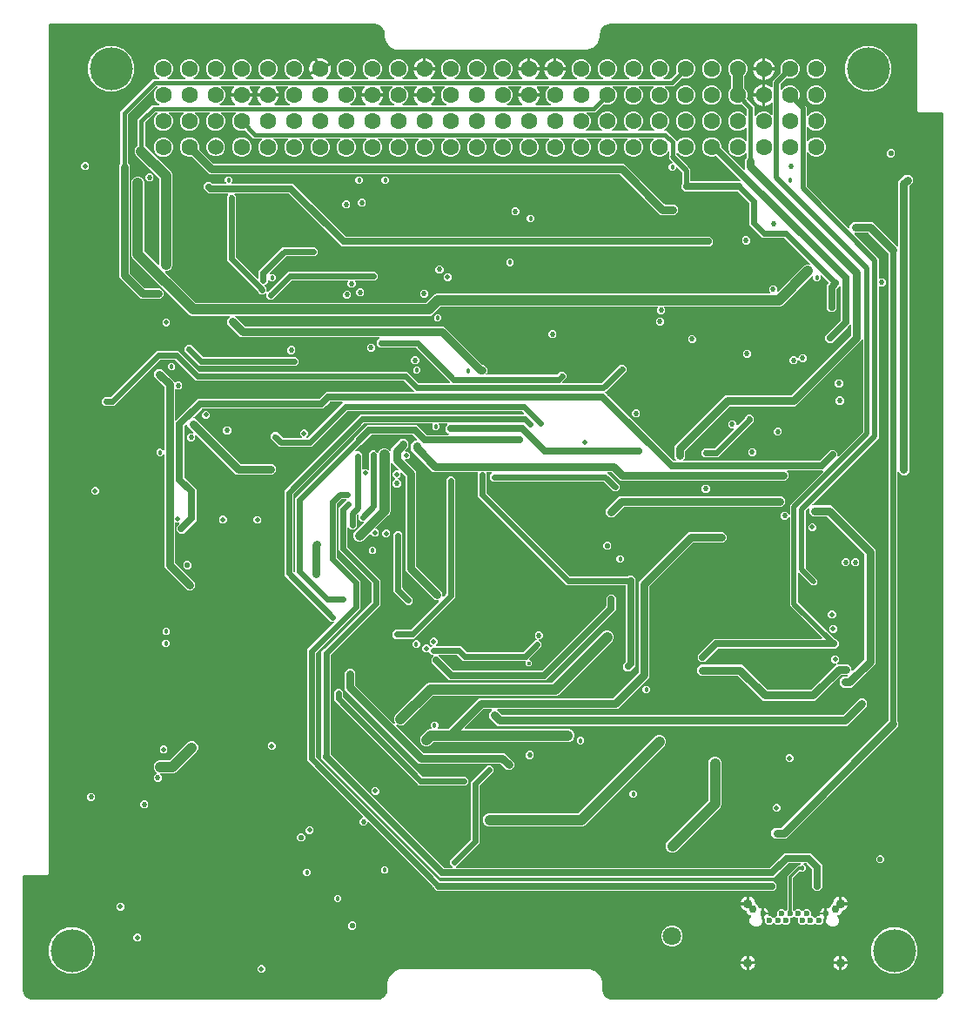
<source format=gbr>
G04 EAGLE Gerber RS-274X export*
G75*
%MOMM*%
%FSLAX34Y34*%
%LPD*%
%INCopper Layer 15*%
%IPPOS*%
%AMOC8*
5,1,8,0,0,1.08239X$1,22.5*%
G01*
%ADD10C,4.191000*%
%ADD11C,1.600200*%
%ADD12C,1.524000*%
%ADD13C,0.600000*%
%ADD14C,0.900000*%
%ADD15C,0.750000*%
%ADD16C,0.457200*%
%ADD17C,0.800000*%
%ADD18C,0.381000*%
%ADD19C,0.525000*%
%ADD20C,0.609600*%
%ADD21C,0.762000*%
%ADD22C,0.495300*%
%ADD23C,0.495000*%
%ADD24C,1.800000*%
%ADD25C,0.533400*%
%ADD26C,1.016000*%
%ADD27C,0.900000*%
%ADD28C,0.450000*%
%ADD29C,0.510000*%
%ADD30C,0.457200*%
%ADD31C,0.600000*%
%ADD32C,0.304800*%
%ADD33C,0.419100*%
%ADD34C,0.300000*%
%ADD35C,0.700000*%
%ADD36C,0.914400*%
%ADD37C,1.000000*%
%ADD38C,0.500000*%
%ADD39C,0.460000*%

G36*
X348768Y3180D02*
X348768Y3180D01*
X348817Y3179D01*
X350378Y3333D01*
X350405Y3340D01*
X350433Y3341D01*
X350594Y3387D01*
X353478Y4582D01*
X353534Y4617D01*
X353594Y4642D01*
X353659Y4694D01*
X353687Y4712D01*
X353700Y4727D01*
X353725Y4747D01*
X355933Y6955D01*
X355971Y7008D01*
X356017Y7055D01*
X356057Y7128D01*
X356076Y7154D01*
X356082Y7173D01*
X356098Y7202D01*
X357293Y10086D01*
X357299Y10113D01*
X357312Y10138D01*
X357347Y10302D01*
X357501Y11863D01*
X357499Y11890D01*
X357504Y11938D01*
X357504Y20278D01*
X359805Y25833D01*
X364057Y30085D01*
X369612Y32386D01*
X554948Y32386D01*
X560503Y30085D01*
X564755Y25833D01*
X567056Y20278D01*
X567056Y11938D01*
X567060Y11912D01*
X567059Y11863D01*
X567213Y10302D01*
X567220Y10275D01*
X567221Y10247D01*
X567267Y10086D01*
X568462Y7202D01*
X568497Y7146D01*
X568522Y7086D01*
X568574Y7021D01*
X568592Y6993D01*
X568607Y6980D01*
X568627Y6955D01*
X570835Y4747D01*
X570888Y4709D01*
X570935Y4663D01*
X570941Y4659D01*
X570945Y4656D01*
X570962Y4648D01*
X571008Y4623D01*
X571034Y4604D01*
X571053Y4598D01*
X571082Y4582D01*
X573966Y3387D01*
X573993Y3381D01*
X574018Y3368D01*
X574182Y3333D01*
X575743Y3179D01*
X575770Y3181D01*
X575818Y3176D01*
X889762Y3176D01*
X889788Y3180D01*
X889837Y3179D01*
X891398Y3333D01*
X891425Y3340D01*
X891453Y3341D01*
X891614Y3387D01*
X894498Y4582D01*
X894554Y4617D01*
X894614Y4642D01*
X894679Y4694D01*
X894707Y4712D01*
X894720Y4727D01*
X894745Y4747D01*
X896953Y6955D01*
X896991Y7008D01*
X897037Y7055D01*
X897077Y7128D01*
X897096Y7154D01*
X897102Y7173D01*
X897118Y7202D01*
X898313Y10086D01*
X898319Y10113D01*
X898332Y10138D01*
X898367Y10302D01*
X898521Y11863D01*
X898519Y11890D01*
X898524Y11938D01*
X898524Y864743D01*
X898521Y864763D01*
X898523Y864782D01*
X898501Y864884D01*
X898485Y864986D01*
X898475Y865003D01*
X898471Y865023D01*
X898418Y865112D01*
X898369Y865203D01*
X898355Y865217D01*
X898345Y865234D01*
X898266Y865301D01*
X898191Y865373D01*
X898173Y865381D01*
X898158Y865394D01*
X898062Y865433D01*
X897968Y865476D01*
X897948Y865478D01*
X897930Y865486D01*
X897763Y865504D01*
X874985Y865504D01*
X873124Y867365D01*
X873124Y951103D01*
X873121Y951123D01*
X873123Y951142D01*
X873101Y951244D01*
X873085Y951346D01*
X873075Y951363D01*
X873071Y951383D01*
X873018Y951472D01*
X872969Y951563D01*
X872955Y951577D01*
X872945Y951594D01*
X872866Y951661D01*
X872791Y951733D01*
X872773Y951741D01*
X872758Y951754D01*
X872662Y951793D01*
X872568Y951836D01*
X872548Y951838D01*
X872530Y951846D01*
X872363Y951864D01*
X574040Y951864D01*
X574014Y951860D01*
X573965Y951861D01*
X572256Y951692D01*
X572228Y951685D01*
X572200Y951685D01*
X572107Y951658D01*
X572081Y951653D01*
X572067Y951646D01*
X572039Y951638D01*
X568880Y950329D01*
X568824Y950295D01*
X568764Y950269D01*
X568699Y950217D01*
X568671Y950200D01*
X568659Y950185D01*
X568633Y950164D01*
X566216Y947747D01*
X566177Y947694D01*
X566131Y947647D01*
X566091Y947574D01*
X566072Y947547D01*
X566066Y947528D01*
X566051Y947500D01*
X564742Y944341D01*
X564736Y944313D01*
X564722Y944288D01*
X564718Y944267D01*
X564712Y944255D01*
X564709Y944223D01*
X564688Y944124D01*
X564519Y942415D01*
X564521Y942388D01*
X564516Y942340D01*
X564516Y939182D01*
X562099Y933347D01*
X557633Y928881D01*
X551798Y926464D01*
X369681Y926464D01*
X369632Y926456D01*
X369583Y926458D01*
X369512Y926437D01*
X369438Y926425D01*
X369395Y926401D01*
X369347Y926387D01*
X369268Y926337D01*
X368166Y926460D01*
X368138Y926458D01*
X368082Y926464D01*
X366974Y926464D01*
X366957Y926483D01*
X366892Y926518D01*
X366831Y926561D01*
X366784Y926576D01*
X366740Y926599D01*
X366620Y926627D01*
X366596Y926634D01*
X366588Y926634D01*
X366577Y926636D01*
X365048Y926806D01*
X359934Y929622D01*
X356286Y934182D01*
X354661Y939789D01*
X354948Y942371D01*
X354947Y942386D01*
X354949Y942530D01*
X354792Y944124D01*
X354785Y944152D01*
X354785Y944180D01*
X354738Y944341D01*
X353429Y947500D01*
X353395Y947556D01*
X353369Y947616D01*
X353317Y947681D01*
X353300Y947709D01*
X353285Y947721D01*
X353264Y947747D01*
X350847Y950164D01*
X350794Y950203D01*
X350747Y950249D01*
X350674Y950289D01*
X350647Y950308D01*
X350628Y950314D01*
X350600Y950329D01*
X347441Y951638D01*
X347413Y951644D01*
X347388Y951657D01*
X347340Y951668D01*
X347323Y951675D01*
X347289Y951678D01*
X347224Y951692D01*
X345515Y951861D01*
X345488Y951859D01*
X345440Y951864D01*
X29337Y951864D01*
X29317Y951861D01*
X29298Y951863D01*
X29196Y951841D01*
X29094Y951825D01*
X29077Y951815D01*
X29057Y951811D01*
X28968Y951758D01*
X28877Y951709D01*
X28863Y951695D01*
X28846Y951685D01*
X28779Y951606D01*
X28707Y951531D01*
X28699Y951513D01*
X28686Y951498D01*
X28647Y951402D01*
X28604Y951308D01*
X28602Y951288D01*
X28594Y951270D01*
X28576Y951103D01*
X28576Y125685D01*
X26715Y123824D01*
X3937Y123824D01*
X3917Y123821D01*
X3898Y123823D01*
X3796Y123801D01*
X3694Y123785D01*
X3677Y123775D01*
X3657Y123771D01*
X3568Y123718D01*
X3477Y123669D01*
X3463Y123655D01*
X3446Y123645D01*
X3379Y123566D01*
X3307Y123491D01*
X3299Y123473D01*
X3286Y123458D01*
X3247Y123362D01*
X3204Y123268D01*
X3202Y123248D01*
X3194Y123230D01*
X3176Y123063D01*
X3176Y11938D01*
X3180Y11912D01*
X3179Y11863D01*
X3333Y10302D01*
X3340Y10275D01*
X3341Y10247D01*
X3387Y10086D01*
X4582Y7202D01*
X4617Y7146D01*
X4642Y7086D01*
X4694Y7021D01*
X4712Y6993D01*
X4727Y6980D01*
X4747Y6955D01*
X6955Y4747D01*
X7008Y4709D01*
X7055Y4663D01*
X7128Y4623D01*
X7154Y4604D01*
X7173Y4598D01*
X7202Y4582D01*
X10086Y3387D01*
X10113Y3381D01*
X10138Y3368D01*
X10302Y3333D01*
X11863Y3179D01*
X11890Y3181D01*
X11938Y3176D01*
X348742Y3176D01*
X348768Y3180D01*
G37*
%LPC*%
G36*
X727663Y75739D02*
X727663Y75739D01*
X725161Y78241D01*
X725161Y80877D01*
X725146Y80970D01*
X725138Y81064D01*
X725126Y81090D01*
X725122Y81119D01*
X725077Y81203D01*
X725040Y81289D01*
X725020Y81311D01*
X725006Y81337D01*
X724938Y81402D01*
X724875Y81472D01*
X724849Y81486D01*
X724828Y81506D01*
X724743Y81546D01*
X724660Y81592D01*
X724632Y81597D01*
X724605Y81610D01*
X724511Y81620D01*
X724419Y81638D01*
X724382Y81634D01*
X724361Y81637D01*
X724329Y81630D01*
X724251Y81623D01*
X723931Y81559D01*
X723931Y86011D01*
X728383Y86011D01*
X728260Y85394D01*
X728235Y85333D01*
X728224Y85289D01*
X728205Y85247D01*
X728196Y85170D01*
X728179Y85094D01*
X728183Y85048D01*
X728178Y85003D01*
X728194Y84927D01*
X728202Y84849D01*
X728220Y84807D01*
X728230Y84762D01*
X728270Y84695D01*
X728302Y84624D01*
X728333Y84590D01*
X728356Y84551D01*
X728415Y84500D01*
X728468Y84443D01*
X728508Y84421D01*
X728543Y84391D01*
X728615Y84362D01*
X728683Y84325D01*
X728729Y84316D01*
X728771Y84299D01*
X728907Y84284D01*
X728925Y84281D01*
X728931Y84282D01*
X728938Y84281D01*
X731201Y84281D01*
X732894Y82588D01*
X732910Y82576D01*
X732922Y82561D01*
X733010Y82505D01*
X733093Y82444D01*
X733112Y82439D01*
X733129Y82428D01*
X733230Y82403D01*
X733329Y82372D01*
X733348Y82373D01*
X733368Y82368D01*
X733471Y82376D01*
X733574Y82378D01*
X733593Y82385D01*
X733613Y82387D01*
X733708Y82427D01*
X733805Y82463D01*
X733821Y82475D01*
X733839Y82483D01*
X733970Y82588D01*
X735663Y84281D01*
X736400Y84281D01*
X736420Y84284D01*
X736439Y84282D01*
X736541Y84304D01*
X736643Y84320D01*
X736660Y84330D01*
X736680Y84334D01*
X736769Y84387D01*
X736860Y84436D01*
X736874Y84450D01*
X736891Y84460D01*
X736958Y84539D01*
X737030Y84614D01*
X737038Y84632D01*
X737051Y84647D01*
X737090Y84743D01*
X737133Y84837D01*
X737135Y84857D01*
X737143Y84875D01*
X737161Y85042D01*
X737161Y88779D01*
X739663Y91281D01*
X743201Y91281D01*
X744894Y89588D01*
X744910Y89576D01*
X744922Y89561D01*
X745010Y89505D01*
X745093Y89444D01*
X745112Y89439D01*
X745129Y89428D01*
X745230Y89403D01*
X745329Y89372D01*
X745349Y89373D01*
X745368Y89368D01*
X745471Y89376D01*
X745574Y89378D01*
X745593Y89385D01*
X745613Y89387D01*
X745708Y89427D01*
X745805Y89463D01*
X745821Y89475D01*
X745839Y89483D01*
X745970Y89588D01*
X746414Y90032D01*
X746468Y90106D01*
X746527Y90175D01*
X746539Y90206D01*
X746558Y90232D01*
X746585Y90319D01*
X746619Y90404D01*
X746623Y90445D01*
X746630Y90467D01*
X746629Y90499D01*
X746637Y90570D01*
X746637Y123474D01*
X756958Y133795D01*
X758649Y133795D01*
X758739Y133809D01*
X758830Y133817D01*
X758860Y133829D01*
X758892Y133834D01*
X758973Y133877D01*
X759057Y133913D01*
X759089Y133939D01*
X759110Y133950D01*
X759132Y133973D01*
X759188Y134018D01*
X759700Y134530D01*
X759742Y134588D01*
X759791Y134640D01*
X759813Y134687D01*
X759843Y134729D01*
X759864Y134798D01*
X759895Y134863D01*
X759900Y134915D01*
X759916Y134965D01*
X759914Y135036D01*
X759922Y135107D01*
X759911Y135158D01*
X759909Y135210D01*
X759885Y135278D01*
X759869Y135348D01*
X759843Y135393D01*
X759825Y135441D01*
X759780Y135497D01*
X759743Y135559D01*
X759704Y135593D01*
X759671Y135633D01*
X759611Y135672D01*
X759556Y135719D01*
X759508Y135738D01*
X759464Y135766D01*
X759395Y135784D01*
X759328Y135811D01*
X759257Y135819D01*
X759226Y135827D01*
X759202Y135825D01*
X759161Y135829D01*
X748191Y135829D01*
X748101Y135815D01*
X748010Y135807D01*
X747981Y135795D01*
X747949Y135790D01*
X747868Y135747D01*
X747784Y135711D01*
X747752Y135685D01*
X747731Y135674D01*
X747709Y135651D01*
X747653Y135606D01*
X733776Y121729D01*
X408924Y121729D01*
X293129Y237524D01*
X293129Y241476D01*
X293406Y241753D01*
X293459Y241827D01*
X293519Y241897D01*
X293531Y241927D01*
X293550Y241953D01*
X293577Y242040D01*
X293611Y242125D01*
X293615Y242166D01*
X293622Y242188D01*
X293621Y242220D01*
X293629Y242291D01*
X293629Y341669D01*
X296354Y344394D01*
X342206Y390246D01*
X342259Y390320D01*
X342319Y390389D01*
X342331Y390420D01*
X342350Y390446D01*
X342377Y390533D01*
X342411Y390618D01*
X342415Y390659D01*
X342422Y390681D01*
X342421Y390713D01*
X342429Y390784D01*
X342429Y407816D01*
X342415Y407906D01*
X342407Y407997D01*
X342395Y408026D01*
X342390Y408058D01*
X342347Y408139D01*
X342311Y408223D01*
X342285Y408255D01*
X342274Y408276D01*
X342251Y408298D01*
X342206Y408354D01*
X310229Y440331D01*
X310229Y481723D01*
X312954Y484448D01*
X317366Y488860D01*
X317408Y488918D01*
X317457Y488970D01*
X317479Y489017D01*
X317510Y489059D01*
X317531Y489128D01*
X317561Y489193D01*
X317567Y489245D01*
X317582Y489295D01*
X317580Y489366D01*
X317588Y489437D01*
X317577Y489488D01*
X317576Y489540D01*
X317551Y489608D01*
X317536Y489678D01*
X317509Y489723D01*
X317491Y489771D01*
X317446Y489827D01*
X317410Y489889D01*
X317370Y489923D01*
X317337Y489963D01*
X317277Y490002D01*
X317223Y490049D01*
X317174Y490068D01*
X317130Y490096D01*
X317061Y490114D01*
X316994Y490141D01*
X316923Y490149D01*
X316892Y490157D01*
X316869Y490155D01*
X316828Y490159D01*
X313514Y490159D01*
X313424Y490145D01*
X313333Y490137D01*
X313304Y490125D01*
X313272Y490120D01*
X313191Y490077D01*
X313107Y490041D01*
X313075Y490015D01*
X313054Y490004D01*
X313032Y489981D01*
X312976Y489936D01*
X308794Y485754D01*
X308741Y485680D01*
X308681Y485611D01*
X308669Y485580D01*
X308650Y485554D01*
X308623Y485467D01*
X308589Y485382D01*
X308585Y485341D01*
X308578Y485319D01*
X308579Y485287D01*
X308571Y485216D01*
X308571Y433884D01*
X308585Y433794D01*
X308593Y433703D01*
X308605Y433674D01*
X308610Y433642D01*
X308653Y433561D01*
X308689Y433477D01*
X308715Y433445D01*
X308726Y433424D01*
X308749Y433402D01*
X308794Y433346D01*
X331371Y410769D01*
X331371Y383631D01*
X288294Y340554D01*
X288241Y340480D01*
X288181Y340411D01*
X288169Y340380D01*
X288150Y340354D01*
X288123Y340267D01*
X288089Y340182D01*
X288085Y340141D01*
X288078Y340119D01*
X288079Y340087D01*
X288071Y340016D01*
X288071Y239584D01*
X288085Y239494D01*
X288093Y239403D01*
X288105Y239374D01*
X288110Y239342D01*
X288153Y239261D01*
X288189Y239177D01*
X288215Y239145D01*
X288226Y239124D01*
X288249Y239102D01*
X288294Y239046D01*
X408846Y118494D01*
X408920Y118441D01*
X408989Y118381D01*
X409020Y118369D01*
X409046Y118350D01*
X409133Y118323D01*
X409218Y118289D01*
X409259Y118285D01*
X409281Y118278D01*
X409313Y118279D01*
X409384Y118271D01*
X733376Y118271D01*
X736171Y115476D01*
X736171Y111524D01*
X733376Y108729D01*
X405824Y108729D01*
X403029Y111524D01*
X403029Y111916D01*
X403015Y112006D01*
X403007Y112097D01*
X402995Y112126D01*
X402990Y112158D01*
X402947Y112239D01*
X402911Y112323D01*
X402885Y112355D01*
X402874Y112376D01*
X402851Y112398D01*
X402806Y112454D01*
X339495Y175765D01*
X339437Y175807D01*
X339385Y175856D01*
X339364Y175866D01*
X339360Y175869D01*
X339338Y175878D01*
X339296Y175909D01*
X339227Y175930D01*
X339162Y175960D01*
X339110Y175966D01*
X339060Y175981D01*
X338989Y175979D01*
X338918Y175987D01*
X338867Y175976D01*
X338815Y175975D01*
X338747Y175950D01*
X338677Y175935D01*
X338632Y175908D01*
X338584Y175890D01*
X338528Y175845D01*
X338466Y175809D01*
X338432Y175769D01*
X338392Y175736D01*
X338353Y175676D01*
X338306Y175622D01*
X338287Y175573D01*
X338259Y175529D01*
X338241Y175460D01*
X338224Y175423D01*
X338223Y175415D01*
X338214Y175393D01*
X338206Y175322D01*
X338198Y175291D01*
X338200Y175268D01*
X338196Y175227D01*
X338196Y174686D01*
X335914Y172404D01*
X332686Y172404D01*
X330404Y174686D01*
X330404Y177914D01*
X332686Y180196D01*
X333227Y180196D01*
X333297Y180207D01*
X333369Y180209D01*
X333418Y180227D01*
X333469Y180235D01*
X333533Y180269D01*
X333600Y180294D01*
X333641Y180326D01*
X333687Y180351D01*
X333736Y180403D01*
X333792Y180447D01*
X333820Y180491D01*
X333856Y180529D01*
X333886Y180594D01*
X333925Y180654D01*
X333938Y180705D01*
X333960Y180752D01*
X333968Y180823D01*
X333985Y180893D01*
X333981Y180945D01*
X333987Y180996D01*
X333972Y181067D01*
X333966Y181138D01*
X333946Y181186D01*
X333935Y181237D01*
X333898Y181298D01*
X333870Y181364D01*
X333825Y181420D01*
X333809Y181448D01*
X333791Y181463D01*
X333765Y181495D01*
X282254Y233006D01*
X279529Y235731D01*
X279529Y343869D01*
X282254Y346594D01*
X305285Y369625D01*
X305327Y369683D01*
X305376Y369735D01*
X305398Y369782D01*
X305428Y369824D01*
X305449Y369893D01*
X305480Y369958D01*
X305485Y370010D01*
X305501Y370059D01*
X305499Y370131D01*
X305507Y370202D01*
X305496Y370253D01*
X305494Y370305D01*
X305470Y370373D01*
X305455Y370443D01*
X305428Y370487D01*
X305410Y370536D01*
X305365Y370592D01*
X305328Y370654D01*
X305289Y370688D01*
X305256Y370728D01*
X305196Y370767D01*
X305141Y370814D01*
X305093Y370833D01*
X305049Y370861D01*
X304980Y370879D01*
X304913Y370906D01*
X304842Y370914D01*
X304811Y370921D01*
X304788Y370920D01*
X304747Y370924D01*
X302249Y370924D01*
X257279Y415894D01*
X257279Y498083D01*
X331205Y572009D01*
X490148Y572009D01*
X490219Y572020D01*
X490290Y572022D01*
X490339Y572040D01*
X490391Y572048D01*
X490454Y572082D01*
X490521Y572107D01*
X490562Y572139D01*
X490608Y572164D01*
X490657Y572216D01*
X490713Y572260D01*
X490742Y572304D01*
X490777Y572342D01*
X490808Y572407D01*
X490846Y572467D01*
X490859Y572518D01*
X490881Y572565D01*
X490889Y572636D01*
X490906Y572706D01*
X490902Y572758D01*
X490908Y572809D01*
X490893Y572880D01*
X490887Y572951D01*
X490867Y572999D01*
X490856Y573050D01*
X490819Y573111D01*
X490791Y573177D01*
X490746Y573233D01*
X490730Y573261D01*
X490712Y573276D01*
X490686Y573308D01*
X488654Y575340D01*
X488580Y575393D01*
X488511Y575453D01*
X488481Y575465D01*
X488454Y575484D01*
X488367Y575511D01*
X488283Y575545D01*
X488242Y575549D01*
X488219Y575556D01*
X488187Y575555D01*
X488116Y575563D01*
X318842Y575563D01*
X318752Y575549D01*
X318661Y575541D01*
X318631Y575529D01*
X318599Y575524D01*
X318519Y575481D01*
X318435Y575445D01*
X318403Y575419D01*
X318382Y575408D01*
X318360Y575385D01*
X318304Y575340D01*
X286466Y543502D01*
X283713Y540749D01*
X252277Y540749D01*
X244347Y548679D01*
X244347Y552257D01*
X246877Y554787D01*
X250455Y554787D01*
X255632Y549610D01*
X255706Y549557D01*
X255775Y549497D01*
X255805Y549485D01*
X255832Y549466D01*
X255919Y549439D01*
X256003Y549405D01*
X256044Y549401D01*
X256067Y549394D01*
X256099Y549395D01*
X256170Y549387D01*
X274010Y549387D01*
X274081Y549398D01*
X274153Y549400D01*
X274202Y549418D01*
X274253Y549426D01*
X274316Y549460D01*
X274384Y549485D01*
X274424Y549517D01*
X274470Y549542D01*
X274520Y549594D01*
X274576Y549638D01*
X274604Y549682D01*
X274640Y549720D01*
X274670Y549785D01*
X274709Y549845D01*
X274721Y549896D01*
X274743Y549943D01*
X274751Y550014D01*
X274769Y550084D01*
X274765Y550136D01*
X274770Y550187D01*
X274755Y550258D01*
X274750Y550329D01*
X274729Y550377D01*
X274718Y550428D01*
X274681Y550489D01*
X274653Y550555D01*
X274608Y550611D01*
X274592Y550639D01*
X274574Y550654D01*
X274548Y550686D01*
X272920Y552314D01*
X272920Y555418D01*
X275114Y557612D01*
X278218Y557612D01*
X280412Y555418D01*
X280412Y552314D01*
X278784Y550686D01*
X278742Y550628D01*
X278692Y550576D01*
X278670Y550529D01*
X278640Y550487D01*
X278619Y550418D01*
X278589Y550353D01*
X278583Y550301D01*
X278568Y550251D01*
X278569Y550180D01*
X278562Y550109D01*
X278573Y550058D01*
X278574Y550006D01*
X278599Y549938D01*
X278614Y549868D01*
X278641Y549823D01*
X278658Y549775D01*
X278703Y549719D01*
X278740Y549657D01*
X278780Y549623D01*
X278812Y549583D01*
X278872Y549544D01*
X278927Y549497D01*
X278975Y549478D01*
X279019Y549450D01*
X279089Y549432D01*
X279155Y549405D01*
X279226Y549397D01*
X279258Y549389D01*
X279281Y549391D01*
X279322Y549387D01*
X279820Y549387D01*
X279910Y549401D01*
X280001Y549409D01*
X280031Y549421D01*
X280063Y549426D01*
X280143Y549469D01*
X280227Y549505D01*
X280259Y549531D01*
X280280Y549542D01*
X280302Y549565D01*
X280358Y549610D01*
X312196Y581448D01*
X313978Y583230D01*
X314020Y583288D01*
X314069Y583340D01*
X314091Y583387D01*
X314122Y583429D01*
X314143Y583498D01*
X314173Y583563D01*
X314179Y583615D01*
X314194Y583665D01*
X314192Y583736D01*
X314200Y583807D01*
X314189Y583858D01*
X314188Y583910D01*
X314163Y583978D01*
X314148Y584048D01*
X314121Y584093D01*
X314103Y584141D01*
X314058Y584197D01*
X314022Y584259D01*
X313982Y584293D01*
X313950Y584333D01*
X313889Y584372D01*
X313835Y584419D01*
X313786Y584438D01*
X313743Y584466D01*
X313673Y584484D01*
X313607Y584511D01*
X313535Y584519D01*
X313504Y584527D01*
X313481Y584525D01*
X313440Y584529D01*
X302291Y584529D01*
X302201Y584515D01*
X302110Y584507D01*
X302080Y584495D01*
X302048Y584490D01*
X301968Y584447D01*
X301884Y584411D01*
X301852Y584385D01*
X301831Y584374D01*
X301809Y584351D01*
X301753Y584306D01*
X298193Y580747D01*
X295176Y577729D01*
X177615Y577729D01*
X177525Y577715D01*
X177434Y577707D01*
X177404Y577695D01*
X177372Y577690D01*
X177291Y577647D01*
X177208Y577611D01*
X177175Y577585D01*
X177155Y577574D01*
X177133Y577551D01*
X177077Y577506D01*
X169287Y569717D01*
X169245Y569659D01*
X169196Y569607D01*
X169174Y569559D01*
X169144Y569517D01*
X169122Y569449D01*
X169092Y569384D01*
X169087Y569332D01*
X169071Y569282D01*
X169073Y569210D01*
X169065Y569139D01*
X169076Y569088D01*
X169078Y569036D01*
X169102Y568969D01*
X169117Y568899D01*
X169144Y568854D01*
X169162Y568805D01*
X169207Y568749D01*
X169244Y568688D01*
X169283Y568654D01*
X169316Y568613D01*
X169376Y568574D01*
X169430Y568528D01*
X169479Y568508D01*
X169523Y568480D01*
X169592Y568463D01*
X169659Y568436D01*
X169730Y568428D01*
X169761Y568420D01*
X169784Y568422D01*
X169825Y568417D01*
X170556Y568417D01*
X214557Y524416D01*
X214631Y524363D01*
X214701Y524303D01*
X214731Y524291D01*
X214757Y524272D01*
X214844Y524245D01*
X214929Y524211D01*
X214970Y524207D01*
X214992Y524200D01*
X215024Y524201D01*
X215096Y524193D01*
X246023Y524193D01*
X249111Y521105D01*
X249111Y516739D01*
X246023Y513651D01*
X210414Y513651D01*
X172095Y551970D01*
X172037Y552012D01*
X171985Y552061D01*
X171938Y552083D01*
X171896Y552114D01*
X171827Y552135D01*
X171762Y552165D01*
X171710Y552171D01*
X171660Y552186D01*
X171589Y552184D01*
X171518Y552192D01*
X171467Y552181D01*
X171415Y552180D01*
X171347Y552155D01*
X171277Y552140D01*
X171232Y552113D01*
X171184Y552095D01*
X171128Y552050D01*
X171066Y552014D01*
X171032Y551974D01*
X170992Y551941D01*
X170953Y551881D01*
X170906Y551827D01*
X170887Y551778D01*
X170859Y551734D01*
X170841Y551665D01*
X170814Y551598D01*
X170806Y551527D01*
X170798Y551496D01*
X170800Y551473D01*
X170796Y551432D01*
X170796Y548286D01*
X168514Y546004D01*
X165286Y546004D01*
X163004Y548286D01*
X163004Y551514D01*
X165286Y553796D01*
X168432Y553796D01*
X168502Y553807D01*
X168574Y553809D01*
X168623Y553827D01*
X168674Y553835D01*
X168738Y553869D01*
X168805Y553894D01*
X168846Y553926D01*
X168892Y553951D01*
X168941Y554003D01*
X168997Y554047D01*
X169025Y554091D01*
X169061Y554129D01*
X169091Y554194D01*
X169130Y554254D01*
X169143Y554305D01*
X169165Y554352D01*
X169173Y554423D01*
X169190Y554493D01*
X169186Y554545D01*
X169192Y554596D01*
X169177Y554667D01*
X169171Y554738D01*
X169151Y554786D01*
X169140Y554837D01*
X169103Y554898D01*
X169075Y554964D01*
X169030Y555020D01*
X169014Y555048D01*
X168996Y555063D01*
X168970Y555095D01*
X163102Y560963D01*
X163102Y561694D01*
X163090Y561765D01*
X163088Y561836D01*
X163071Y561885D01*
X163062Y561937D01*
X163029Y562000D01*
X163004Y562067D01*
X162971Y562108D01*
X162947Y562154D01*
X162895Y562203D01*
X162850Y562259D01*
X162806Y562288D01*
X162769Y562323D01*
X162704Y562354D01*
X162643Y562392D01*
X162593Y562405D01*
X162546Y562427D01*
X162474Y562435D01*
X162405Y562452D01*
X162353Y562448D01*
X162301Y562454D01*
X162231Y562439D01*
X162160Y562433D01*
X162112Y562413D01*
X162061Y562402D01*
X161999Y562365D01*
X161933Y562337D01*
X161877Y562292D01*
X161850Y562276D01*
X161835Y562258D01*
X161802Y562232D01*
X160594Y561023D01*
X160541Y560949D01*
X160481Y560880D01*
X160469Y560850D01*
X160450Y560824D01*
X160423Y560737D01*
X160389Y560652D01*
X160385Y560611D01*
X160378Y560589D01*
X160379Y560556D01*
X160371Y560485D01*
X160371Y511091D01*
X160385Y511001D01*
X160393Y510910D01*
X160405Y510881D01*
X160410Y510849D01*
X160453Y510768D01*
X160489Y510684D01*
X160515Y510652D01*
X160526Y510631D01*
X160549Y510609D01*
X160594Y510553D01*
X171871Y499276D01*
X171871Y469124D01*
X159076Y456329D01*
X155124Y456329D01*
X152329Y459124D01*
X152329Y463076D01*
X154868Y465615D01*
X154910Y465673D01*
X154960Y465725D01*
X154982Y465773D01*
X155012Y465815D01*
X155033Y465883D01*
X155063Y465949D01*
X155069Y466000D01*
X155084Y466050D01*
X155082Y466122D01*
X155090Y466193D01*
X155079Y466244D01*
X155078Y466296D01*
X155053Y466363D01*
X155038Y466433D01*
X155011Y466478D01*
X154994Y466527D01*
X154949Y466583D01*
X154912Y466644D01*
X154872Y466678D01*
X154840Y466719D01*
X154780Y466758D01*
X154725Y466804D01*
X154677Y466824D01*
X154633Y466852D01*
X154563Y466869D01*
X154497Y466896D01*
X154426Y466904D01*
X154394Y466912D01*
X154371Y466910D01*
X154330Y466915D01*
X152118Y466915D01*
X152091Y466942D01*
X152033Y466984D01*
X151981Y467033D01*
X151933Y467055D01*
X151891Y467085D01*
X151823Y467106D01*
X151758Y467137D01*
X151706Y467142D01*
X151656Y467158D01*
X151584Y467156D01*
X151513Y467164D01*
X151462Y467153D01*
X151410Y467151D01*
X151343Y467127D01*
X151273Y467111D01*
X151228Y467085D01*
X151179Y467067D01*
X151123Y467022D01*
X151062Y466985D01*
X151028Y466946D01*
X150987Y466913D01*
X150948Y466853D01*
X150902Y466798D01*
X150882Y466750D01*
X150854Y466706D01*
X150837Y466637D01*
X150810Y466570D01*
X150802Y466499D01*
X150794Y466468D01*
X150796Y466444D01*
X150791Y466403D01*
X150791Y428209D01*
X150806Y428119D01*
X150813Y428028D01*
X150826Y427998D01*
X150831Y427966D01*
X150874Y427886D01*
X150910Y427802D01*
X150935Y427770D01*
X150946Y427749D01*
X150970Y427727D01*
X151014Y427671D01*
X170181Y408505D01*
X170181Y404295D01*
X167205Y401319D01*
X162995Y401319D01*
X140630Y423685D01*
X140630Y532574D01*
X140618Y532645D01*
X140616Y532717D01*
X140599Y532766D01*
X140590Y532817D01*
X140557Y532880D01*
X140532Y532948D01*
X140499Y532988D01*
X140475Y533034D01*
X140423Y533084D01*
X140378Y533140D01*
X140334Y533168D01*
X140297Y533204D01*
X140232Y533234D01*
X140171Y533273D01*
X140121Y533285D01*
X140074Y533307D01*
X140002Y533315D01*
X139933Y533333D01*
X139881Y533329D01*
X139829Y533334D01*
X139759Y533319D01*
X139688Y533314D01*
X139640Y533293D01*
X139589Y533282D01*
X139527Y533245D01*
X139461Y533217D01*
X139405Y533172D01*
X139378Y533156D01*
X139362Y533138D01*
X139330Y533112D01*
X137833Y531615D01*
X134887Y531615D01*
X132803Y533699D01*
X132803Y536645D01*
X134887Y538729D01*
X137833Y538729D01*
X139330Y537232D01*
X139389Y537190D01*
X139441Y537140D01*
X139488Y537118D01*
X139530Y537088D01*
X139599Y537067D01*
X139664Y537037D01*
X139715Y537031D01*
X139765Y537016D01*
X139837Y537018D01*
X139908Y537010D01*
X139959Y537021D01*
X140011Y537022D01*
X140078Y537047D01*
X140148Y537062D01*
X140193Y537089D01*
X140242Y537107D01*
X140298Y537151D01*
X140360Y537188D01*
X140393Y537228D01*
X140434Y537260D01*
X140473Y537321D01*
X140519Y537375D01*
X140539Y537423D01*
X140567Y537467D01*
X140585Y537537D01*
X140611Y537603D01*
X140619Y537675D01*
X140627Y537706D01*
X140625Y537729D01*
X140630Y537770D01*
X140630Y598965D01*
X140615Y599055D01*
X140608Y599146D01*
X140595Y599175D01*
X140590Y599207D01*
X140547Y599288D01*
X140512Y599372D01*
X140486Y599404D01*
X140475Y599425D01*
X140452Y599447D01*
X140407Y599503D01*
X130594Y609315D01*
X130594Y613524D01*
X133571Y616501D01*
X137780Y616501D01*
X147592Y606688D01*
X150797Y603483D01*
X150813Y603471D01*
X150826Y603456D01*
X150913Y603400D01*
X150997Y603340D01*
X151016Y603334D01*
X151033Y603323D01*
X151133Y603298D01*
X151232Y603267D01*
X151252Y603268D01*
X151271Y603263D01*
X151374Y603271D01*
X151478Y603274D01*
X151497Y603280D01*
X151516Y603282D01*
X151611Y603322D01*
X151709Y603358D01*
X151725Y603371D01*
X151743Y603378D01*
X151874Y603483D01*
X152586Y604196D01*
X155814Y604196D01*
X158096Y601914D01*
X158096Y598686D01*
X155814Y596404D01*
X152586Y596404D01*
X152091Y596900D01*
X152033Y596942D01*
X151981Y596991D01*
X151933Y597013D01*
X151891Y597043D01*
X151823Y597064D01*
X151758Y597095D01*
X151706Y597100D01*
X151656Y597116D01*
X151584Y597114D01*
X151513Y597122D01*
X151462Y597111D01*
X151410Y597109D01*
X151343Y597085D01*
X151273Y597069D01*
X151228Y597043D01*
X151179Y597025D01*
X151123Y596980D01*
X151062Y596943D01*
X151028Y596904D01*
X150987Y596871D01*
X150948Y596811D01*
X150902Y596756D01*
X150882Y596708D01*
X150854Y596664D01*
X150837Y596595D01*
X150810Y596528D01*
X150802Y596457D01*
X150794Y596426D01*
X150796Y596402D01*
X150791Y596361D01*
X150791Y566553D01*
X150803Y566482D01*
X150805Y566410D01*
X150823Y566361D01*
X150831Y566310D01*
X150865Y566246D01*
X150889Y566179D01*
X150922Y566138D01*
X150946Y566092D01*
X150998Y566043D01*
X151043Y565987D01*
X151087Y565959D01*
X151125Y565923D01*
X151190Y565893D01*
X151250Y565854D01*
X151300Y565841D01*
X151348Y565819D01*
X151419Y565812D01*
X151488Y565794D01*
X151540Y565798D01*
X151592Y565792D01*
X151662Y565808D01*
X151734Y565813D01*
X151781Y565833D01*
X151832Y565845D01*
X151894Y565881D01*
X151960Y565909D01*
X152016Y565954D01*
X152044Y565971D01*
X152059Y565989D01*
X152091Y566014D01*
X153847Y567770D01*
X173347Y587271D01*
X290908Y587271D01*
X290998Y587285D01*
X291089Y587293D01*
X291119Y587305D01*
X291151Y587310D01*
X291232Y587353D01*
X291316Y587389D01*
X291348Y587415D01*
X291368Y587426D01*
X291390Y587449D01*
X291447Y587494D01*
X295006Y591053D01*
X298024Y594071D01*
X382752Y594071D01*
X382822Y594082D01*
X382894Y594084D01*
X382943Y594102D01*
X382994Y594110D01*
X383058Y594144D01*
X383125Y594169D01*
X383166Y594201D01*
X383212Y594226D01*
X383261Y594278D01*
X383317Y594322D01*
X383345Y594366D01*
X383381Y594404D01*
X383411Y594469D01*
X383450Y594529D01*
X383463Y594580D01*
X383485Y594627D01*
X383493Y594698D01*
X383510Y594768D01*
X383506Y594820D01*
X383512Y594871D01*
X383497Y594942D01*
X383491Y595013D01*
X383471Y595061D01*
X383460Y595112D01*
X383423Y595173D01*
X383395Y595239D01*
X383350Y595295D01*
X383334Y595323D01*
X383316Y595338D01*
X383290Y595370D01*
X381806Y596854D01*
X373754Y604906D01*
X373680Y604959D01*
X373611Y605019D01*
X373580Y605031D01*
X373554Y605050D01*
X373467Y605077D01*
X373382Y605111D01*
X373341Y605115D01*
X373319Y605122D01*
X373287Y605121D01*
X373216Y605129D01*
X171031Y605129D01*
X151054Y625106D01*
X150980Y625159D01*
X150911Y625219D01*
X150880Y625231D01*
X150854Y625250D01*
X150767Y625277D01*
X150682Y625311D01*
X150641Y625315D01*
X150619Y625322D01*
X150587Y625321D01*
X150516Y625329D01*
X137184Y625329D01*
X137094Y625315D01*
X137003Y625307D01*
X136974Y625295D01*
X136942Y625290D01*
X136861Y625247D01*
X136777Y625211D01*
X136745Y625185D01*
X136724Y625174D01*
X136702Y625151D01*
X136646Y625106D01*
X91869Y580329D01*
X82431Y580329D01*
X79929Y582831D01*
X79929Y586369D01*
X82431Y588871D01*
X88016Y588871D01*
X88106Y588885D01*
X88197Y588893D01*
X88226Y588905D01*
X88258Y588910D01*
X88339Y588953D01*
X88423Y588989D01*
X88455Y589015D01*
X88476Y589026D01*
X88498Y589049D01*
X88554Y589094D01*
X133331Y633871D01*
X154369Y633871D01*
X174346Y613894D01*
X174420Y613841D01*
X174489Y613781D01*
X174520Y613769D01*
X174546Y613750D01*
X174633Y613723D01*
X174718Y613689D01*
X174759Y613685D01*
X174781Y613678D01*
X174813Y613679D01*
X174884Y613671D01*
X377069Y613671D01*
X387846Y602894D01*
X387920Y602841D01*
X387989Y602781D01*
X388020Y602769D01*
X388046Y602750D01*
X388133Y602723D01*
X388218Y602689D01*
X388259Y602685D01*
X388281Y602678D01*
X388313Y602679D01*
X388384Y602671D01*
X418152Y602671D01*
X418222Y602682D01*
X418294Y602684D01*
X418343Y602702D01*
X418394Y602710D01*
X418458Y602744D01*
X418525Y602769D01*
X418566Y602801D01*
X418612Y602826D01*
X418661Y602878D01*
X418717Y602922D01*
X418745Y602966D01*
X418781Y603004D01*
X418811Y603069D01*
X418850Y603129D01*
X418863Y603180D01*
X418885Y603227D01*
X418893Y603298D01*
X418910Y603368D01*
X418906Y603420D01*
X418912Y603471D01*
X418897Y603542D01*
X418891Y603613D01*
X418871Y603661D01*
X418860Y603712D01*
X418823Y603773D01*
X418795Y603839D01*
X418750Y603895D01*
X418734Y603923D01*
X418716Y603938D01*
X418690Y603970D01*
X385254Y637406D01*
X385180Y637459D01*
X385111Y637519D01*
X385080Y637531D01*
X385054Y637550D01*
X384967Y637577D01*
X384882Y637611D01*
X384841Y637615D01*
X384819Y637622D01*
X384787Y637621D01*
X384716Y637629D01*
X349931Y637629D01*
X347429Y640131D01*
X347429Y643669D01*
X350140Y646380D01*
X350182Y646438D01*
X350231Y646490D01*
X350253Y646537D01*
X350284Y646580D01*
X350305Y646648D01*
X350335Y646713D01*
X350341Y646765D01*
X350356Y646815D01*
X350354Y646887D01*
X350362Y646958D01*
X350351Y647009D01*
X350350Y647061D01*
X350325Y647128D01*
X350310Y647198D01*
X350283Y647243D01*
X350265Y647292D01*
X350220Y647348D01*
X350184Y647409D01*
X350144Y647443D01*
X350112Y647484D01*
X350051Y647522D01*
X349997Y647569D01*
X349949Y647589D01*
X349905Y647617D01*
X349835Y647634D01*
X349769Y647661D01*
X349697Y647669D01*
X349666Y647677D01*
X349643Y647675D01*
X349602Y647680D01*
X214546Y647680D01*
X201870Y660356D01*
X201870Y664565D01*
X204105Y666800D01*
X204146Y666858D01*
X204196Y666910D01*
X204218Y666957D01*
X204248Y666999D01*
X204269Y667068D01*
X204299Y667133D01*
X204305Y667185D01*
X204321Y667235D01*
X204319Y667306D01*
X204327Y667377D01*
X204316Y667428D01*
X204314Y667480D01*
X204290Y667548D01*
X204274Y667618D01*
X204248Y667663D01*
X204230Y667711D01*
X204185Y667767D01*
X204148Y667829D01*
X204109Y667863D01*
X204076Y667903D01*
X204016Y667942D01*
X203961Y667989D01*
X203913Y668008D01*
X203869Y668036D01*
X203800Y668054D01*
X203733Y668081D01*
X203662Y668089D01*
X203631Y668097D01*
X203607Y668095D01*
X203566Y668099D01*
X170176Y668099D01*
X170111Y668089D01*
X170046Y668088D01*
X169966Y668065D01*
X169933Y668060D01*
X169916Y668050D01*
X169884Y668041D01*
X169831Y668019D01*
X167305Y668019D01*
X164971Y668986D01*
X109424Y724533D01*
X108457Y726867D01*
X108457Y798215D01*
X109424Y800549D01*
X111211Y802336D01*
X113545Y803303D01*
X116071Y803303D01*
X118405Y802336D01*
X120192Y800549D01*
X121159Y798215D01*
X121159Y731076D01*
X121173Y730986D01*
X121181Y730895D01*
X121193Y730865D01*
X121198Y730833D01*
X121241Y730752D01*
X121277Y730669D01*
X121303Y730636D01*
X121314Y730616D01*
X121337Y730594D01*
X121382Y730538D01*
X134504Y717415D01*
X134563Y717373D01*
X134615Y717324D01*
X134662Y717302D01*
X134704Y717271D01*
X134773Y717250D01*
X134838Y717220D01*
X134889Y717214D01*
X134939Y717199D01*
X135011Y717201D01*
X135082Y717193D01*
X135133Y717204D01*
X135185Y717205D01*
X135252Y717230D01*
X135322Y717245D01*
X135367Y717272D01*
X135416Y717290D01*
X135472Y717335D01*
X135534Y717371D01*
X135567Y717411D01*
X135608Y717443D01*
X135647Y717504D01*
X135694Y717558D01*
X135713Y717607D01*
X135741Y717650D01*
X135759Y717720D01*
X135785Y717786D01*
X135793Y717858D01*
X135801Y717889D01*
X135799Y717912D01*
X135804Y717953D01*
X135804Y801321D01*
X135789Y801411D01*
X135782Y801502D01*
X135769Y801531D01*
X135764Y801563D01*
X135721Y801644D01*
X135686Y801728D01*
X135660Y801760D01*
X135649Y801781D01*
X135626Y801803D01*
X135581Y801859D01*
X112853Y824587D01*
X111886Y826921D01*
X111886Y829447D01*
X112853Y831782D01*
X114457Y833386D01*
X114510Y833460D01*
X114570Y833529D01*
X114582Y833559D01*
X114601Y833585D01*
X114628Y833672D01*
X114662Y833757D01*
X114666Y833798D01*
X114673Y833821D01*
X114672Y833853D01*
X114680Y833924D01*
X114680Y858833D01*
X128858Y873011D01*
X134915Y873011D01*
X135011Y873027D01*
X135108Y873036D01*
X135132Y873047D01*
X135158Y873051D01*
X135243Y873096D01*
X135333Y873136D01*
X135352Y873154D01*
X135375Y873166D01*
X135442Y873237D01*
X135514Y873303D01*
X135526Y873325D01*
X135544Y873344D01*
X135585Y873433D01*
X135632Y873518D01*
X135637Y873544D01*
X135648Y873567D01*
X135659Y873664D01*
X135676Y873760D01*
X135672Y873786D01*
X135675Y873812D01*
X135654Y873907D01*
X135640Y874003D01*
X135628Y874027D01*
X135623Y874052D01*
X135573Y874136D01*
X135529Y874223D01*
X135510Y874241D01*
X135497Y874263D01*
X135423Y874327D01*
X135353Y874395D01*
X135325Y874411D01*
X135310Y874423D01*
X135279Y874436D01*
X135206Y874476D01*
X134448Y874790D01*
X131840Y877398D01*
X130428Y880806D01*
X130428Y884494D01*
X131840Y887902D01*
X133924Y889986D01*
X133965Y890044D01*
X134015Y890096D01*
X134037Y890143D01*
X134067Y890185D01*
X134088Y890254D01*
X134118Y890319D01*
X134124Y890371D01*
X134139Y890421D01*
X134138Y890492D01*
X134145Y890563D01*
X134134Y890614D01*
X134133Y890666D01*
X134108Y890734D01*
X134093Y890804D01*
X134067Y890849D01*
X134049Y890897D01*
X134004Y890953D01*
X133967Y891015D01*
X133927Y891049D01*
X133895Y891089D01*
X133835Y891128D01*
X133780Y891175D01*
X133732Y891194D01*
X133688Y891222D01*
X133619Y891240D01*
X133552Y891267D01*
X133481Y891275D01*
X133449Y891283D01*
X133426Y891281D01*
X133385Y891285D01*
X132870Y891285D01*
X132780Y891271D01*
X132689Y891263D01*
X132659Y891251D01*
X132627Y891246D01*
X132546Y891203D01*
X132462Y891167D01*
X132430Y891141D01*
X132410Y891130D01*
X132387Y891107D01*
X132331Y891062D01*
X105380Y864111D01*
X105327Y864037D01*
X105267Y863967D01*
X105255Y863937D01*
X105236Y863911D01*
X105209Y863824D01*
X105175Y863739D01*
X105171Y863698D01*
X105164Y863676D01*
X105165Y863644D01*
X105157Y863572D01*
X105157Y816744D01*
X105171Y816654D01*
X105179Y816563D01*
X105191Y816533D01*
X105196Y816501D01*
X105239Y816420D01*
X105275Y816337D01*
X105301Y816304D01*
X105312Y816284D01*
X105335Y816262D01*
X105380Y816206D01*
X106681Y814905D01*
X106681Y710142D01*
X106695Y710052D01*
X106703Y709961D01*
X106715Y709931D01*
X106720Y709899D01*
X106763Y709818D01*
X106799Y709735D01*
X106825Y709702D01*
X106836Y709682D01*
X106859Y709660D01*
X106904Y709604D01*
X121750Y694758D01*
X121823Y694705D01*
X121893Y694645D01*
X121923Y694633D01*
X121949Y694614D01*
X122036Y694587D01*
X122121Y694553D01*
X122162Y694549D01*
X122184Y694542D01*
X122217Y694543D01*
X122288Y694535D01*
X136673Y694535D01*
X139649Y691559D01*
X139649Y687349D01*
X136673Y684373D01*
X117763Y684373D01*
X96519Y705617D01*
X96519Y814905D01*
X97820Y816206D01*
X97873Y816279D01*
X97933Y816349D01*
X97945Y816379D01*
X97964Y816405D01*
X97991Y816492D01*
X98025Y816577D01*
X98029Y816618D01*
X98036Y816640D01*
X98035Y816673D01*
X98043Y816744D01*
X98043Y866834D01*
X129608Y898399D01*
X134945Y898399D01*
X135041Y898414D01*
X135138Y898424D01*
X135162Y898434D01*
X135188Y898438D01*
X135274Y898484D01*
X135363Y898524D01*
X135382Y898541D01*
X135405Y898554D01*
X135472Y898624D01*
X135544Y898690D01*
X135556Y898713D01*
X135575Y898732D01*
X135616Y898820D01*
X135662Y898906D01*
X135667Y898931D01*
X135678Y898955D01*
X135689Y899052D01*
X135706Y899148D01*
X135702Y899174D01*
X135705Y899199D01*
X135685Y899295D01*
X135670Y899391D01*
X135659Y899414D01*
X135653Y899440D01*
X135603Y899524D01*
X135559Y899610D01*
X135540Y899628D01*
X135527Y899651D01*
X135453Y899714D01*
X135383Y899782D01*
X135355Y899798D01*
X135340Y899811D01*
X135323Y899817D01*
X135323Y899818D01*
X135308Y899824D01*
X135236Y899863D01*
X134448Y900190D01*
X131840Y902798D01*
X130428Y906206D01*
X130428Y909894D01*
X131840Y913302D01*
X134448Y915910D01*
X137856Y917322D01*
X141544Y917322D01*
X144952Y915910D01*
X147560Y913302D01*
X148972Y909894D01*
X148972Y906206D01*
X147560Y902798D01*
X144952Y900190D01*
X144164Y899863D01*
X144081Y899812D01*
X143995Y899766D01*
X143977Y899747D01*
X143955Y899734D01*
X143892Y899659D01*
X143825Y899588D01*
X143814Y899564D01*
X143798Y899544D01*
X143763Y899453D01*
X143722Y899365D01*
X143719Y899339D01*
X143710Y899315D01*
X143705Y899217D01*
X143695Y899121D01*
X143700Y899095D01*
X143699Y899069D01*
X143726Y898975D01*
X143747Y898880D01*
X143760Y898858D01*
X143768Y898833D01*
X143823Y898753D01*
X143873Y898669D01*
X143893Y898652D01*
X143908Y898631D01*
X143986Y898572D01*
X144060Y898509D01*
X144084Y898499D01*
X144105Y898484D01*
X144198Y898454D01*
X144288Y898417D01*
X144321Y898414D01*
X144339Y898408D01*
X144372Y898408D01*
X144455Y898399D01*
X160345Y898399D01*
X160441Y898414D01*
X160538Y898424D01*
X160562Y898434D01*
X160588Y898438D01*
X160674Y898484D01*
X160763Y898524D01*
X160782Y898541D01*
X160805Y898554D01*
X160872Y898624D01*
X160944Y898690D01*
X160956Y898713D01*
X160975Y898732D01*
X161016Y898820D01*
X161062Y898906D01*
X161067Y898931D01*
X161078Y898955D01*
X161089Y899052D01*
X161106Y899148D01*
X161102Y899174D01*
X161105Y899199D01*
X161085Y899295D01*
X161070Y899391D01*
X161059Y899414D01*
X161053Y899440D01*
X161003Y899524D01*
X160959Y899610D01*
X160940Y899628D01*
X160927Y899651D01*
X160853Y899714D01*
X160783Y899782D01*
X160755Y899798D01*
X160740Y899811D01*
X160723Y899817D01*
X160723Y899818D01*
X160708Y899824D01*
X160636Y899863D01*
X159848Y900190D01*
X157240Y902798D01*
X155828Y906206D01*
X155828Y909894D01*
X157240Y913302D01*
X159848Y915910D01*
X163256Y917322D01*
X166944Y917322D01*
X170352Y915910D01*
X172960Y913302D01*
X174372Y909894D01*
X174372Y906206D01*
X172960Y902798D01*
X170352Y900190D01*
X169564Y899863D01*
X169481Y899812D01*
X169395Y899766D01*
X169377Y899747D01*
X169355Y899734D01*
X169292Y899659D01*
X169225Y899588D01*
X169214Y899564D01*
X169198Y899544D01*
X169163Y899453D01*
X169122Y899365D01*
X169119Y899339D01*
X169110Y899315D01*
X169105Y899217D01*
X169095Y899121D01*
X169100Y899095D01*
X169099Y899069D01*
X169126Y898975D01*
X169147Y898880D01*
X169160Y898858D01*
X169168Y898833D01*
X169223Y898753D01*
X169273Y898669D01*
X169293Y898652D01*
X169308Y898631D01*
X169386Y898572D01*
X169460Y898509D01*
X169484Y898499D01*
X169505Y898484D01*
X169598Y898454D01*
X169688Y898417D01*
X169721Y898414D01*
X169739Y898408D01*
X169772Y898408D01*
X169855Y898399D01*
X185745Y898399D01*
X185841Y898414D01*
X185938Y898424D01*
X185962Y898434D01*
X185988Y898438D01*
X186074Y898484D01*
X186163Y898524D01*
X186182Y898541D01*
X186205Y898554D01*
X186272Y898624D01*
X186344Y898690D01*
X186356Y898713D01*
X186375Y898732D01*
X186416Y898820D01*
X186462Y898906D01*
X186467Y898931D01*
X186478Y898955D01*
X186489Y899052D01*
X186506Y899148D01*
X186502Y899174D01*
X186505Y899199D01*
X186485Y899295D01*
X186470Y899391D01*
X186459Y899414D01*
X186453Y899440D01*
X186403Y899524D01*
X186359Y899610D01*
X186340Y899628D01*
X186327Y899651D01*
X186253Y899714D01*
X186183Y899782D01*
X186155Y899798D01*
X186140Y899811D01*
X186123Y899817D01*
X186123Y899818D01*
X186108Y899824D01*
X186036Y899863D01*
X185248Y900190D01*
X182640Y902798D01*
X181228Y906206D01*
X181228Y909894D01*
X182640Y913302D01*
X185248Y915910D01*
X188656Y917322D01*
X192344Y917322D01*
X195752Y915910D01*
X198360Y913302D01*
X199772Y909894D01*
X199772Y906206D01*
X198360Y902798D01*
X195752Y900190D01*
X194964Y899863D01*
X194881Y899812D01*
X194795Y899766D01*
X194777Y899747D01*
X194755Y899734D01*
X194692Y899659D01*
X194625Y899588D01*
X194614Y899564D01*
X194598Y899544D01*
X194563Y899453D01*
X194522Y899365D01*
X194519Y899339D01*
X194510Y899315D01*
X194505Y899217D01*
X194495Y899121D01*
X194500Y899095D01*
X194499Y899069D01*
X194526Y898975D01*
X194547Y898880D01*
X194560Y898858D01*
X194568Y898833D01*
X194623Y898753D01*
X194673Y898669D01*
X194693Y898652D01*
X194708Y898631D01*
X194786Y898572D01*
X194860Y898509D01*
X194884Y898499D01*
X194905Y898484D01*
X194998Y898454D01*
X195088Y898417D01*
X195121Y898414D01*
X195139Y898408D01*
X195172Y898408D01*
X195255Y898399D01*
X211145Y898399D01*
X211241Y898414D01*
X211338Y898424D01*
X211362Y898434D01*
X211388Y898438D01*
X211474Y898484D01*
X211563Y898524D01*
X211582Y898541D01*
X211605Y898554D01*
X211672Y898624D01*
X211744Y898690D01*
X211756Y898713D01*
X211775Y898732D01*
X211816Y898820D01*
X211862Y898906D01*
X211867Y898931D01*
X211878Y898955D01*
X211889Y899052D01*
X211906Y899148D01*
X211902Y899174D01*
X211905Y899199D01*
X211885Y899295D01*
X211870Y899391D01*
X211859Y899414D01*
X211853Y899440D01*
X211803Y899524D01*
X211759Y899610D01*
X211740Y899628D01*
X211727Y899651D01*
X211653Y899714D01*
X211583Y899782D01*
X211555Y899798D01*
X211540Y899811D01*
X211523Y899817D01*
X211523Y899818D01*
X211508Y899824D01*
X211436Y899863D01*
X210648Y900190D01*
X208040Y902798D01*
X206628Y906206D01*
X206628Y909894D01*
X208040Y913302D01*
X210648Y915910D01*
X214056Y917322D01*
X217744Y917322D01*
X221152Y915910D01*
X223760Y913302D01*
X225172Y909894D01*
X225172Y906206D01*
X223760Y902798D01*
X221152Y900190D01*
X220364Y899863D01*
X220281Y899812D01*
X220195Y899766D01*
X220177Y899747D01*
X220155Y899734D01*
X220092Y899659D01*
X220025Y899588D01*
X220014Y899564D01*
X219998Y899544D01*
X219963Y899453D01*
X219922Y899365D01*
X219919Y899339D01*
X219910Y899315D01*
X219905Y899217D01*
X219895Y899121D01*
X219900Y899095D01*
X219899Y899069D01*
X219926Y898975D01*
X219947Y898880D01*
X219960Y898858D01*
X219968Y898833D01*
X220023Y898753D01*
X220073Y898669D01*
X220093Y898652D01*
X220108Y898631D01*
X220186Y898572D01*
X220260Y898509D01*
X220284Y898499D01*
X220305Y898484D01*
X220398Y898454D01*
X220488Y898417D01*
X220521Y898414D01*
X220539Y898408D01*
X220572Y898408D01*
X220655Y898399D01*
X236545Y898399D01*
X236641Y898414D01*
X236738Y898424D01*
X236762Y898434D01*
X236788Y898438D01*
X236874Y898484D01*
X236963Y898524D01*
X236982Y898541D01*
X237005Y898554D01*
X237072Y898624D01*
X237144Y898690D01*
X237156Y898713D01*
X237175Y898732D01*
X237216Y898820D01*
X237262Y898906D01*
X237267Y898931D01*
X237278Y898955D01*
X237289Y899052D01*
X237306Y899148D01*
X237302Y899174D01*
X237305Y899199D01*
X237285Y899295D01*
X237270Y899391D01*
X237259Y899414D01*
X237253Y899440D01*
X237203Y899524D01*
X237159Y899610D01*
X237140Y899628D01*
X237127Y899651D01*
X237053Y899714D01*
X236983Y899782D01*
X236955Y899798D01*
X236940Y899811D01*
X236923Y899817D01*
X236923Y899818D01*
X236908Y899824D01*
X236836Y899863D01*
X236048Y900190D01*
X233440Y902798D01*
X232028Y906206D01*
X232028Y909894D01*
X233440Y913302D01*
X236048Y915910D01*
X239456Y917322D01*
X243144Y917322D01*
X246552Y915910D01*
X249160Y913302D01*
X250572Y909894D01*
X250572Y906206D01*
X249160Y902798D01*
X246552Y900190D01*
X245764Y899863D01*
X245681Y899812D01*
X245595Y899766D01*
X245577Y899747D01*
X245555Y899734D01*
X245492Y899659D01*
X245425Y899588D01*
X245414Y899564D01*
X245398Y899544D01*
X245363Y899453D01*
X245322Y899365D01*
X245319Y899339D01*
X245310Y899315D01*
X245305Y899217D01*
X245295Y899121D01*
X245300Y899095D01*
X245299Y899069D01*
X245326Y898975D01*
X245347Y898880D01*
X245360Y898858D01*
X245368Y898833D01*
X245423Y898753D01*
X245473Y898669D01*
X245493Y898652D01*
X245508Y898631D01*
X245586Y898572D01*
X245660Y898509D01*
X245684Y898499D01*
X245705Y898484D01*
X245798Y898454D01*
X245888Y898417D01*
X245921Y898414D01*
X245939Y898408D01*
X245972Y898408D01*
X246055Y898399D01*
X261945Y898399D01*
X262041Y898414D01*
X262138Y898424D01*
X262162Y898434D01*
X262188Y898438D01*
X262274Y898484D01*
X262363Y898524D01*
X262382Y898541D01*
X262405Y898554D01*
X262472Y898624D01*
X262544Y898690D01*
X262556Y898713D01*
X262575Y898732D01*
X262616Y898820D01*
X262662Y898906D01*
X262667Y898931D01*
X262678Y898955D01*
X262689Y899052D01*
X262706Y899148D01*
X262702Y899174D01*
X262705Y899199D01*
X262685Y899295D01*
X262670Y899391D01*
X262659Y899414D01*
X262653Y899440D01*
X262603Y899524D01*
X262559Y899610D01*
X262540Y899628D01*
X262527Y899651D01*
X262453Y899714D01*
X262383Y899782D01*
X262355Y899798D01*
X262340Y899811D01*
X262323Y899817D01*
X262323Y899818D01*
X262308Y899824D01*
X262236Y899863D01*
X261448Y900190D01*
X258840Y902798D01*
X257428Y906206D01*
X257428Y909894D01*
X258840Y913302D01*
X261448Y915910D01*
X264856Y917322D01*
X268544Y917322D01*
X271952Y915910D01*
X274560Y913302D01*
X275972Y909894D01*
X275972Y906206D01*
X274560Y902798D01*
X271952Y900190D01*
X271164Y899863D01*
X271081Y899812D01*
X270995Y899766D01*
X270977Y899747D01*
X270955Y899734D01*
X270892Y899659D01*
X270825Y899588D01*
X270814Y899564D01*
X270798Y899544D01*
X270763Y899453D01*
X270722Y899365D01*
X270719Y899339D01*
X270710Y899315D01*
X270705Y899217D01*
X270695Y899121D01*
X270700Y899095D01*
X270699Y899069D01*
X270726Y898975D01*
X270747Y898880D01*
X270760Y898858D01*
X270768Y898833D01*
X270823Y898753D01*
X270873Y898669D01*
X270893Y898652D01*
X270908Y898631D01*
X270986Y898572D01*
X271060Y898509D01*
X271084Y898499D01*
X271105Y898484D01*
X271198Y898454D01*
X271288Y898417D01*
X271321Y898414D01*
X271339Y898408D01*
X271372Y898408D01*
X271455Y898399D01*
X285106Y898399D01*
X285114Y898400D01*
X285122Y898399D01*
X285236Y898420D01*
X285349Y898438D01*
X285356Y898442D01*
X285364Y898444D01*
X285465Y898500D01*
X285566Y898554D01*
X285572Y898559D01*
X285579Y898563D01*
X285657Y898648D01*
X285736Y898732D01*
X285739Y898739D01*
X285745Y898745D01*
X285791Y898850D01*
X285839Y898955D01*
X285840Y898963D01*
X285844Y898970D01*
X285854Y899084D01*
X285867Y899199D01*
X285865Y899207D01*
X285866Y899215D01*
X285839Y899328D01*
X285814Y899440D01*
X285810Y899447D01*
X285808Y899454D01*
X285747Y899552D01*
X285688Y899651D01*
X285682Y899656D01*
X285678Y899663D01*
X285554Y899776D01*
X285232Y900009D01*
X284059Y901183D01*
X283442Y902031D01*
X292098Y906347D01*
X292114Y906358D01*
X292132Y906365D01*
X292213Y906430D01*
X292297Y906491D01*
X292309Y906507D01*
X292324Y906519D01*
X292380Y906607D01*
X292440Y906691D01*
X292446Y906710D01*
X292457Y906726D01*
X292482Y906827D01*
X292512Y906926D01*
X292512Y906946D01*
X292517Y906965D01*
X292508Y907069D01*
X292506Y907172D01*
X292499Y907190D01*
X292497Y907210D01*
X292439Y907368D01*
X292099Y908050D01*
X292100Y908051D01*
X292441Y907368D01*
X292452Y907352D01*
X292459Y907334D01*
X292524Y907253D01*
X292585Y907169D01*
X292601Y907157D01*
X292613Y907142D01*
X292701Y907086D01*
X292785Y907026D01*
X292804Y907020D01*
X292820Y907009D01*
X292921Y906984D01*
X293020Y906954D01*
X293040Y906954D01*
X293059Y906950D01*
X293162Y906958D01*
X293266Y906961D01*
X293284Y906967D01*
X293304Y906969D01*
X293462Y907027D01*
X302115Y911341D01*
X302382Y910518D01*
X302642Y908880D01*
X302642Y907220D01*
X302382Y905582D01*
X301869Y904003D01*
X301116Y902525D01*
X300141Y901183D01*
X298968Y900009D01*
X298646Y899776D01*
X298645Y899774D01*
X298643Y899773D01*
X298640Y899770D01*
X298634Y899766D01*
X298555Y899683D01*
X298473Y899601D01*
X298470Y899594D01*
X298464Y899588D01*
X298416Y899484D01*
X298365Y899380D01*
X298364Y899372D01*
X298361Y899365D01*
X298348Y899251D01*
X298333Y899136D01*
X298334Y899128D01*
X298333Y899121D01*
X298358Y899008D01*
X298380Y898895D01*
X298384Y898888D01*
X298386Y898880D01*
X298445Y898781D01*
X298502Y898681D01*
X298508Y898676D01*
X298512Y898669D01*
X298599Y898594D01*
X298685Y898517D01*
X298693Y898514D01*
X298699Y898509D01*
X298806Y898466D01*
X298912Y898421D01*
X298920Y898420D01*
X298927Y898417D01*
X299094Y898399D01*
X312745Y898399D01*
X312841Y898414D01*
X312938Y898424D01*
X312962Y898434D01*
X312988Y898438D01*
X313074Y898484D01*
X313163Y898524D01*
X313182Y898541D01*
X313205Y898554D01*
X313272Y898624D01*
X313344Y898690D01*
X313356Y898713D01*
X313375Y898732D01*
X313416Y898820D01*
X313462Y898906D01*
X313467Y898931D01*
X313478Y898955D01*
X313489Y899052D01*
X313506Y899148D01*
X313502Y899174D01*
X313505Y899199D01*
X313485Y899295D01*
X313470Y899391D01*
X313459Y899414D01*
X313453Y899440D01*
X313403Y899524D01*
X313359Y899610D01*
X313340Y899628D01*
X313327Y899651D01*
X313253Y899714D01*
X313183Y899782D01*
X313155Y899798D01*
X313140Y899811D01*
X313123Y899817D01*
X313123Y899818D01*
X313108Y899824D01*
X313036Y899863D01*
X312248Y900190D01*
X309640Y902798D01*
X308228Y906206D01*
X308228Y909894D01*
X309640Y913302D01*
X312248Y915910D01*
X315656Y917322D01*
X319344Y917322D01*
X322752Y915910D01*
X325360Y913302D01*
X326772Y909894D01*
X326772Y906206D01*
X325360Y902798D01*
X322752Y900190D01*
X321964Y899863D01*
X321881Y899812D01*
X321795Y899766D01*
X321777Y899747D01*
X321755Y899734D01*
X321692Y899659D01*
X321625Y899588D01*
X321614Y899564D01*
X321598Y899544D01*
X321563Y899453D01*
X321522Y899365D01*
X321519Y899339D01*
X321510Y899315D01*
X321505Y899217D01*
X321495Y899121D01*
X321500Y899095D01*
X321499Y899069D01*
X321526Y898975D01*
X321547Y898880D01*
X321560Y898858D01*
X321568Y898833D01*
X321623Y898753D01*
X321673Y898669D01*
X321693Y898652D01*
X321708Y898631D01*
X321786Y898572D01*
X321860Y898509D01*
X321884Y898499D01*
X321905Y898484D01*
X321998Y898454D01*
X322088Y898417D01*
X322121Y898414D01*
X322139Y898408D01*
X322172Y898408D01*
X322255Y898399D01*
X338145Y898399D01*
X338241Y898414D01*
X338338Y898424D01*
X338362Y898434D01*
X338388Y898438D01*
X338474Y898484D01*
X338563Y898524D01*
X338582Y898541D01*
X338605Y898554D01*
X338672Y898624D01*
X338744Y898690D01*
X338756Y898713D01*
X338775Y898732D01*
X338816Y898820D01*
X338862Y898906D01*
X338867Y898931D01*
X338878Y898955D01*
X338889Y899052D01*
X338906Y899148D01*
X338902Y899174D01*
X338905Y899199D01*
X338885Y899295D01*
X338870Y899391D01*
X338859Y899414D01*
X338853Y899440D01*
X338803Y899524D01*
X338759Y899610D01*
X338740Y899628D01*
X338727Y899651D01*
X338653Y899714D01*
X338583Y899782D01*
X338555Y899798D01*
X338540Y899811D01*
X338523Y899817D01*
X338523Y899818D01*
X338508Y899824D01*
X338436Y899863D01*
X337648Y900190D01*
X335040Y902798D01*
X333628Y906206D01*
X333628Y909894D01*
X335040Y913302D01*
X337648Y915910D01*
X341056Y917322D01*
X344744Y917322D01*
X348152Y915910D01*
X350760Y913302D01*
X352172Y909894D01*
X352172Y906206D01*
X350760Y902798D01*
X348152Y900190D01*
X347364Y899863D01*
X347281Y899812D01*
X347195Y899766D01*
X347177Y899747D01*
X347155Y899734D01*
X347092Y899659D01*
X347025Y899588D01*
X347014Y899564D01*
X346998Y899544D01*
X346963Y899453D01*
X346922Y899365D01*
X346919Y899339D01*
X346910Y899315D01*
X346905Y899217D01*
X346895Y899121D01*
X346900Y899095D01*
X346899Y899069D01*
X346926Y898975D01*
X346947Y898880D01*
X346960Y898858D01*
X346968Y898833D01*
X347023Y898753D01*
X347073Y898669D01*
X347093Y898652D01*
X347108Y898631D01*
X347186Y898572D01*
X347260Y898509D01*
X347284Y898499D01*
X347305Y898484D01*
X347398Y898454D01*
X347488Y898417D01*
X347521Y898414D01*
X347539Y898408D01*
X347572Y898408D01*
X347655Y898399D01*
X363545Y898399D01*
X363641Y898414D01*
X363738Y898424D01*
X363762Y898434D01*
X363788Y898438D01*
X363874Y898484D01*
X363963Y898524D01*
X363982Y898541D01*
X364005Y898554D01*
X364072Y898624D01*
X364144Y898690D01*
X364156Y898713D01*
X364175Y898732D01*
X364216Y898820D01*
X364262Y898906D01*
X364267Y898931D01*
X364278Y898955D01*
X364289Y899052D01*
X364306Y899148D01*
X364302Y899174D01*
X364305Y899199D01*
X364285Y899295D01*
X364270Y899391D01*
X364259Y899414D01*
X364253Y899440D01*
X364203Y899524D01*
X364159Y899610D01*
X364140Y899628D01*
X364127Y899651D01*
X364053Y899714D01*
X363983Y899782D01*
X363955Y899798D01*
X363940Y899811D01*
X363923Y899817D01*
X363923Y899818D01*
X363908Y899824D01*
X363836Y899863D01*
X363048Y900190D01*
X360440Y902798D01*
X359028Y906206D01*
X359028Y909894D01*
X360440Y913302D01*
X363048Y915910D01*
X366456Y917322D01*
X370144Y917322D01*
X373552Y915910D01*
X376160Y913302D01*
X377572Y909894D01*
X377572Y906206D01*
X376160Y902798D01*
X373552Y900190D01*
X372764Y899863D01*
X372681Y899812D01*
X372595Y899766D01*
X372577Y899747D01*
X372555Y899734D01*
X372492Y899659D01*
X372425Y899588D01*
X372414Y899564D01*
X372398Y899544D01*
X372363Y899453D01*
X372322Y899365D01*
X372319Y899339D01*
X372310Y899315D01*
X372305Y899217D01*
X372295Y899121D01*
X372300Y899095D01*
X372299Y899069D01*
X372326Y898975D01*
X372347Y898880D01*
X372360Y898858D01*
X372368Y898833D01*
X372423Y898753D01*
X372473Y898669D01*
X372493Y898652D01*
X372508Y898631D01*
X372586Y898572D01*
X372660Y898509D01*
X372684Y898499D01*
X372705Y898484D01*
X372798Y898454D01*
X372888Y898417D01*
X372921Y898414D01*
X372939Y898408D01*
X372972Y898408D01*
X373055Y898399D01*
X386706Y898399D01*
X386714Y898400D01*
X386722Y898399D01*
X386836Y898420D01*
X386949Y898438D01*
X386956Y898442D01*
X386964Y898444D01*
X387066Y898500D01*
X387166Y898554D01*
X387172Y898559D01*
X387179Y898563D01*
X387257Y898649D01*
X387336Y898732D01*
X387339Y898739D01*
X387345Y898745D01*
X387391Y898851D01*
X387439Y898955D01*
X387440Y898963D01*
X387444Y898970D01*
X387454Y899086D01*
X387467Y899199D01*
X387465Y899207D01*
X387466Y899215D01*
X387439Y899327D01*
X387414Y899440D01*
X387410Y899447D01*
X387408Y899454D01*
X387347Y899552D01*
X387288Y899651D01*
X387282Y899656D01*
X387278Y899663D01*
X387154Y899776D01*
X386832Y900009D01*
X385659Y901183D01*
X384684Y902525D01*
X383931Y904003D01*
X383418Y905582D01*
X383268Y906527D01*
X392938Y906527D01*
X392958Y906530D01*
X392977Y906528D01*
X393079Y906550D01*
X393181Y906567D01*
X393198Y906576D01*
X393218Y906580D01*
X393307Y906633D01*
X393398Y906682D01*
X393412Y906696D01*
X393429Y906706D01*
X393496Y906785D01*
X393567Y906860D01*
X393576Y906878D01*
X393589Y906893D01*
X393627Y906989D01*
X393671Y907083D01*
X393673Y907103D01*
X393681Y907121D01*
X393699Y907288D01*
X393699Y908051D01*
X393701Y908051D01*
X393701Y907288D01*
X393704Y907268D01*
X393702Y907249D01*
X393724Y907147D01*
X393741Y907045D01*
X393750Y907028D01*
X393754Y907008D01*
X393807Y906919D01*
X393856Y906828D01*
X393870Y906814D01*
X393880Y906797D01*
X393959Y906730D01*
X394034Y906659D01*
X394052Y906650D01*
X394067Y906637D01*
X394163Y906598D01*
X394257Y906555D01*
X394277Y906553D01*
X394295Y906545D01*
X394462Y906527D01*
X404132Y906527D01*
X403982Y905582D01*
X403469Y904003D01*
X402716Y902525D01*
X401741Y901183D01*
X400568Y900009D01*
X400246Y899776D01*
X400245Y899774D01*
X400243Y899773D01*
X400240Y899770D01*
X400234Y899766D01*
X400155Y899683D01*
X400073Y899601D01*
X400070Y899594D01*
X400064Y899588D01*
X400015Y899483D01*
X399965Y899380D01*
X399964Y899372D01*
X399961Y899365D01*
X399948Y899250D01*
X399933Y899136D01*
X399934Y899128D01*
X399933Y899121D01*
X399958Y899006D01*
X399980Y898895D01*
X399984Y898888D01*
X399986Y898880D01*
X400045Y898781D01*
X400102Y898681D01*
X400108Y898676D01*
X400112Y898669D01*
X400199Y898594D01*
X400285Y898518D01*
X400293Y898514D01*
X400299Y898509D01*
X400406Y898466D01*
X400511Y898421D01*
X400519Y898420D01*
X400527Y898417D01*
X400694Y898399D01*
X414345Y898399D01*
X414441Y898414D01*
X414538Y898424D01*
X414562Y898434D01*
X414588Y898438D01*
X414674Y898484D01*
X414763Y898524D01*
X414782Y898541D01*
X414805Y898554D01*
X414872Y898624D01*
X414944Y898690D01*
X414956Y898713D01*
X414975Y898732D01*
X415016Y898820D01*
X415062Y898906D01*
X415067Y898931D01*
X415078Y898955D01*
X415089Y899052D01*
X415106Y899148D01*
X415102Y899174D01*
X415105Y899199D01*
X415085Y899295D01*
X415070Y899391D01*
X415059Y899414D01*
X415053Y899440D01*
X415003Y899524D01*
X414959Y899610D01*
X414940Y899628D01*
X414927Y899651D01*
X414853Y899714D01*
X414783Y899782D01*
X414755Y899798D01*
X414740Y899811D01*
X414723Y899817D01*
X414723Y899818D01*
X414708Y899824D01*
X414636Y899863D01*
X413848Y900190D01*
X411240Y902798D01*
X409828Y906206D01*
X409828Y909894D01*
X411240Y913302D01*
X413848Y915910D01*
X417256Y917322D01*
X420944Y917322D01*
X424352Y915910D01*
X426960Y913302D01*
X428372Y909894D01*
X428372Y906206D01*
X426960Y902798D01*
X424352Y900190D01*
X423564Y899863D01*
X423481Y899812D01*
X423395Y899766D01*
X423377Y899747D01*
X423355Y899734D01*
X423292Y899659D01*
X423225Y899588D01*
X423214Y899564D01*
X423198Y899544D01*
X423163Y899453D01*
X423122Y899365D01*
X423119Y899339D01*
X423110Y899315D01*
X423105Y899217D01*
X423095Y899121D01*
X423100Y899095D01*
X423099Y899069D01*
X423126Y898975D01*
X423147Y898880D01*
X423160Y898858D01*
X423168Y898833D01*
X423223Y898753D01*
X423273Y898669D01*
X423293Y898652D01*
X423308Y898631D01*
X423386Y898572D01*
X423460Y898509D01*
X423484Y898499D01*
X423505Y898484D01*
X423598Y898454D01*
X423688Y898417D01*
X423721Y898414D01*
X423739Y898408D01*
X423772Y898408D01*
X423855Y898399D01*
X439745Y898399D01*
X439841Y898414D01*
X439938Y898424D01*
X439962Y898434D01*
X439988Y898438D01*
X440074Y898484D01*
X440163Y898524D01*
X440182Y898541D01*
X440205Y898554D01*
X440272Y898624D01*
X440344Y898690D01*
X440356Y898713D01*
X440375Y898732D01*
X440416Y898820D01*
X440462Y898906D01*
X440467Y898931D01*
X440478Y898955D01*
X440489Y899052D01*
X440506Y899148D01*
X440502Y899174D01*
X440505Y899199D01*
X440485Y899295D01*
X440470Y899391D01*
X440459Y899414D01*
X440453Y899440D01*
X440403Y899524D01*
X440359Y899610D01*
X440340Y899628D01*
X440327Y899651D01*
X440253Y899714D01*
X440183Y899782D01*
X440155Y899798D01*
X440140Y899811D01*
X440123Y899817D01*
X440123Y899818D01*
X440108Y899824D01*
X440036Y899863D01*
X439248Y900190D01*
X436640Y902798D01*
X435228Y906206D01*
X435228Y909894D01*
X436640Y913302D01*
X439248Y915910D01*
X442656Y917322D01*
X446344Y917322D01*
X449752Y915910D01*
X452360Y913302D01*
X453772Y909894D01*
X453772Y906206D01*
X452360Y902798D01*
X449752Y900190D01*
X448964Y899863D01*
X448881Y899812D01*
X448795Y899766D01*
X448777Y899747D01*
X448755Y899734D01*
X448692Y899659D01*
X448625Y899588D01*
X448614Y899564D01*
X448598Y899544D01*
X448563Y899453D01*
X448522Y899365D01*
X448519Y899339D01*
X448510Y899315D01*
X448505Y899217D01*
X448495Y899121D01*
X448500Y899095D01*
X448499Y899069D01*
X448526Y898975D01*
X448547Y898880D01*
X448560Y898858D01*
X448568Y898833D01*
X448623Y898753D01*
X448673Y898669D01*
X448693Y898652D01*
X448708Y898631D01*
X448786Y898572D01*
X448860Y898509D01*
X448884Y898499D01*
X448905Y898484D01*
X448998Y898454D01*
X449088Y898417D01*
X449121Y898414D01*
X449139Y898408D01*
X449172Y898408D01*
X449255Y898399D01*
X465145Y898399D01*
X465241Y898414D01*
X465338Y898424D01*
X465362Y898434D01*
X465388Y898438D01*
X465474Y898484D01*
X465563Y898524D01*
X465582Y898541D01*
X465605Y898554D01*
X465672Y898624D01*
X465744Y898690D01*
X465756Y898713D01*
X465775Y898732D01*
X465816Y898820D01*
X465862Y898906D01*
X465867Y898931D01*
X465878Y898955D01*
X465889Y899052D01*
X465906Y899148D01*
X465902Y899174D01*
X465905Y899199D01*
X465885Y899295D01*
X465870Y899391D01*
X465859Y899414D01*
X465853Y899440D01*
X465803Y899524D01*
X465759Y899610D01*
X465740Y899628D01*
X465727Y899651D01*
X465653Y899714D01*
X465583Y899782D01*
X465555Y899798D01*
X465540Y899811D01*
X465523Y899817D01*
X465523Y899818D01*
X465508Y899824D01*
X465436Y899863D01*
X464648Y900190D01*
X462040Y902798D01*
X460628Y906206D01*
X460628Y909894D01*
X462040Y913302D01*
X464648Y915910D01*
X468056Y917322D01*
X471744Y917322D01*
X475152Y915910D01*
X477760Y913302D01*
X479172Y909894D01*
X479172Y906206D01*
X477760Y902798D01*
X475152Y900190D01*
X474364Y899863D01*
X474281Y899812D01*
X474195Y899766D01*
X474177Y899747D01*
X474155Y899734D01*
X474092Y899659D01*
X474025Y899588D01*
X474014Y899564D01*
X473998Y899544D01*
X473963Y899453D01*
X473922Y899365D01*
X473919Y899339D01*
X473910Y899315D01*
X473905Y899217D01*
X473895Y899121D01*
X473900Y899095D01*
X473899Y899069D01*
X473926Y898975D01*
X473947Y898880D01*
X473960Y898858D01*
X473968Y898833D01*
X474023Y898753D01*
X474073Y898669D01*
X474093Y898652D01*
X474108Y898631D01*
X474186Y898572D01*
X474260Y898509D01*
X474284Y898499D01*
X474305Y898484D01*
X474398Y898454D01*
X474488Y898417D01*
X474521Y898414D01*
X474539Y898408D01*
X474572Y898408D01*
X474655Y898399D01*
X488306Y898399D01*
X488314Y898400D01*
X488322Y898399D01*
X488436Y898420D01*
X488549Y898438D01*
X488556Y898442D01*
X488564Y898444D01*
X488665Y898500D01*
X488766Y898554D01*
X488772Y898559D01*
X488779Y898563D01*
X488857Y898648D01*
X488936Y898732D01*
X488939Y898739D01*
X488945Y898745D01*
X488991Y898850D01*
X489039Y898955D01*
X489040Y898963D01*
X489044Y898970D01*
X489054Y899084D01*
X489067Y899199D01*
X489065Y899207D01*
X489066Y899215D01*
X489039Y899328D01*
X489014Y899440D01*
X489010Y899447D01*
X489008Y899454D01*
X488947Y899552D01*
X488888Y899651D01*
X488882Y899656D01*
X488878Y899663D01*
X488754Y899776D01*
X488432Y900009D01*
X487259Y901183D01*
X486284Y902525D01*
X485531Y904003D01*
X485018Y905582D01*
X484868Y906527D01*
X494538Y906527D01*
X494558Y906530D01*
X494577Y906528D01*
X494679Y906550D01*
X494781Y906567D01*
X494798Y906576D01*
X494818Y906580D01*
X494907Y906633D01*
X494998Y906682D01*
X495012Y906696D01*
X495029Y906706D01*
X495096Y906785D01*
X495167Y906860D01*
X495176Y906878D01*
X495189Y906893D01*
X495227Y906989D01*
X495271Y907083D01*
X495273Y907103D01*
X495281Y907121D01*
X495299Y907288D01*
X495299Y908051D01*
X495301Y908051D01*
X495301Y907288D01*
X495304Y907268D01*
X495302Y907249D01*
X495324Y907147D01*
X495341Y907045D01*
X495350Y907028D01*
X495354Y907008D01*
X495407Y906919D01*
X495456Y906828D01*
X495470Y906814D01*
X495480Y906797D01*
X495559Y906730D01*
X495634Y906659D01*
X495652Y906650D01*
X495667Y906637D01*
X495763Y906598D01*
X495857Y906555D01*
X495877Y906553D01*
X495895Y906545D01*
X496062Y906527D01*
X505732Y906527D01*
X505582Y905582D01*
X505069Y904003D01*
X504316Y902525D01*
X503341Y901183D01*
X502168Y900009D01*
X501846Y899776D01*
X501845Y899774D01*
X501843Y899773D01*
X501840Y899770D01*
X501834Y899766D01*
X501755Y899683D01*
X501673Y899601D01*
X501670Y899594D01*
X501664Y899588D01*
X501616Y899484D01*
X501565Y899380D01*
X501564Y899372D01*
X501561Y899365D01*
X501548Y899251D01*
X501533Y899136D01*
X501534Y899128D01*
X501533Y899121D01*
X501558Y899008D01*
X501580Y898895D01*
X501584Y898888D01*
X501586Y898880D01*
X501645Y898781D01*
X501702Y898681D01*
X501708Y898676D01*
X501712Y898669D01*
X501799Y898594D01*
X501885Y898517D01*
X501893Y898514D01*
X501899Y898509D01*
X502006Y898466D01*
X502112Y898421D01*
X502120Y898420D01*
X502127Y898417D01*
X502294Y898399D01*
X513706Y898399D01*
X513714Y898400D01*
X513722Y898399D01*
X513836Y898420D01*
X513949Y898438D01*
X513956Y898442D01*
X513964Y898444D01*
X514065Y898500D01*
X514166Y898554D01*
X514172Y898559D01*
X514179Y898563D01*
X514257Y898648D01*
X514336Y898732D01*
X514339Y898739D01*
X514345Y898745D01*
X514391Y898850D01*
X514439Y898955D01*
X514440Y898963D01*
X514444Y898970D01*
X514454Y899084D01*
X514467Y899199D01*
X514465Y899207D01*
X514466Y899215D01*
X514439Y899328D01*
X514414Y899440D01*
X514410Y899447D01*
X514408Y899454D01*
X514347Y899552D01*
X514288Y899651D01*
X514282Y899656D01*
X514278Y899663D01*
X514154Y899776D01*
X513832Y900009D01*
X512659Y901183D01*
X511684Y902525D01*
X510931Y904003D01*
X510418Y905582D01*
X510268Y906527D01*
X519938Y906527D01*
X519958Y906530D01*
X519977Y906528D01*
X520079Y906550D01*
X520181Y906567D01*
X520198Y906576D01*
X520218Y906580D01*
X520307Y906633D01*
X520398Y906682D01*
X520412Y906696D01*
X520429Y906706D01*
X520496Y906785D01*
X520567Y906860D01*
X520576Y906878D01*
X520589Y906893D01*
X520627Y906989D01*
X520671Y907083D01*
X520673Y907103D01*
X520681Y907121D01*
X520699Y907288D01*
X520699Y908051D01*
X520701Y908051D01*
X520701Y907288D01*
X520704Y907268D01*
X520702Y907249D01*
X520724Y907147D01*
X520741Y907045D01*
X520750Y907028D01*
X520754Y907008D01*
X520807Y906919D01*
X520856Y906828D01*
X520870Y906814D01*
X520880Y906797D01*
X520959Y906730D01*
X521034Y906659D01*
X521052Y906650D01*
X521067Y906637D01*
X521163Y906598D01*
X521257Y906555D01*
X521277Y906553D01*
X521295Y906545D01*
X521462Y906527D01*
X531132Y906527D01*
X530982Y905582D01*
X530469Y904003D01*
X529716Y902525D01*
X528741Y901183D01*
X527568Y900009D01*
X527246Y899776D01*
X527245Y899774D01*
X527243Y899773D01*
X527240Y899770D01*
X527234Y899766D01*
X527155Y899683D01*
X527073Y899601D01*
X527070Y899594D01*
X527064Y899588D01*
X527016Y899484D01*
X526965Y899380D01*
X526964Y899372D01*
X526961Y899365D01*
X526948Y899251D01*
X526933Y899136D01*
X526934Y899128D01*
X526933Y899121D01*
X526958Y899008D01*
X526980Y898895D01*
X526984Y898888D01*
X526986Y898880D01*
X527045Y898781D01*
X527102Y898681D01*
X527108Y898676D01*
X527112Y898669D01*
X527199Y898594D01*
X527285Y898517D01*
X527293Y898514D01*
X527299Y898509D01*
X527406Y898466D01*
X527512Y898421D01*
X527520Y898420D01*
X527527Y898417D01*
X527694Y898399D01*
X541345Y898399D01*
X541441Y898414D01*
X541538Y898424D01*
X541562Y898434D01*
X541588Y898438D01*
X541674Y898484D01*
X541763Y898524D01*
X541782Y898541D01*
X541805Y898554D01*
X541872Y898624D01*
X541944Y898690D01*
X541956Y898713D01*
X541975Y898732D01*
X542016Y898820D01*
X542062Y898906D01*
X542067Y898931D01*
X542078Y898955D01*
X542089Y899052D01*
X542106Y899148D01*
X542102Y899174D01*
X542105Y899199D01*
X542085Y899295D01*
X542070Y899391D01*
X542059Y899414D01*
X542053Y899440D01*
X542003Y899524D01*
X541959Y899610D01*
X541940Y899628D01*
X541927Y899651D01*
X541853Y899714D01*
X541783Y899782D01*
X541755Y899798D01*
X541740Y899811D01*
X541723Y899817D01*
X541723Y899818D01*
X541708Y899824D01*
X541636Y899863D01*
X540848Y900190D01*
X538240Y902798D01*
X536828Y906206D01*
X536828Y909894D01*
X538240Y913302D01*
X540848Y915910D01*
X544256Y917322D01*
X547944Y917322D01*
X551352Y915910D01*
X553960Y913302D01*
X555372Y909894D01*
X555372Y906206D01*
X553960Y902798D01*
X551352Y900190D01*
X550564Y899863D01*
X550481Y899812D01*
X550395Y899766D01*
X550377Y899747D01*
X550355Y899734D01*
X550292Y899659D01*
X550225Y899588D01*
X550214Y899564D01*
X550198Y899544D01*
X550163Y899453D01*
X550122Y899365D01*
X550119Y899339D01*
X550110Y899315D01*
X550105Y899217D01*
X550095Y899121D01*
X550100Y899095D01*
X550099Y899069D01*
X550126Y898975D01*
X550147Y898880D01*
X550160Y898858D01*
X550168Y898833D01*
X550223Y898753D01*
X550273Y898669D01*
X550293Y898652D01*
X550308Y898631D01*
X550386Y898572D01*
X550460Y898509D01*
X550484Y898499D01*
X550505Y898484D01*
X550598Y898454D01*
X550688Y898417D01*
X550721Y898414D01*
X550739Y898408D01*
X550772Y898408D01*
X550855Y898399D01*
X566745Y898399D01*
X566841Y898414D01*
X566938Y898424D01*
X566962Y898434D01*
X566988Y898438D01*
X567074Y898484D01*
X567163Y898524D01*
X567182Y898541D01*
X567205Y898554D01*
X567272Y898624D01*
X567344Y898690D01*
X567356Y898713D01*
X567375Y898732D01*
X567416Y898820D01*
X567462Y898906D01*
X567467Y898931D01*
X567478Y898955D01*
X567489Y899052D01*
X567506Y899148D01*
X567502Y899174D01*
X567505Y899199D01*
X567485Y899295D01*
X567470Y899391D01*
X567459Y899414D01*
X567453Y899440D01*
X567403Y899524D01*
X567359Y899610D01*
X567340Y899628D01*
X567327Y899651D01*
X567253Y899714D01*
X567183Y899782D01*
X567155Y899798D01*
X567140Y899811D01*
X567123Y899817D01*
X567123Y899818D01*
X567108Y899824D01*
X567036Y899863D01*
X566248Y900190D01*
X563640Y902798D01*
X562228Y906206D01*
X562228Y909894D01*
X563640Y913302D01*
X566248Y915910D01*
X569656Y917322D01*
X573344Y917322D01*
X576752Y915910D01*
X579360Y913302D01*
X580772Y909894D01*
X580772Y906206D01*
X579360Y902798D01*
X576752Y900190D01*
X575964Y899863D01*
X575881Y899812D01*
X575795Y899766D01*
X575777Y899747D01*
X575755Y899734D01*
X575692Y899659D01*
X575625Y899588D01*
X575614Y899564D01*
X575598Y899544D01*
X575563Y899453D01*
X575522Y899365D01*
X575519Y899339D01*
X575510Y899315D01*
X575505Y899217D01*
X575495Y899121D01*
X575500Y899095D01*
X575499Y899069D01*
X575526Y898975D01*
X575547Y898880D01*
X575560Y898858D01*
X575568Y898833D01*
X575623Y898753D01*
X575673Y898669D01*
X575693Y898652D01*
X575708Y898631D01*
X575786Y898572D01*
X575860Y898509D01*
X575884Y898499D01*
X575905Y898484D01*
X575998Y898454D01*
X576088Y898417D01*
X576121Y898414D01*
X576139Y898408D01*
X576172Y898408D01*
X576255Y898399D01*
X592145Y898399D01*
X592241Y898414D01*
X592338Y898424D01*
X592362Y898434D01*
X592388Y898438D01*
X592474Y898484D01*
X592563Y898524D01*
X592582Y898541D01*
X592605Y898554D01*
X592672Y898624D01*
X592744Y898690D01*
X592756Y898713D01*
X592775Y898732D01*
X592816Y898820D01*
X592862Y898906D01*
X592867Y898931D01*
X592878Y898955D01*
X592889Y899052D01*
X592906Y899148D01*
X592902Y899174D01*
X592905Y899199D01*
X592885Y899295D01*
X592870Y899391D01*
X592859Y899414D01*
X592853Y899440D01*
X592803Y899524D01*
X592759Y899610D01*
X592740Y899628D01*
X592727Y899651D01*
X592653Y899714D01*
X592583Y899782D01*
X592555Y899798D01*
X592540Y899811D01*
X592523Y899817D01*
X592523Y899818D01*
X592508Y899824D01*
X592436Y899863D01*
X591648Y900190D01*
X589040Y902798D01*
X587628Y906206D01*
X587628Y909894D01*
X589040Y913302D01*
X591648Y915910D01*
X595056Y917322D01*
X598744Y917322D01*
X602152Y915910D01*
X604760Y913302D01*
X606172Y909894D01*
X606172Y906206D01*
X604760Y902798D01*
X602152Y900190D01*
X601364Y899863D01*
X601281Y899812D01*
X601195Y899766D01*
X601177Y899747D01*
X601155Y899734D01*
X601092Y899659D01*
X601025Y899588D01*
X601014Y899564D01*
X600998Y899544D01*
X600963Y899453D01*
X600922Y899365D01*
X600919Y899339D01*
X600910Y899315D01*
X600905Y899217D01*
X600895Y899121D01*
X600900Y899095D01*
X600899Y899069D01*
X600926Y898975D01*
X600947Y898880D01*
X600960Y898858D01*
X600968Y898833D01*
X601023Y898753D01*
X601073Y898669D01*
X601093Y898652D01*
X601108Y898631D01*
X601186Y898572D01*
X601260Y898509D01*
X601284Y898499D01*
X601305Y898484D01*
X601398Y898454D01*
X601488Y898417D01*
X601521Y898414D01*
X601539Y898408D01*
X601572Y898408D01*
X601655Y898399D01*
X617545Y898399D01*
X617641Y898414D01*
X617738Y898424D01*
X617762Y898434D01*
X617788Y898438D01*
X617874Y898484D01*
X617963Y898524D01*
X617982Y898541D01*
X618005Y898554D01*
X618072Y898624D01*
X618144Y898690D01*
X618156Y898713D01*
X618175Y898732D01*
X618216Y898820D01*
X618262Y898906D01*
X618267Y898931D01*
X618278Y898955D01*
X618289Y899052D01*
X618306Y899148D01*
X618302Y899174D01*
X618305Y899199D01*
X618285Y899295D01*
X618270Y899391D01*
X618259Y899414D01*
X618253Y899440D01*
X618203Y899524D01*
X618159Y899610D01*
X618140Y899628D01*
X618127Y899651D01*
X618053Y899714D01*
X617983Y899782D01*
X617955Y899798D01*
X617940Y899811D01*
X617923Y899817D01*
X617923Y899818D01*
X617908Y899824D01*
X617836Y899863D01*
X617048Y900190D01*
X614440Y902798D01*
X613028Y906206D01*
X613028Y909894D01*
X614440Y913302D01*
X617048Y915910D01*
X620456Y917322D01*
X624144Y917322D01*
X627552Y915910D01*
X630160Y913302D01*
X631572Y909894D01*
X631572Y906206D01*
X630160Y902798D01*
X627552Y900190D01*
X626764Y899863D01*
X626681Y899812D01*
X626595Y899766D01*
X626577Y899747D01*
X626555Y899734D01*
X626492Y899659D01*
X626425Y899588D01*
X626414Y899564D01*
X626398Y899544D01*
X626363Y899453D01*
X626322Y899365D01*
X626319Y899339D01*
X626310Y899315D01*
X626305Y899217D01*
X626295Y899121D01*
X626300Y899095D01*
X626299Y899069D01*
X626326Y898975D01*
X626347Y898880D01*
X626360Y898858D01*
X626368Y898833D01*
X626423Y898753D01*
X626473Y898669D01*
X626493Y898652D01*
X626508Y898631D01*
X626586Y898572D01*
X626660Y898509D01*
X626684Y898499D01*
X626705Y898484D01*
X626798Y898454D01*
X626888Y898417D01*
X626921Y898414D01*
X626939Y898408D01*
X626972Y898408D01*
X627055Y898399D01*
X632703Y898399D01*
X632794Y898413D01*
X632884Y898421D01*
X632914Y898433D01*
X632946Y898438D01*
X633027Y898481D01*
X633111Y898517D01*
X633143Y898543D01*
X633164Y898554D01*
X633170Y898560D01*
X633171Y898561D01*
X633187Y898578D01*
X633242Y898622D01*
X638771Y904151D01*
X638839Y904246D01*
X638909Y904339D01*
X638911Y904345D01*
X638914Y904351D01*
X638949Y904462D01*
X638985Y904573D01*
X638985Y904580D01*
X638987Y904586D01*
X638984Y904701D01*
X638983Y904819D01*
X638980Y904826D01*
X638980Y904831D01*
X638974Y904849D01*
X638936Y904980D01*
X638428Y906206D01*
X638428Y909894D01*
X639840Y913302D01*
X642448Y915910D01*
X645856Y917322D01*
X649544Y917322D01*
X652952Y915910D01*
X655560Y913302D01*
X656972Y909894D01*
X656972Y906206D01*
X655560Y902798D01*
X652952Y900190D01*
X649544Y898778D01*
X645856Y898778D01*
X644630Y899286D01*
X644517Y899312D01*
X644403Y899341D01*
X644397Y899341D01*
X644391Y899342D01*
X644274Y899331D01*
X644158Y899322D01*
X644152Y899320D01*
X644146Y899319D01*
X644038Y899271D01*
X643932Y899226D01*
X643926Y899221D01*
X643921Y899219D01*
X643907Y899206D01*
X643801Y899121D01*
X638272Y893592D01*
X635965Y891285D01*
X628615Y891285D01*
X628544Y891274D01*
X628472Y891272D01*
X628423Y891254D01*
X628372Y891246D01*
X628309Y891212D01*
X628241Y891187D01*
X628201Y891155D01*
X628155Y891130D01*
X628105Y891078D01*
X628049Y891034D01*
X628021Y890990D01*
X627985Y890952D01*
X627955Y890887D01*
X627916Y890827D01*
X627904Y890776D01*
X627882Y890729D01*
X627874Y890658D01*
X627856Y890588D01*
X627860Y890536D01*
X627855Y890485D01*
X627870Y890414D01*
X627875Y890343D01*
X627896Y890295D01*
X627907Y890244D01*
X627944Y890183D01*
X627972Y890117D01*
X628016Y890061D01*
X628033Y890033D01*
X628051Y890018D01*
X628076Y889986D01*
X630160Y887902D01*
X631572Y884494D01*
X631572Y880806D01*
X630160Y877398D01*
X627552Y874790D01*
X624144Y873378D01*
X620456Y873378D01*
X617048Y874790D01*
X614440Y877398D01*
X613028Y880806D01*
X613028Y884494D01*
X614440Y887902D01*
X616524Y889986D01*
X616565Y890044D01*
X616615Y890096D01*
X616637Y890143D01*
X616667Y890185D01*
X616688Y890254D01*
X616718Y890319D01*
X616724Y890371D01*
X616739Y890421D01*
X616738Y890492D01*
X616745Y890563D01*
X616734Y890614D01*
X616733Y890666D01*
X616708Y890734D01*
X616693Y890804D01*
X616667Y890849D01*
X616649Y890897D01*
X616604Y890953D01*
X616567Y891015D01*
X616527Y891049D01*
X616495Y891089D01*
X616435Y891128D01*
X616380Y891175D01*
X616332Y891194D01*
X616288Y891222D01*
X616219Y891240D01*
X616152Y891267D01*
X616081Y891275D01*
X616049Y891283D01*
X616026Y891281D01*
X615985Y891285D01*
X603215Y891285D01*
X603144Y891274D01*
X603072Y891272D01*
X603023Y891254D01*
X602972Y891246D01*
X602909Y891212D01*
X602841Y891187D01*
X602801Y891155D01*
X602755Y891130D01*
X602705Y891078D01*
X602649Y891034D01*
X602621Y890990D01*
X602585Y890952D01*
X602555Y890887D01*
X602516Y890827D01*
X602504Y890776D01*
X602482Y890729D01*
X602474Y890658D01*
X602456Y890588D01*
X602460Y890536D01*
X602455Y890485D01*
X602470Y890414D01*
X602475Y890343D01*
X602496Y890295D01*
X602507Y890244D01*
X602544Y890183D01*
X602572Y890117D01*
X602616Y890061D01*
X602633Y890033D01*
X602651Y890018D01*
X602676Y889986D01*
X604760Y887902D01*
X606172Y884494D01*
X606172Y880806D01*
X604760Y877398D01*
X602152Y874790D01*
X598744Y873378D01*
X595056Y873378D01*
X591648Y874790D01*
X589040Y877398D01*
X587628Y880806D01*
X587628Y884494D01*
X589040Y887902D01*
X591124Y889986D01*
X591165Y890044D01*
X591215Y890096D01*
X591237Y890143D01*
X591267Y890185D01*
X591288Y890254D01*
X591318Y890319D01*
X591324Y890371D01*
X591339Y890421D01*
X591338Y890492D01*
X591345Y890563D01*
X591334Y890614D01*
X591333Y890666D01*
X591308Y890734D01*
X591293Y890804D01*
X591267Y890849D01*
X591249Y890897D01*
X591204Y890953D01*
X591167Y891015D01*
X591127Y891049D01*
X591095Y891089D01*
X591035Y891128D01*
X590980Y891175D01*
X590932Y891194D01*
X590888Y891222D01*
X590819Y891240D01*
X590752Y891267D01*
X590681Y891275D01*
X590649Y891283D01*
X590626Y891281D01*
X590585Y891285D01*
X577815Y891285D01*
X577744Y891274D01*
X577672Y891272D01*
X577623Y891254D01*
X577572Y891246D01*
X577509Y891212D01*
X577441Y891187D01*
X577401Y891155D01*
X577355Y891130D01*
X577305Y891078D01*
X577249Y891034D01*
X577221Y890990D01*
X577185Y890952D01*
X577155Y890887D01*
X577116Y890827D01*
X577104Y890776D01*
X577082Y890729D01*
X577074Y890658D01*
X577056Y890588D01*
X577060Y890536D01*
X577055Y890485D01*
X577070Y890414D01*
X577075Y890343D01*
X577096Y890295D01*
X577107Y890244D01*
X577144Y890183D01*
X577172Y890117D01*
X577216Y890061D01*
X577233Y890033D01*
X577251Y890018D01*
X577276Y889986D01*
X579360Y887902D01*
X580772Y884494D01*
X580772Y880806D01*
X579360Y877398D01*
X576752Y874790D01*
X573344Y873378D01*
X569656Y873378D01*
X568430Y873886D01*
X568317Y873912D01*
X568203Y873941D01*
X568197Y873941D01*
X568191Y873942D01*
X568074Y873931D01*
X567958Y873922D01*
X567952Y873920D01*
X567946Y873919D01*
X567838Y873871D01*
X567732Y873826D01*
X567726Y873821D01*
X567721Y873819D01*
X567707Y873806D01*
X567601Y873721D01*
X562084Y868204D01*
X559778Y865898D01*
X552402Y865898D01*
X552332Y865886D01*
X552260Y865884D01*
X552211Y865866D01*
X552159Y865858D01*
X552096Y865824D01*
X552029Y865800D01*
X551988Y865767D01*
X551942Y865743D01*
X551893Y865691D01*
X551837Y865646D01*
X551809Y865602D01*
X551773Y865565D01*
X551743Y865500D01*
X551704Y865439D01*
X551691Y865389D01*
X551669Y865342D01*
X551661Y865270D01*
X551644Y865201D01*
X551648Y865149D01*
X551642Y865097D01*
X551657Y865027D01*
X551663Y864956D01*
X551683Y864908D01*
X551694Y864857D01*
X551731Y864795D01*
X551759Y864729D01*
X551804Y864673D01*
X551820Y864646D01*
X551838Y864630D01*
X551864Y864598D01*
X553960Y862502D01*
X555372Y859094D01*
X555372Y855406D01*
X553960Y851998D01*
X551352Y849390D01*
X551177Y849317D01*
X551094Y849266D01*
X551008Y849220D01*
X550990Y849201D01*
X550968Y849188D01*
X550906Y849113D01*
X550839Y849042D01*
X550828Y849018D01*
X550811Y848998D01*
X550776Y848907D01*
X550735Y848819D01*
X550732Y848793D01*
X550723Y848769D01*
X550719Y848671D01*
X550708Y848575D01*
X550714Y848549D01*
X550712Y848523D01*
X550740Y848429D01*
X550760Y848334D01*
X550774Y848312D01*
X550781Y848287D01*
X550837Y848207D01*
X550886Y848123D01*
X550906Y848106D01*
X550921Y848085D01*
X550999Y848026D01*
X551073Y847963D01*
X551098Y847953D01*
X551119Y847938D01*
X551211Y847908D01*
X551301Y847871D01*
X551334Y847868D01*
X551352Y847862D01*
X551385Y847862D01*
X551468Y847853D01*
X566132Y847853D01*
X566228Y847868D01*
X566325Y847878D01*
X566349Y847888D01*
X566375Y847892D01*
X566461Y847938D01*
X566550Y847978D01*
X566569Y847995D01*
X566592Y848008D01*
X566659Y848078D01*
X566731Y848144D01*
X566743Y848167D01*
X566761Y848186D01*
X566802Y848274D01*
X566849Y848360D01*
X566854Y848385D01*
X566865Y848409D01*
X566876Y848506D01*
X566893Y848602D01*
X566889Y848628D01*
X566892Y848653D01*
X566871Y848748D01*
X566857Y848845D01*
X566845Y848868D01*
X566840Y848894D01*
X566790Y848977D01*
X566746Y849064D01*
X566727Y849083D01*
X566714Y849105D01*
X566640Y849168D01*
X566570Y849236D01*
X566542Y849252D01*
X566527Y849265D01*
X566496Y849277D01*
X566423Y849317D01*
X566248Y849390D01*
X563640Y851998D01*
X562228Y855406D01*
X562228Y859094D01*
X563640Y862502D01*
X566248Y865110D01*
X569656Y866522D01*
X573344Y866522D01*
X576752Y865110D01*
X579360Y862502D01*
X580772Y859094D01*
X580772Y855406D01*
X579360Y851998D01*
X576752Y849390D01*
X576577Y849317D01*
X576494Y849266D01*
X576408Y849220D01*
X576390Y849201D01*
X576368Y849188D01*
X576306Y849113D01*
X576239Y849042D01*
X576228Y849018D01*
X576211Y848998D01*
X576176Y848907D01*
X576135Y848819D01*
X576132Y848793D01*
X576123Y848769D01*
X576119Y848671D01*
X576108Y848575D01*
X576114Y848549D01*
X576112Y848523D01*
X576140Y848429D01*
X576160Y848334D01*
X576174Y848312D01*
X576181Y848287D01*
X576237Y848207D01*
X576286Y848123D01*
X576306Y848106D01*
X576321Y848085D01*
X576399Y848026D01*
X576473Y847963D01*
X576498Y847953D01*
X576519Y847938D01*
X576611Y847908D01*
X576701Y847871D01*
X576734Y847868D01*
X576752Y847862D01*
X576785Y847862D01*
X576868Y847853D01*
X591532Y847853D01*
X591628Y847868D01*
X591725Y847878D01*
X591749Y847888D01*
X591775Y847892D01*
X591861Y847938D01*
X591950Y847978D01*
X591969Y847995D01*
X591992Y848008D01*
X592059Y848078D01*
X592131Y848144D01*
X592143Y848167D01*
X592161Y848186D01*
X592202Y848274D01*
X592249Y848360D01*
X592254Y848385D01*
X592265Y848409D01*
X592276Y848506D01*
X592293Y848602D01*
X592289Y848628D01*
X592292Y848653D01*
X592271Y848748D01*
X592257Y848845D01*
X592245Y848868D01*
X592240Y848894D01*
X592190Y848977D01*
X592146Y849064D01*
X592127Y849083D01*
X592114Y849105D01*
X592040Y849168D01*
X591970Y849236D01*
X591942Y849252D01*
X591927Y849265D01*
X591896Y849277D01*
X591823Y849317D01*
X591648Y849390D01*
X589040Y851998D01*
X587628Y855406D01*
X587628Y859094D01*
X589040Y862502D01*
X591648Y865110D01*
X595056Y866522D01*
X598744Y866522D01*
X602152Y865110D01*
X604760Y862502D01*
X606172Y859094D01*
X606172Y855406D01*
X604760Y851998D01*
X602152Y849390D01*
X601977Y849317D01*
X601894Y849266D01*
X601808Y849220D01*
X601790Y849201D01*
X601768Y849188D01*
X601706Y849113D01*
X601639Y849042D01*
X601628Y849018D01*
X601611Y848998D01*
X601576Y848907D01*
X601535Y848819D01*
X601532Y848793D01*
X601523Y848769D01*
X601519Y848671D01*
X601508Y848575D01*
X601514Y848549D01*
X601512Y848523D01*
X601540Y848429D01*
X601560Y848334D01*
X601574Y848312D01*
X601581Y848287D01*
X601637Y848207D01*
X601686Y848123D01*
X601706Y848106D01*
X601721Y848085D01*
X601799Y848026D01*
X601873Y847963D01*
X601898Y847953D01*
X601919Y847938D01*
X602011Y847908D01*
X602101Y847871D01*
X602134Y847868D01*
X602152Y847862D01*
X602185Y847862D01*
X602268Y847853D01*
X616932Y847853D01*
X617028Y847868D01*
X617125Y847878D01*
X617149Y847888D01*
X617175Y847892D01*
X617261Y847938D01*
X617350Y847978D01*
X617369Y847995D01*
X617392Y848008D01*
X617459Y848078D01*
X617531Y848144D01*
X617543Y848167D01*
X617561Y848186D01*
X617602Y848274D01*
X617649Y848360D01*
X617654Y848385D01*
X617665Y848409D01*
X617676Y848506D01*
X617693Y848602D01*
X617689Y848628D01*
X617692Y848653D01*
X617671Y848748D01*
X617657Y848845D01*
X617645Y848868D01*
X617640Y848894D01*
X617590Y848977D01*
X617546Y849064D01*
X617527Y849083D01*
X617514Y849105D01*
X617440Y849168D01*
X617370Y849236D01*
X617342Y849252D01*
X617327Y849265D01*
X617296Y849277D01*
X617223Y849317D01*
X617048Y849390D01*
X614440Y851998D01*
X613028Y855406D01*
X613028Y859094D01*
X614440Y862502D01*
X617048Y865110D01*
X620456Y866522D01*
X624144Y866522D01*
X627552Y865110D01*
X630160Y862502D01*
X631572Y859094D01*
X631572Y855406D01*
X630160Y851998D01*
X627552Y849390D01*
X627377Y849317D01*
X627294Y849266D01*
X627208Y849220D01*
X627190Y849201D01*
X627168Y849188D01*
X627106Y849113D01*
X627039Y849042D01*
X627028Y849018D01*
X627011Y848998D01*
X626976Y848907D01*
X626935Y848819D01*
X626932Y848793D01*
X626923Y848769D01*
X626919Y848671D01*
X626908Y848575D01*
X626914Y848549D01*
X626912Y848523D01*
X626940Y848429D01*
X626960Y848334D01*
X626974Y848312D01*
X626981Y848287D01*
X627037Y848207D01*
X627086Y848123D01*
X627106Y848106D01*
X627121Y848085D01*
X627199Y848026D01*
X627273Y847963D01*
X627298Y847953D01*
X627319Y847938D01*
X627411Y847908D01*
X627501Y847871D01*
X627534Y847868D01*
X627552Y847862D01*
X627585Y847862D01*
X627668Y847853D01*
X629471Y847853D01*
X638944Y838380D01*
X638949Y838348D01*
X638951Y838276D01*
X638969Y838227D01*
X638977Y838176D01*
X639011Y838113D01*
X639036Y838045D01*
X639068Y838005D01*
X639093Y837959D01*
X639145Y837909D01*
X639189Y837853D01*
X639233Y837825D01*
X639271Y837789D01*
X639336Y837759D01*
X639396Y837720D01*
X639447Y837708D01*
X639494Y837686D01*
X639565Y837678D01*
X639635Y837660D01*
X639687Y837664D01*
X639738Y837659D01*
X639809Y837674D01*
X639880Y837679D01*
X639928Y837700D01*
X639979Y837711D01*
X640040Y837748D01*
X640106Y837776D01*
X640162Y837820D01*
X640190Y837837D01*
X640205Y837855D01*
X640237Y837880D01*
X642448Y840091D01*
X645856Y841503D01*
X649544Y841503D01*
X652952Y840091D01*
X655560Y837483D01*
X656972Y834075D01*
X656972Y830387D01*
X655560Y826979D01*
X652952Y824371D01*
X649544Y822959D01*
X645856Y822959D01*
X642448Y824371D01*
X640237Y826582D01*
X640179Y826623D01*
X640127Y826673D01*
X640080Y826695D01*
X640038Y826725D01*
X639969Y826746D01*
X639904Y826776D01*
X639852Y826782D01*
X639802Y826797D01*
X639731Y826796D01*
X639660Y826803D01*
X639609Y826792D01*
X639557Y826791D01*
X639489Y826766D01*
X639419Y826751D01*
X639374Y826725D01*
X639326Y826707D01*
X639270Y826662D01*
X639208Y826625D01*
X639174Y826585D01*
X639134Y826553D01*
X639095Y826493D01*
X639048Y826438D01*
X639029Y826390D01*
X639001Y826346D01*
X638983Y826277D01*
X638956Y826210D01*
X638948Y826139D01*
X638940Y826107D01*
X638942Y826084D01*
X638938Y826043D01*
X638938Y824670D01*
X638952Y824580D01*
X638960Y824489D01*
X638972Y824459D01*
X638977Y824427D01*
X639020Y824347D01*
X639056Y824263D01*
X639082Y824231D01*
X639093Y824210D01*
X639116Y824188D01*
X639161Y824132D01*
X650057Y813236D01*
X652489Y810804D01*
X652489Y799538D01*
X652492Y799518D01*
X652490Y799498D01*
X652512Y799397D01*
X652528Y799295D01*
X652538Y799277D01*
X652542Y799258D01*
X652595Y799169D01*
X652643Y799078D01*
X652658Y799064D01*
X652668Y799047D01*
X652747Y798979D01*
X652822Y798908D01*
X652840Y798900D01*
X652855Y798887D01*
X652951Y798848D01*
X653045Y798805D01*
X653065Y798802D01*
X653083Y798795D01*
X653250Y798777D01*
X700670Y798777D01*
X700741Y798788D01*
X700812Y798790D01*
X700861Y798808D01*
X700913Y798816D01*
X700976Y798850D01*
X701043Y798874D01*
X701084Y798907D01*
X701130Y798931D01*
X701179Y798983D01*
X701235Y799028D01*
X701264Y799072D01*
X701299Y799110D01*
X701330Y799175D01*
X701368Y799235D01*
X701381Y799286D01*
X701403Y799333D01*
X701411Y799404D01*
X701428Y799474D01*
X701424Y799525D01*
X701430Y799577D01*
X701415Y799647D01*
X701409Y799719D01*
X701389Y799767D01*
X701378Y799818D01*
X701341Y799879D01*
X701313Y799945D01*
X701268Y800001D01*
X701252Y800029D01*
X701234Y800044D01*
X701208Y800076D01*
X677694Y823590D01*
X677610Y823650D01*
X677560Y823693D01*
X677543Y823700D01*
X677506Y823728D01*
X677500Y823730D01*
X677495Y823733D01*
X677384Y823767D01*
X677340Y823782D01*
X677332Y823785D01*
X677330Y823785D01*
X677272Y823804D01*
X677266Y823804D01*
X677260Y823806D01*
X677166Y823803D01*
X677133Y823803D01*
X677129Y823803D01*
X677026Y823802D01*
X677019Y823799D01*
X677014Y823799D01*
X676996Y823793D01*
X676900Y823765D01*
X676890Y823763D01*
X676885Y823761D01*
X676865Y823755D01*
X674944Y822959D01*
X671256Y822959D01*
X667848Y824371D01*
X665240Y826979D01*
X663828Y830387D01*
X663828Y834075D01*
X665240Y837483D01*
X667848Y840091D01*
X671256Y841503D01*
X674944Y841503D01*
X678352Y840091D01*
X680960Y837483D01*
X682372Y834075D01*
X682372Y832721D01*
X682386Y832631D01*
X682394Y832540D01*
X682406Y832511D01*
X682411Y832479D01*
X682454Y832398D01*
X682490Y832314D01*
X682516Y832282D01*
X682527Y832261D01*
X682550Y832239D01*
X682595Y832183D01*
X704376Y810402D01*
X704434Y810360D01*
X704486Y810311D01*
X704533Y810289D01*
X704575Y810259D01*
X704644Y810237D01*
X704709Y810207D01*
X704761Y810201D01*
X704811Y810186D01*
X704882Y810188D01*
X704953Y810180D01*
X705004Y810191D01*
X705056Y810193D01*
X705124Y810217D01*
X705194Y810232D01*
X705239Y810259D01*
X705287Y810277D01*
X705343Y810322D01*
X705405Y810359D01*
X705439Y810398D01*
X705479Y810431D01*
X705518Y810491D01*
X705565Y810545D01*
X705584Y810594D01*
X705612Y810638D01*
X705630Y810707D01*
X705657Y810774D01*
X705665Y810845D01*
X705673Y810876D01*
X705671Y810899D01*
X705675Y810940D01*
X705675Y820571D01*
X707152Y822048D01*
X707205Y822122D01*
X707265Y822192D01*
X707277Y822222D01*
X707296Y822248D01*
X707323Y822335D01*
X707357Y822420D01*
X707361Y822461D01*
X707368Y822483D01*
X707367Y822515D01*
X707375Y822587D01*
X707375Y826156D01*
X707364Y826227D01*
X707362Y826299D01*
X707344Y826348D01*
X707336Y826399D01*
X707302Y826462D01*
X707277Y826530D01*
X707245Y826570D01*
X707220Y826616D01*
X707168Y826666D01*
X707124Y826722D01*
X707080Y826750D01*
X707042Y826786D01*
X706977Y826816D01*
X706917Y826855D01*
X706866Y826867D01*
X706819Y826889D01*
X706748Y826897D01*
X706678Y826915D01*
X706626Y826911D01*
X706575Y826916D01*
X706504Y826901D01*
X706433Y826896D01*
X706385Y826875D01*
X706334Y826864D01*
X706273Y826827D01*
X706207Y826799D01*
X706151Y826755D01*
X706123Y826738D01*
X706108Y826720D01*
X706076Y826695D01*
X703752Y824371D01*
X700344Y822959D01*
X696656Y822959D01*
X693248Y824371D01*
X690640Y826979D01*
X689228Y830387D01*
X689228Y834075D01*
X690640Y837483D01*
X693248Y840091D01*
X696656Y841503D01*
X700344Y841503D01*
X703752Y840091D01*
X706076Y837767D01*
X706134Y837726D01*
X706186Y837676D01*
X706233Y837654D01*
X706275Y837624D01*
X706344Y837603D01*
X706409Y837573D01*
X706461Y837567D01*
X706511Y837552D01*
X706582Y837553D01*
X706653Y837546D01*
X706704Y837557D01*
X706756Y837558D01*
X706824Y837583D01*
X706894Y837598D01*
X706939Y837624D01*
X706987Y837642D01*
X707043Y837687D01*
X707105Y837724D01*
X707139Y837764D01*
X707179Y837796D01*
X707218Y837856D01*
X707265Y837911D01*
X707284Y837959D01*
X707312Y838003D01*
X707330Y838072D01*
X707357Y838139D01*
X707365Y838210D01*
X707373Y838242D01*
X707371Y838265D01*
X707375Y838306D01*
X707375Y851175D01*
X707364Y851246D01*
X707362Y851318D01*
X707344Y851367D01*
X707336Y851418D01*
X707302Y851481D01*
X707277Y851549D01*
X707245Y851589D01*
X707220Y851635D01*
X707168Y851685D01*
X707124Y851741D01*
X707080Y851769D01*
X707042Y851805D01*
X706977Y851835D01*
X706917Y851874D01*
X706866Y851886D01*
X706819Y851908D01*
X706748Y851916D01*
X706678Y851934D01*
X706626Y851930D01*
X706575Y851935D01*
X706504Y851920D01*
X706433Y851915D01*
X706385Y851894D01*
X706334Y851883D01*
X706273Y851846D01*
X706207Y851818D01*
X706151Y851774D01*
X706123Y851757D01*
X706108Y851739D01*
X706076Y851714D01*
X703752Y849390D01*
X700344Y847978D01*
X696656Y847978D01*
X693248Y849390D01*
X690640Y851998D01*
X689228Y855406D01*
X689228Y859094D01*
X690640Y862502D01*
X693248Y865110D01*
X696656Y866522D01*
X700344Y866522D01*
X703752Y865110D01*
X706076Y862786D01*
X706134Y862745D01*
X706186Y862695D01*
X706233Y862673D01*
X706275Y862643D01*
X706344Y862622D01*
X706409Y862592D01*
X706461Y862586D01*
X706511Y862571D01*
X706582Y862572D01*
X706653Y862565D01*
X706704Y862576D01*
X706756Y862577D01*
X706824Y862602D01*
X706894Y862617D01*
X706939Y862643D01*
X706987Y862661D01*
X707043Y862706D01*
X707105Y862743D01*
X707139Y862783D01*
X707179Y862815D01*
X707218Y862875D01*
X707265Y862930D01*
X707284Y862978D01*
X707312Y863022D01*
X707330Y863091D01*
X707357Y863158D01*
X707365Y863229D01*
X707373Y863261D01*
X707371Y863284D01*
X707375Y863325D01*
X707375Y868410D01*
X707361Y868500D01*
X707353Y868591D01*
X707341Y868620D01*
X707336Y868652D01*
X707293Y868733D01*
X707257Y868817D01*
X707231Y868849D01*
X707220Y868870D01*
X707197Y868892D01*
X707152Y868948D01*
X702385Y873715D01*
X702290Y873784D01*
X702197Y873853D01*
X702191Y873855D01*
X702185Y873859D01*
X702074Y873893D01*
X701963Y873929D01*
X701956Y873929D01*
X701950Y873931D01*
X701834Y873928D01*
X701717Y873927D01*
X701709Y873925D01*
X701705Y873925D01*
X701687Y873918D01*
X701556Y873880D01*
X700344Y873378D01*
X696656Y873378D01*
X693248Y874790D01*
X690640Y877398D01*
X689228Y880806D01*
X689228Y884494D01*
X690640Y887902D01*
X692006Y889269D01*
X692059Y889342D01*
X692119Y889412D01*
X692131Y889442D01*
X692150Y889468D01*
X692177Y889555D01*
X692211Y889640D01*
X692215Y889681D01*
X692222Y889703D01*
X692221Y889736D01*
X692229Y889807D01*
X692229Y900893D01*
X692215Y900983D01*
X692207Y901074D01*
X692195Y901104D01*
X692190Y901136D01*
X692147Y901217D01*
X692111Y901301D01*
X692085Y901333D01*
X692074Y901353D01*
X692051Y901376D01*
X692006Y901431D01*
X690640Y902798D01*
X689228Y906206D01*
X689228Y909894D01*
X690640Y913302D01*
X693248Y915910D01*
X696656Y917322D01*
X700344Y917322D01*
X703752Y915910D01*
X706360Y913302D01*
X707772Y909894D01*
X707772Y906206D01*
X706360Y902798D01*
X704994Y901431D01*
X704941Y901358D01*
X704881Y901288D01*
X704869Y901258D01*
X704850Y901232D01*
X704823Y901145D01*
X704789Y901060D01*
X704785Y901019D01*
X704778Y900997D01*
X704779Y900964D01*
X704771Y900893D01*
X704771Y889807D01*
X704785Y889717D01*
X704793Y889626D01*
X704805Y889596D01*
X704810Y889564D01*
X704853Y889483D01*
X704889Y889399D01*
X704915Y889367D01*
X704926Y889347D01*
X704949Y889324D01*
X704994Y889269D01*
X706360Y887902D01*
X707772Y884494D01*
X707772Y880806D01*
X707270Y879594D01*
X707243Y879480D01*
X707215Y879367D01*
X707215Y879361D01*
X707214Y879355D01*
X707225Y879238D01*
X707234Y879122D01*
X707236Y879116D01*
X707237Y879110D01*
X707285Y879003D01*
X707330Y878896D01*
X707335Y878890D01*
X707337Y878885D01*
X707350Y878872D01*
X707435Y878765D01*
X712202Y873998D01*
X714517Y871683D01*
X714517Y862652D01*
X714532Y862556D01*
X714542Y862459D01*
X714552Y862435D01*
X714556Y862409D01*
X714602Y862323D01*
X714642Y862234D01*
X714659Y862215D01*
X714672Y862192D01*
X714742Y862125D01*
X714808Y862053D01*
X714831Y862040D01*
X714850Y862022D01*
X714938Y861981D01*
X715024Y861935D01*
X715049Y861930D01*
X715073Y861919D01*
X715170Y861908D01*
X715266Y861891D01*
X715292Y861895D01*
X715317Y861892D01*
X715413Y861912D01*
X715509Y861927D01*
X715532Y861938D01*
X715558Y861944D01*
X715641Y861994D01*
X715728Y862038D01*
X715747Y862057D01*
X715769Y862070D01*
X715832Y862144D01*
X715900Y862214D01*
X715916Y862242D01*
X715929Y862257D01*
X715941Y862288D01*
X715981Y862361D01*
X716040Y862502D01*
X718648Y865110D01*
X722056Y866522D01*
X725744Y866522D01*
X729152Y865110D01*
X731230Y863032D01*
X731288Y862991D01*
X731340Y862941D01*
X731387Y862919D01*
X731429Y862889D01*
X731498Y862868D01*
X731563Y862838D01*
X731615Y862832D01*
X731665Y862817D01*
X731736Y862818D01*
X731807Y862811D01*
X731858Y862822D01*
X731910Y862823D01*
X731978Y862848D01*
X732048Y862863D01*
X732093Y862889D01*
X732141Y862907D01*
X732197Y862952D01*
X732259Y862989D01*
X732293Y863029D01*
X732333Y863061D01*
X732372Y863121D01*
X732419Y863176D01*
X732438Y863224D01*
X732466Y863268D01*
X732484Y863337D01*
X732511Y863404D01*
X732519Y863475D01*
X732527Y863507D01*
X732525Y863530D01*
X732529Y863571D01*
X732529Y874533D01*
X732518Y874604D01*
X732516Y874676D01*
X732498Y874725D01*
X732490Y874776D01*
X732456Y874839D01*
X732431Y874907D01*
X732399Y874947D01*
X732374Y874993D01*
X732322Y875043D01*
X732278Y875099D01*
X732234Y875127D01*
X732196Y875163D01*
X732131Y875193D01*
X732071Y875232D01*
X732020Y875244D01*
X731973Y875266D01*
X731902Y875274D01*
X731832Y875292D01*
X731780Y875288D01*
X731729Y875293D01*
X731658Y875278D01*
X731587Y875273D01*
X731539Y875252D01*
X731488Y875241D01*
X731427Y875204D01*
X731361Y875176D01*
X731305Y875131D01*
X731277Y875115D01*
X731262Y875097D01*
X731230Y875072D01*
X730767Y874609D01*
X729425Y873634D01*
X727947Y872881D01*
X726368Y872368D01*
X725423Y872218D01*
X725423Y881888D01*
X725420Y881908D01*
X725422Y881927D01*
X725400Y882029D01*
X725383Y882131D01*
X725374Y882148D01*
X725370Y882168D01*
X725317Y882257D01*
X725268Y882348D01*
X725254Y882362D01*
X725244Y882379D01*
X725165Y882446D01*
X725090Y882517D01*
X725072Y882526D01*
X725057Y882539D01*
X724961Y882577D01*
X724867Y882621D01*
X724847Y882623D01*
X724829Y882631D01*
X724662Y882649D01*
X723899Y882649D01*
X723899Y882651D01*
X724662Y882651D01*
X724682Y882654D01*
X724701Y882652D01*
X724803Y882674D01*
X724905Y882691D01*
X724922Y882700D01*
X724942Y882704D01*
X725031Y882757D01*
X725122Y882806D01*
X725136Y882820D01*
X725153Y882830D01*
X725220Y882909D01*
X725291Y882984D01*
X725300Y883002D01*
X725313Y883017D01*
X725352Y883113D01*
X725395Y883207D01*
X725397Y883227D01*
X725405Y883245D01*
X725423Y883412D01*
X725423Y893082D01*
X726368Y892932D01*
X727947Y892419D01*
X729425Y891666D01*
X730767Y890691D01*
X731230Y890228D01*
X731288Y890187D01*
X731340Y890137D01*
X731387Y890115D01*
X731429Y890085D01*
X731498Y890064D01*
X731563Y890034D01*
X731615Y890028D01*
X731665Y890013D01*
X731736Y890014D01*
X731807Y890007D01*
X731858Y890018D01*
X731910Y890019D01*
X731978Y890044D01*
X732048Y890059D01*
X732093Y890086D01*
X732141Y890103D01*
X732197Y890148D01*
X732259Y890185D01*
X732293Y890225D01*
X732333Y890257D01*
X732372Y890317D01*
X732419Y890372D01*
X732438Y890420D01*
X732466Y890464D01*
X732484Y890533D01*
X732511Y890600D01*
X732519Y890671D01*
X732527Y890703D01*
X732525Y890726D01*
X732529Y890767D01*
X732529Y896612D01*
X734961Y899044D01*
X740282Y904365D01*
X740350Y904460D01*
X740420Y904553D01*
X740422Y904559D01*
X740426Y904564D01*
X740460Y904676D01*
X740496Y904787D01*
X740496Y904794D01*
X740498Y904800D01*
X740495Y904916D01*
X740494Y905033D01*
X740492Y905040D01*
X740492Y905045D01*
X740485Y905063D01*
X740447Y905194D01*
X740028Y906206D01*
X740028Y909894D01*
X741440Y913302D01*
X744048Y915910D01*
X747456Y917322D01*
X751144Y917322D01*
X754552Y915910D01*
X757160Y913302D01*
X758572Y909894D01*
X758572Y906206D01*
X757160Y902798D01*
X754552Y900190D01*
X751144Y898778D01*
X747456Y898778D01*
X746444Y899197D01*
X746331Y899224D01*
X746217Y899252D01*
X746211Y899252D01*
X746205Y899253D01*
X746088Y899242D01*
X745972Y899233D01*
X745966Y899231D01*
X745960Y899230D01*
X745852Y899182D01*
X745746Y899137D01*
X745740Y899132D01*
X745735Y899130D01*
X745722Y899118D01*
X745615Y899032D01*
X740294Y893711D01*
X740241Y893637D01*
X740181Y893568D01*
X740169Y893538D01*
X740150Y893511D01*
X740123Y893424D01*
X740089Y893340D01*
X740085Y893299D01*
X740078Y893276D01*
X740079Y893244D01*
X740071Y893173D01*
X740071Y888371D01*
X740082Y888300D01*
X740084Y888228D01*
X740102Y888179D01*
X740110Y888128D01*
X740144Y888065D01*
X740169Y887997D01*
X740201Y887957D01*
X740226Y887911D01*
X740278Y887861D01*
X740322Y887805D01*
X740366Y887777D01*
X740404Y887741D01*
X740469Y887711D01*
X740529Y887672D01*
X740580Y887660D01*
X740627Y887638D01*
X740698Y887630D01*
X740768Y887612D01*
X740820Y887616D01*
X740871Y887611D01*
X740942Y887626D01*
X741013Y887631D01*
X741061Y887652D01*
X741112Y887663D01*
X741173Y887700D01*
X741239Y887728D01*
X741295Y887772D01*
X741323Y887789D01*
X741338Y887807D01*
X741370Y887832D01*
X744048Y890510D01*
X747456Y891922D01*
X751144Y891922D01*
X754552Y890510D01*
X757160Y887902D01*
X758572Y884494D01*
X758572Y880806D01*
X758153Y879794D01*
X758126Y879681D01*
X758098Y879567D01*
X758098Y879561D01*
X758097Y879555D01*
X758108Y879438D01*
X758117Y879322D01*
X758119Y879316D01*
X758120Y879310D01*
X758168Y879202D01*
X758213Y879096D01*
X758218Y879090D01*
X758220Y879085D01*
X758232Y879072D01*
X758318Y878965D01*
X765871Y871412D01*
X765871Y863371D01*
X765873Y863358D01*
X765872Y863349D01*
X765882Y863301D01*
X765882Y863300D01*
X765884Y863228D01*
X765902Y863179D01*
X765910Y863128D01*
X765944Y863065D01*
X765969Y862997D01*
X766001Y862957D01*
X766026Y862911D01*
X766078Y862861D01*
X766122Y862805D01*
X766166Y862777D01*
X766204Y862741D01*
X766269Y862711D01*
X766329Y862672D01*
X766380Y862660D01*
X766427Y862638D01*
X766498Y862630D01*
X766568Y862612D01*
X766620Y862616D01*
X766671Y862611D01*
X766742Y862626D01*
X766813Y862631D01*
X766861Y862652D01*
X766912Y862663D01*
X766973Y862700D01*
X767039Y862728D01*
X767095Y862772D01*
X767123Y862789D01*
X767138Y862807D01*
X767170Y862832D01*
X769448Y865110D01*
X772856Y866522D01*
X776544Y866522D01*
X779952Y865110D01*
X782560Y862502D01*
X783972Y859094D01*
X783972Y855406D01*
X782560Y851998D01*
X779952Y849390D01*
X776544Y847978D01*
X772856Y847978D01*
X769448Y849390D01*
X767170Y851668D01*
X767112Y851709D01*
X767060Y851759D01*
X767013Y851781D01*
X766971Y851811D01*
X766902Y851832D01*
X766837Y851862D01*
X766785Y851868D01*
X766735Y851883D01*
X766664Y851882D01*
X766593Y851889D01*
X766542Y851878D01*
X766490Y851877D01*
X766422Y851852D01*
X766352Y851837D01*
X766307Y851811D01*
X766259Y851793D01*
X766203Y851748D01*
X766141Y851711D01*
X766107Y851671D01*
X766067Y851639D01*
X766028Y851579D01*
X765981Y851524D01*
X765962Y851476D01*
X765934Y851432D01*
X765916Y851363D01*
X765889Y851296D01*
X765881Y851225D01*
X765873Y851193D01*
X765875Y851170D01*
X765871Y851129D01*
X765871Y838352D01*
X765882Y838281D01*
X765884Y838209D01*
X765902Y838160D01*
X765910Y838109D01*
X765944Y838046D01*
X765969Y837978D01*
X766001Y837938D01*
X766026Y837892D01*
X766078Y837842D01*
X766122Y837786D01*
X766166Y837758D01*
X766204Y837722D01*
X766269Y837692D01*
X766329Y837653D01*
X766380Y837641D01*
X766427Y837619D01*
X766498Y837611D01*
X766568Y837593D01*
X766620Y837597D01*
X766671Y837592D01*
X766742Y837607D01*
X766813Y837612D01*
X766861Y837633D01*
X766912Y837644D01*
X766973Y837681D01*
X767039Y837709D01*
X767095Y837753D01*
X767123Y837770D01*
X767138Y837788D01*
X767170Y837813D01*
X769448Y840091D01*
X772856Y841503D01*
X776544Y841503D01*
X779952Y840091D01*
X782560Y837483D01*
X783972Y834075D01*
X783972Y830387D01*
X782560Y826979D01*
X779952Y824371D01*
X776544Y822959D01*
X772856Y822959D01*
X769448Y824371D01*
X767170Y826649D01*
X767112Y826690D01*
X767060Y826740D01*
X767013Y826762D01*
X766971Y826792D01*
X766902Y826813D01*
X766837Y826843D01*
X766785Y826849D01*
X766735Y826864D01*
X766664Y826863D01*
X766593Y826870D01*
X766542Y826859D01*
X766490Y826858D01*
X766422Y826833D01*
X766352Y826818D01*
X766307Y826792D01*
X766259Y826774D01*
X766203Y826729D01*
X766141Y826692D01*
X766107Y826652D01*
X766067Y826620D01*
X766028Y826560D01*
X765981Y826505D01*
X765962Y826457D01*
X765934Y826413D01*
X765916Y826344D01*
X765889Y826277D01*
X765881Y826206D01*
X765873Y826174D01*
X765875Y826151D01*
X765871Y826110D01*
X765871Y793877D01*
X765885Y793787D01*
X765893Y793696D01*
X765905Y793666D01*
X765910Y793634D01*
X765953Y793554D01*
X765989Y793470D01*
X766015Y793438D01*
X766026Y793417D01*
X766049Y793395D01*
X766094Y793339D01*
X806230Y753203D01*
X806288Y753161D01*
X806340Y753112D01*
X806387Y753090D01*
X806429Y753059D01*
X806498Y753038D01*
X806563Y753008D01*
X806615Y753002D01*
X806665Y752987D01*
X806736Y752989D01*
X806807Y752981D01*
X806858Y752992D01*
X806910Y752993D01*
X806978Y753018D01*
X807048Y753033D01*
X807093Y753060D01*
X807141Y753078D01*
X807197Y753123D01*
X807259Y753159D01*
X807293Y753199D01*
X807333Y753231D01*
X807372Y753292D01*
X807419Y753346D01*
X807438Y753395D01*
X807466Y753438D01*
X807484Y753508D01*
X807511Y753574D01*
X807519Y753646D01*
X807527Y753677D01*
X807525Y753700D01*
X807529Y753741D01*
X807529Y756183D01*
X810617Y759271D01*
X829683Y759271D01*
X853474Y735480D01*
X853532Y735438D01*
X853584Y735389D01*
X853631Y735367D01*
X853673Y735337D01*
X853742Y735316D01*
X853807Y735285D01*
X853859Y735280D01*
X853909Y735264D01*
X853980Y735266D01*
X854051Y735258D01*
X854102Y735269D01*
X854154Y735271D01*
X854222Y735295D01*
X854292Y735311D01*
X854337Y735337D01*
X854385Y735355D01*
X854441Y735400D01*
X854503Y735437D01*
X854537Y735476D01*
X854577Y735509D01*
X854616Y735569D01*
X854663Y735624D01*
X854682Y735672D01*
X854710Y735716D01*
X854728Y735785D01*
X854755Y735852D01*
X854763Y735923D01*
X854771Y735954D01*
X854769Y735978D01*
X854773Y736018D01*
X854773Y798727D01*
X858084Y802038D01*
X861417Y805371D01*
X865783Y805371D01*
X868871Y802283D01*
X868871Y797917D01*
X865538Y794584D01*
X865485Y794510D01*
X865425Y794440D01*
X865413Y794410D01*
X865394Y794384D01*
X865367Y794297D01*
X865333Y794212D01*
X865329Y794171D01*
X865322Y794149D01*
X865323Y794117D01*
X865315Y794045D01*
X865315Y516230D01*
X862227Y513143D01*
X857861Y513143D01*
X855064Y515939D01*
X855006Y515981D01*
X854954Y516030D01*
X854907Y516052D01*
X854865Y516083D01*
X854796Y516104D01*
X854731Y516134D01*
X854679Y516140D01*
X854629Y516155D01*
X854558Y516153D01*
X854487Y516161D01*
X854436Y516150D01*
X854384Y516149D01*
X854316Y516124D01*
X854246Y516109D01*
X854201Y516082D01*
X854153Y516064D01*
X854097Y516019D01*
X854035Y515983D01*
X854001Y515943D01*
X853961Y515910D01*
X853922Y515850D01*
X853875Y515796D01*
X853856Y515747D01*
X853828Y515704D01*
X853810Y515634D01*
X853783Y515567D01*
X853775Y515496D01*
X853767Y515465D01*
X853769Y515442D01*
X853765Y515401D01*
X853765Y274693D01*
X853779Y274602D01*
X853787Y274512D01*
X853799Y274482D01*
X853804Y274450D01*
X853847Y274369D01*
X853883Y274285D01*
X853909Y274253D01*
X853920Y274232D01*
X853943Y274210D01*
X853988Y274154D01*
X854765Y273377D01*
X854765Y269011D01*
X745583Y159829D01*
X734417Y159829D01*
X731329Y162917D01*
X731329Y167283D01*
X734417Y170371D01*
X740901Y170371D01*
X740992Y170385D01*
X741082Y170393D01*
X741112Y170405D01*
X741144Y170410D01*
X741225Y170453D01*
X741309Y170489D01*
X741341Y170515D01*
X741362Y170526D01*
X741384Y170549D01*
X741440Y170594D01*
X845000Y274154D01*
X845053Y274228D01*
X845113Y274298D01*
X845125Y274328D01*
X845144Y274354D01*
X845171Y274441D01*
X845205Y274526D01*
X845209Y274567D01*
X845216Y274589D01*
X845215Y274621D01*
X845223Y274693D01*
X845223Y728507D01*
X845209Y728598D01*
X845201Y728688D01*
X845189Y728718D01*
X845184Y728750D01*
X845141Y728831D01*
X845105Y728915D01*
X845079Y728947D01*
X845068Y728968D01*
X845045Y728990D01*
X845000Y729046D01*
X825540Y748506D01*
X825466Y748559D01*
X825396Y748619D01*
X825366Y748631D01*
X825340Y748650D01*
X825253Y748677D01*
X825168Y748711D01*
X825127Y748715D01*
X825105Y748722D01*
X825073Y748721D01*
X825001Y748729D01*
X812541Y748729D01*
X812470Y748718D01*
X812399Y748716D01*
X812350Y748698D01*
X812298Y748690D01*
X812235Y748656D01*
X812168Y748631D01*
X812127Y748599D01*
X812081Y748574D01*
X812032Y748522D01*
X811976Y748478D01*
X811947Y748434D01*
X811912Y748396D01*
X811881Y748331D01*
X811843Y748271D01*
X811830Y748220D01*
X811808Y748173D01*
X811800Y748102D01*
X811783Y748032D01*
X811787Y747980D01*
X811781Y747929D01*
X811796Y747858D01*
X811802Y747787D01*
X811822Y747739D01*
X811833Y747688D01*
X811870Y747627D01*
X811898Y747561D01*
X811943Y747505D01*
X811959Y747477D01*
X811977Y747462D01*
X812003Y747430D01*
X833339Y726094D01*
X835771Y723662D01*
X835771Y705018D01*
X835772Y705010D01*
X835772Y705009D01*
X835774Y705000D01*
X835782Y704947D01*
X835784Y704875D01*
X835802Y704827D01*
X835810Y704775D01*
X835844Y704712D01*
X835869Y704644D01*
X835901Y704604D01*
X835926Y704558D01*
X835978Y704508D01*
X836022Y704452D01*
X836066Y704424D01*
X836104Y704388D01*
X836169Y704358D01*
X836229Y704319D01*
X836280Y704307D01*
X836327Y704285D01*
X836398Y704277D01*
X836468Y704259D01*
X836520Y704263D01*
X836571Y704258D01*
X836642Y704273D01*
X836713Y704279D01*
X836761Y704299D01*
X836812Y704310D01*
X836873Y704347D01*
X836939Y704375D01*
X836965Y704396D01*
X840214Y704396D01*
X842496Y702114D01*
X842496Y698886D01*
X840214Y696604D01*
X836968Y696604D01*
X836960Y696612D01*
X836913Y696634D01*
X836871Y696664D01*
X836802Y696685D01*
X836737Y696715D01*
X836685Y696721D01*
X836636Y696736D01*
X836564Y696734D01*
X836493Y696742D01*
X836442Y696731D01*
X836390Y696730D01*
X836322Y696705D01*
X836252Y696690D01*
X836207Y696663D01*
X836159Y696645D01*
X836103Y696601D01*
X836041Y696564D01*
X836007Y696524D01*
X835967Y696492D01*
X835928Y696432D01*
X835881Y696377D01*
X835862Y696329D01*
X835834Y696285D01*
X835816Y696215D01*
X835789Y696149D01*
X835781Y696078D01*
X835773Y696046D01*
X835775Y696023D01*
X835771Y695982D01*
X835771Y549638D01*
X771239Y485106D01*
X771197Y485048D01*
X771148Y484996D01*
X771126Y484949D01*
X771095Y484907D01*
X771074Y484838D01*
X771044Y484773D01*
X771038Y484721D01*
X771023Y484671D01*
X771025Y484600D01*
X771017Y484529D01*
X771028Y484478D01*
X771029Y484426D01*
X771054Y484358D01*
X771069Y484288D01*
X771096Y484243D01*
X771114Y484195D01*
X771159Y484139D01*
X771195Y484077D01*
X771235Y484043D01*
X771267Y484003D01*
X771328Y483964D01*
X771382Y483917D01*
X771431Y483898D01*
X771474Y483870D01*
X771544Y483852D01*
X771610Y483825D01*
X771682Y483817D01*
X771713Y483809D01*
X771736Y483811D01*
X771777Y483807D01*
X789459Y483807D01*
X832443Y440823D01*
X832443Y329689D01*
X809395Y306641D01*
X800711Y306641D01*
X797623Y309729D01*
X797623Y314095D01*
X800711Y317183D01*
X804713Y317183D01*
X804803Y317197D01*
X804894Y317205D01*
X804924Y317217D01*
X804956Y317222D01*
X805037Y317265D01*
X805121Y317301D01*
X805153Y317327D01*
X805174Y317338D01*
X805196Y317361D01*
X805252Y317406D01*
X805380Y317534D01*
X805422Y317592D01*
X805471Y317644D01*
X805493Y317691D01*
X805523Y317733D01*
X805544Y317802D01*
X805575Y317867D01*
X805580Y317919D01*
X805596Y317968D01*
X805594Y318040D01*
X805602Y318111D01*
X805591Y318162D01*
X805589Y318214D01*
X805565Y318282D01*
X805549Y318352D01*
X805523Y318397D01*
X805505Y318445D01*
X805460Y318501D01*
X805423Y318563D01*
X805384Y318597D01*
X805351Y318637D01*
X805291Y318676D01*
X805236Y318723D01*
X805188Y318742D01*
X805144Y318770D01*
X805075Y318788D01*
X805008Y318815D01*
X804937Y318823D01*
X804906Y318831D01*
X804882Y318829D01*
X804842Y318833D01*
X799297Y318833D01*
X799206Y318819D01*
X799116Y318811D01*
X799086Y318799D01*
X799054Y318794D01*
X798973Y318751D01*
X798889Y318715D01*
X798857Y318689D01*
X798836Y318678D01*
X798814Y318655D01*
X798758Y318610D01*
X774089Y293941D01*
X722733Y293941D01*
X698562Y318112D01*
X698488Y318165D01*
X698418Y318225D01*
X698388Y318237D01*
X698362Y318256D01*
X698275Y318283D01*
X698190Y318317D01*
X698149Y318321D01*
X698127Y318328D01*
X698095Y318327D01*
X698023Y318335D01*
X662185Y318335D01*
X659097Y321423D01*
X659097Y325789D01*
X662185Y328877D01*
X702705Y328877D01*
X726876Y304706D01*
X726950Y304653D01*
X727020Y304593D01*
X727050Y304581D01*
X727076Y304562D01*
X727163Y304535D01*
X727248Y304501D01*
X727289Y304497D01*
X727311Y304490D01*
X727343Y304491D01*
X727415Y304483D01*
X769407Y304483D01*
X769498Y304497D01*
X769588Y304505D01*
X769618Y304517D01*
X769650Y304522D01*
X769731Y304565D01*
X769815Y304601D01*
X769847Y304627D01*
X769868Y304638D01*
X769890Y304661D01*
X769946Y304706D01*
X794292Y329052D01*
X794334Y329110D01*
X794383Y329162D01*
X794405Y329209D01*
X794435Y329251D01*
X794456Y329320D01*
X794487Y329385D01*
X794492Y329437D01*
X794508Y329487D01*
X794506Y329558D01*
X794514Y329629D01*
X794503Y329680D01*
X794501Y329732D01*
X794477Y329800D01*
X794461Y329870D01*
X794435Y329915D01*
X794417Y329963D01*
X794372Y330019D01*
X794335Y330081D01*
X794296Y330115D01*
X794263Y330155D01*
X794203Y330194D01*
X794148Y330241D01*
X794100Y330260D01*
X794056Y330288D01*
X793987Y330306D01*
X793920Y330333D01*
X793849Y330341D01*
X793818Y330349D01*
X793794Y330347D01*
X793754Y330351D01*
X791881Y330351D01*
X789643Y332589D01*
X789643Y335755D01*
X791881Y337993D01*
X795047Y337993D01*
X797285Y335755D01*
X797285Y332589D01*
X795370Y330674D01*
X795328Y330616D01*
X795278Y330564D01*
X795256Y330517D01*
X795226Y330475D01*
X795205Y330406D01*
X795175Y330341D01*
X795169Y330289D01*
X795154Y330239D01*
X795156Y330168D01*
X795148Y330097D01*
X795159Y330046D01*
X795160Y329994D01*
X795185Y329926D01*
X795200Y329856D01*
X795227Y329811D01*
X795244Y329763D01*
X795289Y329707D01*
X795326Y329645D01*
X795366Y329611D01*
X795398Y329571D01*
X795458Y329532D01*
X795513Y329485D01*
X795561Y329466D01*
X795605Y329438D01*
X795675Y329420D01*
X795741Y329393D01*
X795812Y329385D01*
X795844Y329377D01*
X795867Y329379D01*
X795908Y329375D01*
X806093Y329375D01*
X809181Y326287D01*
X809181Y323172D01*
X809192Y323102D01*
X809194Y323030D01*
X809212Y322981D01*
X809220Y322930D01*
X809254Y322866D01*
X809279Y322799D01*
X809311Y322758D01*
X809336Y322712D01*
X809388Y322663D01*
X809432Y322607D01*
X809476Y322579D01*
X809514Y322543D01*
X809579Y322513D01*
X809639Y322474D01*
X809690Y322461D01*
X809737Y322439D01*
X809808Y322431D01*
X809878Y322414D01*
X809930Y322418D01*
X809981Y322412D01*
X810052Y322428D01*
X810123Y322433D01*
X810171Y322453D01*
X810222Y322465D01*
X810283Y322501D01*
X810349Y322529D01*
X810405Y322574D01*
X810433Y322591D01*
X810448Y322608D01*
X810480Y322634D01*
X821678Y333832D01*
X821731Y333906D01*
X821791Y333976D01*
X821803Y334006D01*
X821822Y334032D01*
X821849Y334119D01*
X821883Y334204D01*
X821887Y334245D01*
X821894Y334267D01*
X821893Y334299D01*
X821901Y334371D01*
X821901Y436141D01*
X821887Y436232D01*
X821879Y436322D01*
X821867Y436352D01*
X821862Y436384D01*
X821819Y436465D01*
X821783Y436549D01*
X821757Y436581D01*
X821746Y436602D01*
X821723Y436624D01*
X821678Y436680D01*
X785316Y473042D01*
X785242Y473095D01*
X785172Y473155D01*
X785142Y473167D01*
X785116Y473186D01*
X785029Y473213D01*
X784944Y473247D01*
X784903Y473251D01*
X784881Y473258D01*
X784849Y473257D01*
X784777Y473265D01*
X770993Y473265D01*
X767905Y476353D01*
X767905Y479935D01*
X767894Y480006D01*
X767892Y480077D01*
X767874Y480126D01*
X767866Y480178D01*
X767832Y480241D01*
X767807Y480308D01*
X767775Y480349D01*
X767750Y480395D01*
X767698Y480444D01*
X767654Y480500D01*
X767610Y480529D01*
X767572Y480564D01*
X767507Y480595D01*
X767447Y480633D01*
X767396Y480646D01*
X767349Y480668D01*
X767278Y480676D01*
X767208Y480693D01*
X767156Y480689D01*
X767105Y480695D01*
X767034Y480680D01*
X766963Y480674D01*
X766915Y480654D01*
X766864Y480643D01*
X766803Y480606D01*
X766737Y480578D01*
X766681Y480533D01*
X766653Y480517D01*
X766638Y480499D01*
X766606Y480473D01*
X764694Y478561D01*
X764641Y478487D01*
X764581Y478418D01*
X764569Y478388D01*
X764550Y478361D01*
X764523Y478274D01*
X764489Y478190D01*
X764485Y478149D01*
X764478Y478126D01*
X764479Y478094D01*
X764471Y478023D01*
X764471Y423039D01*
X764485Y422949D01*
X764493Y422858D01*
X764505Y422828D01*
X764510Y422796D01*
X764553Y422716D01*
X764589Y422632D01*
X764615Y422600D01*
X764626Y422579D01*
X764649Y422557D01*
X764694Y422501D01*
X773449Y413746D01*
X773523Y413693D01*
X773592Y413633D01*
X773622Y413621D01*
X773649Y413602D01*
X773670Y413596D01*
X775981Y411285D01*
X775981Y408119D01*
X773743Y405881D01*
X770577Y405881D01*
X768254Y408205D01*
X768221Y408282D01*
X768195Y408314D01*
X768184Y408335D01*
X768161Y408357D01*
X768116Y408413D01*
X759361Y417168D01*
X758370Y418159D01*
X758312Y418201D01*
X758260Y418250D01*
X758213Y418272D01*
X758171Y418303D01*
X758102Y418324D01*
X758037Y418354D01*
X757985Y418360D01*
X757935Y418375D01*
X757864Y418373D01*
X757793Y418381D01*
X757742Y418370D01*
X757690Y418369D01*
X757622Y418344D01*
X757552Y418329D01*
X757507Y418302D01*
X757459Y418284D01*
X757403Y418239D01*
X757341Y418203D01*
X757307Y418163D01*
X757267Y418131D01*
X757228Y418070D01*
X757181Y418016D01*
X757162Y417967D01*
X757134Y417924D01*
X757116Y417854D01*
X757089Y417788D01*
X757081Y417716D01*
X757073Y417685D01*
X757075Y417662D01*
X757071Y417621D01*
X757071Y389839D01*
X757085Y389749D01*
X757093Y389658D01*
X757105Y389628D01*
X757110Y389596D01*
X757153Y389516D01*
X757189Y389432D01*
X757215Y389400D01*
X757226Y389379D01*
X757249Y389357D01*
X757294Y389301D01*
X792357Y354238D01*
X792431Y354185D01*
X792500Y354125D01*
X792530Y354113D01*
X792557Y354094D01*
X792644Y354067D01*
X792728Y354033D01*
X792769Y354029D01*
X792792Y354022D01*
X792824Y354023D01*
X792895Y354015D01*
X793994Y354015D01*
X796789Y351220D01*
X796789Y347268D01*
X793994Y344473D01*
X679703Y344473D01*
X679613Y344459D01*
X679522Y344451D01*
X679493Y344439D01*
X679461Y344434D01*
X679380Y344391D01*
X679296Y344355D01*
X679264Y344329D01*
X679243Y344318D01*
X679221Y344295D01*
X679165Y344250D01*
X666186Y331271D01*
X662234Y331271D01*
X659439Y334066D01*
X659439Y338018D01*
X675436Y354015D01*
X780077Y354015D01*
X780148Y354026D01*
X780219Y354028D01*
X780268Y354046D01*
X780320Y354054D01*
X780383Y354088D01*
X780450Y354113D01*
X780491Y354145D01*
X780537Y354170D01*
X780586Y354222D01*
X780642Y354266D01*
X780671Y354310D01*
X780706Y354348D01*
X780737Y354413D01*
X780775Y354473D01*
X780788Y354524D01*
X780810Y354571D01*
X780818Y354642D01*
X780835Y354712D01*
X780831Y354764D01*
X780837Y354815D01*
X780822Y354886D01*
X780816Y354957D01*
X780796Y355005D01*
X780785Y355056D01*
X780748Y355117D01*
X780720Y355183D01*
X780675Y355239D01*
X780659Y355267D01*
X780641Y355282D01*
X780615Y355314D01*
X751961Y383968D01*
X749529Y386400D01*
X749529Y471482D01*
X749518Y471553D01*
X749516Y471625D01*
X749498Y471673D01*
X749490Y471725D01*
X749456Y471788D01*
X749431Y471856D01*
X749399Y471896D01*
X749374Y471942D01*
X749322Y471992D01*
X749278Y472048D01*
X749234Y472076D01*
X749196Y472112D01*
X749131Y472142D01*
X749071Y472181D01*
X749020Y472193D01*
X748973Y472215D01*
X748902Y472223D01*
X748832Y472241D01*
X748780Y472237D01*
X748729Y472242D01*
X748658Y472227D01*
X748587Y472221D01*
X748539Y472201D01*
X748488Y472190D01*
X748427Y472153D01*
X748361Y472125D01*
X748305Y472080D01*
X748277Y472064D01*
X748262Y472046D01*
X748230Y472020D01*
X745914Y469704D01*
X742686Y469704D01*
X740404Y471986D01*
X740404Y475214D01*
X742686Y477496D01*
X745914Y477496D01*
X748230Y475180D01*
X748288Y475138D01*
X748340Y475088D01*
X748387Y475066D01*
X748429Y475036D01*
X748498Y475015D01*
X748563Y474985D01*
X748615Y474979D01*
X748665Y474964D01*
X748736Y474966D01*
X748807Y474958D01*
X748858Y474969D01*
X748910Y474970D01*
X748978Y474995D01*
X749048Y475010D01*
X749093Y475037D01*
X749141Y475055D01*
X749197Y475099D01*
X749259Y475136D01*
X749293Y475176D01*
X749333Y475208D01*
X749372Y475269D01*
X749419Y475323D01*
X749438Y475371D01*
X749466Y475415D01*
X749484Y475485D01*
X749511Y475551D01*
X749519Y475623D01*
X749527Y475654D01*
X749525Y475677D01*
X749529Y475718D01*
X749529Y484162D01*
X781597Y516230D01*
X781639Y516288D01*
X781688Y516340D01*
X781710Y516387D01*
X781741Y516429D01*
X781762Y516498D01*
X781792Y516563D01*
X781798Y516615D01*
X781813Y516665D01*
X781811Y516736D01*
X781819Y516807D01*
X781808Y516858D01*
X781807Y516910D01*
X781782Y516978D01*
X781767Y517048D01*
X781740Y517093D01*
X781722Y517141D01*
X781677Y517197D01*
X781641Y517259D01*
X781601Y517293D01*
X781569Y517333D01*
X781508Y517372D01*
X781454Y517419D01*
X781405Y517438D01*
X781362Y517466D01*
X781292Y517484D01*
X781226Y517511D01*
X781154Y517519D01*
X781123Y517527D01*
X781100Y517525D01*
X781059Y517529D01*
X747162Y517529D01*
X747092Y517518D01*
X747020Y517516D01*
X746971Y517498D01*
X746920Y517490D01*
X746856Y517456D01*
X746789Y517431D01*
X746748Y517399D01*
X746702Y517374D01*
X746653Y517322D01*
X746597Y517278D01*
X746569Y517234D01*
X746533Y517196D01*
X746503Y517131D01*
X746464Y517071D01*
X746451Y517020D01*
X746429Y516973D01*
X746421Y516902D01*
X746404Y516832D01*
X746408Y516780D01*
X746402Y516729D01*
X746418Y516658D01*
X746423Y516587D01*
X746443Y516539D01*
X746455Y516488D01*
X746491Y516427D01*
X746519Y516361D01*
X746564Y516305D01*
X746581Y516277D01*
X746598Y516262D01*
X746624Y516230D01*
X747971Y514883D01*
X747971Y510517D01*
X744883Y507429D01*
X584317Y507429D01*
X575540Y516206D01*
X575466Y516259D01*
X575396Y516319D01*
X575366Y516331D01*
X575340Y516350D01*
X575253Y516377D01*
X575168Y516411D01*
X575127Y516415D01*
X575105Y516422D01*
X575073Y516421D01*
X575001Y516429D01*
X572272Y516429D01*
X572201Y516418D01*
X572130Y516416D01*
X572081Y516398D01*
X572029Y516390D01*
X571966Y516356D01*
X571899Y516331D01*
X571858Y516299D01*
X571812Y516274D01*
X571763Y516222D01*
X571707Y516178D01*
X571678Y516134D01*
X571643Y516096D01*
X571612Y516031D01*
X571574Y515971D01*
X571561Y515920D01*
X571539Y515873D01*
X571531Y515802D01*
X571514Y515732D01*
X571518Y515680D01*
X571512Y515629D01*
X571527Y515558D01*
X571533Y515487D01*
X571553Y515439D01*
X571564Y515388D01*
X571601Y515327D01*
X571629Y515261D01*
X571674Y515205D01*
X571690Y515177D01*
X571708Y515162D01*
X571734Y515130D01*
X583481Y503383D01*
X583481Y499805D01*
X580951Y497275D01*
X577373Y497275D01*
X567634Y507014D01*
X567560Y507067D01*
X567491Y507127D01*
X567461Y507139D01*
X567434Y507158D01*
X567347Y507185D01*
X567263Y507219D01*
X567222Y507223D01*
X567199Y507230D01*
X567167Y507229D01*
X567096Y507237D01*
X459729Y507237D01*
X457199Y509767D01*
X457199Y513345D01*
X458984Y515130D01*
X459026Y515188D01*
X459075Y515240D01*
X459097Y515287D01*
X459128Y515329D01*
X459149Y515398D01*
X459179Y515463D01*
X459185Y515515D01*
X459200Y515565D01*
X459198Y515636D01*
X459206Y515707D01*
X459195Y515758D01*
X459194Y515810D01*
X459169Y515878D01*
X459154Y515948D01*
X459127Y515993D01*
X459109Y516041D01*
X459064Y516097D01*
X459028Y516159D01*
X458988Y516193D01*
X458956Y516233D01*
X458895Y516272D01*
X458841Y516319D01*
X458792Y516338D01*
X458749Y516366D01*
X458679Y516384D01*
X458613Y516411D01*
X458541Y516419D01*
X458510Y516427D01*
X458487Y516425D01*
X458446Y516429D01*
X454684Y516429D01*
X454613Y516418D01*
X454542Y516416D01*
X454493Y516398D01*
X454441Y516390D01*
X454378Y516356D01*
X454311Y516331D01*
X454270Y516299D01*
X454224Y516274D01*
X454175Y516223D01*
X454119Y516178D01*
X454090Y516134D01*
X454055Y516096D01*
X454024Y516031D01*
X453986Y515971D01*
X453973Y515920D01*
X453951Y515873D01*
X453943Y515802D01*
X453926Y515732D01*
X453930Y515680D01*
X453924Y515629D01*
X453939Y515558D01*
X453945Y515487D01*
X453965Y515439D01*
X453976Y515388D01*
X454013Y515327D01*
X454041Y515261D01*
X454086Y515205D01*
X454102Y515177D01*
X454120Y515162D01*
X454146Y515130D01*
X454153Y515123D01*
X454153Y496388D01*
X454167Y496298D01*
X454175Y496207D01*
X454187Y496177D01*
X454192Y496145D01*
X454235Y496065D01*
X454271Y495981D01*
X454297Y495949D01*
X454308Y495928D01*
X454331Y495906D01*
X454376Y495850D01*
X535220Y415006D01*
X535294Y414953D01*
X535363Y414893D01*
X535393Y414881D01*
X535420Y414862D01*
X535507Y414835D01*
X535591Y414801D01*
X535632Y414797D01*
X535655Y414790D01*
X535687Y414791D01*
X535758Y414783D01*
X591617Y414783D01*
X591707Y414797D01*
X591798Y414805D01*
X591827Y414817D01*
X591859Y414822D01*
X591940Y414865D01*
X592024Y414901D01*
X592056Y414927D01*
X592077Y414938D01*
X592099Y414961D01*
X592155Y415006D01*
X592384Y415235D01*
X596336Y415235D01*
X599131Y412440D01*
X599131Y327716D01*
X593796Y322381D01*
X589844Y322381D01*
X587049Y325176D01*
X587049Y329128D01*
X589366Y331445D01*
X589419Y331519D01*
X589479Y331589D01*
X589491Y331619D01*
X589510Y331645D01*
X589537Y331732D01*
X589571Y331817D01*
X589575Y331858D01*
X589582Y331880D01*
X589581Y331912D01*
X589589Y331983D01*
X589589Y405384D01*
X589586Y405404D01*
X589588Y405423D01*
X589566Y405525D01*
X589550Y405627D01*
X589540Y405644D01*
X589536Y405664D01*
X589483Y405753D01*
X589434Y405844D01*
X589420Y405858D01*
X589410Y405875D01*
X589331Y405942D01*
X589256Y406014D01*
X589238Y406022D01*
X589223Y406035D01*
X589127Y406074D01*
X589033Y406117D01*
X589013Y406119D01*
X588995Y406127D01*
X588828Y406145D01*
X531865Y406145D01*
X445515Y492495D01*
X445515Y515123D01*
X445522Y515130D01*
X445564Y515188D01*
X445613Y515240D01*
X445635Y515287D01*
X445666Y515329D01*
X445687Y515398D01*
X445717Y515463D01*
X445723Y515515D01*
X445738Y515565D01*
X445736Y515636D01*
X445744Y515707D01*
X445733Y515758D01*
X445732Y515810D01*
X445707Y515878D01*
X445692Y515948D01*
X445665Y515993D01*
X445647Y516041D01*
X445602Y516097D01*
X445566Y516159D01*
X445526Y516193D01*
X445494Y516233D01*
X445433Y516272D01*
X445379Y516319D01*
X445330Y516338D01*
X445287Y516366D01*
X445217Y516384D01*
X445151Y516411D01*
X445079Y516419D01*
X445048Y516427D01*
X445025Y516425D01*
X444984Y516429D01*
X401917Y516429D01*
X380729Y537617D01*
X380729Y543683D01*
X383817Y546771D01*
X385969Y546771D01*
X386039Y546782D01*
X386111Y546784D01*
X386160Y546802D01*
X386211Y546810D01*
X386275Y546844D01*
X386342Y546869D01*
X386383Y546901D01*
X386429Y546926D01*
X386478Y546978D01*
X386534Y547022D01*
X386562Y547066D01*
X386598Y547104D01*
X386628Y547169D01*
X386667Y547229D01*
X386680Y547280D01*
X386702Y547327D01*
X386710Y547398D01*
X386727Y547468D01*
X386723Y547520D01*
X386729Y547571D01*
X386714Y547642D01*
X386708Y547713D01*
X386688Y547761D01*
X386677Y547812D01*
X386640Y547873D01*
X386612Y547939D01*
X386567Y547995D01*
X386550Y548023D01*
X386533Y548038D01*
X386507Y548070D01*
X382549Y552028D01*
X382475Y552081D01*
X382405Y552141D01*
X382375Y552153D01*
X382349Y552172D01*
X382262Y552199D01*
X382177Y552233D01*
X382136Y552237D01*
X382114Y552244D01*
X382082Y552243D01*
X382011Y552251D01*
X342245Y552251D01*
X342155Y552237D01*
X342064Y552229D01*
X342035Y552217D01*
X342003Y552212D01*
X341922Y552169D01*
X341838Y552133D01*
X341806Y552107D01*
X341785Y552096D01*
X341763Y552073D01*
X341707Y552028D01*
X332278Y542599D01*
X331954Y542599D01*
X331864Y542585D01*
X331773Y542577D01*
X331743Y542565D01*
X331712Y542560D01*
X331631Y542517D01*
X331547Y542481D01*
X331515Y542455D01*
X331494Y542444D01*
X331472Y542421D01*
X331416Y542376D01*
X326534Y537494D01*
X326492Y537436D01*
X326443Y537384D01*
X326421Y537337D01*
X326390Y537295D01*
X326369Y537226D01*
X326339Y537161D01*
X326333Y537109D01*
X326318Y537059D01*
X326320Y536988D01*
X326312Y536917D01*
X326323Y536866D01*
X326324Y536814D01*
X326349Y536746D01*
X326364Y536676D01*
X326391Y536631D01*
X326409Y536583D01*
X326454Y536527D01*
X326490Y536465D01*
X326530Y536431D01*
X326563Y536391D01*
X326623Y536352D01*
X326677Y536305D01*
X326726Y536286D01*
X326769Y536258D01*
X326839Y536240D01*
X326905Y536213D01*
X326977Y536205D01*
X327008Y536197D01*
X327031Y536199D01*
X327072Y536195D01*
X330719Y536195D01*
X333249Y533665D01*
X333249Y519202D01*
X333260Y519131D01*
X333262Y519059D01*
X333280Y519011D01*
X333288Y518959D01*
X333322Y518896D01*
X333347Y518828D01*
X333379Y518788D01*
X333404Y518742D01*
X333455Y518692D01*
X333500Y518636D01*
X333544Y518608D01*
X333582Y518572D01*
X333647Y518542D01*
X333707Y518503D01*
X333758Y518491D01*
X333805Y518469D01*
X333876Y518461D01*
X333946Y518443D01*
X333998Y518447D01*
X334049Y518442D01*
X334120Y518457D01*
X334191Y518463D01*
X334239Y518483D01*
X334290Y518494D01*
X334351Y518531D01*
X334417Y518559D01*
X334473Y518604D01*
X334501Y518620D01*
X334516Y518638D01*
X334548Y518664D01*
X334744Y518859D01*
X337848Y518859D01*
X338806Y517902D01*
X338864Y517860D01*
X338916Y517810D01*
X338963Y517788D01*
X339005Y517758D01*
X339074Y517737D01*
X339139Y517707D01*
X339191Y517701D01*
X339241Y517686D01*
X339312Y517688D01*
X339383Y517680D01*
X339434Y517691D01*
X339486Y517692D01*
X339554Y517717D01*
X339624Y517732D01*
X339669Y517759D01*
X339717Y517777D01*
X339773Y517821D01*
X339835Y517858D01*
X339869Y517898D01*
X339909Y517930D01*
X339948Y517991D01*
X339995Y518045D01*
X340014Y518093D01*
X340042Y518137D01*
X340060Y518207D01*
X340087Y518273D01*
X340095Y518344D01*
X340103Y518376D01*
X340101Y518399D01*
X340105Y518440D01*
X340105Y530036D01*
X340091Y530126D01*
X340083Y530217D01*
X340071Y530247D01*
X340066Y530279D01*
X340023Y530359D01*
X339987Y530443D01*
X339961Y530475D01*
X339950Y530496D01*
X339927Y530518D01*
X339882Y530574D01*
X339397Y531059D01*
X339397Y534637D01*
X341927Y537167D01*
X345505Y537167D01*
X345990Y536682D01*
X347589Y535083D01*
X347626Y535056D01*
X347657Y535022D01*
X347725Y534985D01*
X347788Y534940D01*
X347832Y534926D01*
X347872Y534904D01*
X347949Y534890D01*
X348023Y534867D01*
X348069Y534868D01*
X348114Y534860D01*
X348191Y534871D01*
X348269Y534874D01*
X348312Y534889D01*
X348358Y534896D01*
X348427Y534931D01*
X348500Y534958D01*
X348536Y534987D01*
X348577Y535007D01*
X348632Y535063D01*
X348692Y535112D01*
X348717Y535150D01*
X348749Y535183D01*
X348815Y535303D01*
X348825Y535319D01*
X348827Y535323D01*
X348830Y535330D01*
X349408Y536725D01*
X351195Y538512D01*
X353529Y539479D01*
X356055Y539479D01*
X358389Y538512D01*
X360030Y536872D01*
X360088Y536830D01*
X360140Y536780D01*
X360187Y536758D01*
X360229Y536728D01*
X360298Y536707D01*
X360363Y536677D01*
X360415Y536671D01*
X360465Y536656D01*
X360536Y536658D01*
X360607Y536650D01*
X360658Y536661D01*
X360710Y536662D01*
X360778Y536687D01*
X360848Y536702D01*
X360893Y536729D01*
X360941Y536746D01*
X360997Y536791D01*
X361059Y536828D01*
X361093Y536868D01*
X361133Y536900D01*
X361172Y536960D01*
X361219Y537015D01*
X361238Y537063D01*
X361266Y537107D01*
X361284Y537177D01*
X361311Y537243D01*
X361319Y537314D01*
X361327Y537346D01*
X361325Y537369D01*
X361329Y537410D01*
X361329Y538783D01*
X367288Y544742D01*
X367341Y544816D01*
X367401Y544886D01*
X367413Y544916D01*
X367432Y544942D01*
X367459Y545029D01*
X367469Y545055D01*
X370599Y548185D01*
X374965Y548185D01*
X378053Y545097D01*
X378053Y540599D01*
X374885Y537431D01*
X374843Y537373D01*
X374793Y537321D01*
X374772Y537273D01*
X374741Y537231D01*
X374720Y537163D01*
X374690Y537097D01*
X374684Y537046D01*
X374669Y536996D01*
X374671Y536924D01*
X374663Y536853D01*
X374674Y536802D01*
X374675Y536750D01*
X374700Y536683D01*
X374715Y536613D01*
X374742Y536568D01*
X374760Y536519D01*
X374804Y536463D01*
X374841Y536402D01*
X374881Y536368D01*
X374913Y536327D01*
X374974Y536288D01*
X375028Y536242D01*
X375076Y536222D01*
X375120Y536194D01*
X375190Y536177D01*
X375256Y536150D01*
X375328Y536142D01*
X375359Y536134D01*
X375382Y536136D01*
X375423Y536131D01*
X377726Y536131D01*
X379921Y533936D01*
X379921Y530832D01*
X377726Y528637D01*
X375455Y528637D01*
X375384Y528625D01*
X375313Y528623D01*
X375264Y528605D01*
X375212Y528597D01*
X375149Y528563D01*
X375082Y528539D01*
X375041Y528506D01*
X374995Y528482D01*
X374946Y528430D01*
X374890Y528385D01*
X374861Y528341D01*
X374825Y528304D01*
X374795Y528239D01*
X374757Y528178D01*
X374744Y528128D01*
X374722Y528081D01*
X374714Y528009D01*
X374696Y527940D01*
X374701Y527888D01*
X374695Y527836D01*
X374710Y527766D01*
X374716Y527695D01*
X374736Y527647D01*
X374747Y527596D01*
X374784Y527534D01*
X374812Y527468D01*
X374857Y527412D01*
X374873Y527385D01*
X374891Y527369D01*
X374917Y527337D01*
X385771Y516483D01*
X385771Y424639D01*
X385785Y424548D01*
X385793Y424458D01*
X385805Y424428D01*
X385810Y424396D01*
X385853Y424315D01*
X385889Y424231D01*
X385915Y424199D01*
X385926Y424178D01*
X385949Y424156D01*
X385994Y424100D01*
X411163Y398931D01*
X411163Y395702D01*
X411174Y395631D01*
X411176Y395560D01*
X411194Y395511D01*
X411202Y395459D01*
X411236Y395396D01*
X411261Y395329D01*
X411293Y395288D01*
X411318Y395242D01*
X411370Y395193D01*
X411414Y395137D01*
X411458Y395108D01*
X411496Y395073D01*
X411561Y395042D01*
X411621Y395004D01*
X411672Y394991D01*
X411719Y394969D01*
X411790Y394961D01*
X411860Y394944D01*
X411912Y394948D01*
X411963Y394942D01*
X412034Y394957D01*
X412105Y394963D01*
X412153Y394983D01*
X412204Y394994D01*
X412265Y395031D01*
X412331Y395059D01*
X412387Y395104D01*
X412415Y395120D01*
X412430Y395138D01*
X412462Y395164D01*
X414558Y397260D01*
X414611Y397334D01*
X414671Y397403D01*
X414683Y397433D01*
X414702Y397460D01*
X414729Y397547D01*
X414763Y397631D01*
X414767Y397672D01*
X414774Y397695D01*
X414773Y397727D01*
X414781Y397798D01*
X414781Y509789D01*
X417311Y512319D01*
X420889Y512319D01*
X423419Y509789D01*
X423419Y393905D01*
X383585Y354071D01*
X364907Y354071D01*
X362377Y356601D01*
X362377Y360179D01*
X364907Y362709D01*
X379692Y362709D01*
X379782Y362723D01*
X379873Y362731D01*
X379903Y362743D01*
X379935Y362748D01*
X380015Y362791D01*
X380099Y362827D01*
X380131Y362853D01*
X380152Y362864D01*
X380174Y362887D01*
X380230Y362932D01*
X407476Y390178D01*
X407518Y390236D01*
X407567Y390288D01*
X407589Y390335D01*
X407620Y390377D01*
X407641Y390446D01*
X407671Y390511D01*
X407677Y390563D01*
X407692Y390613D01*
X407690Y390684D01*
X407698Y390755D01*
X407687Y390806D01*
X407686Y390858D01*
X407661Y390926D01*
X407646Y390996D01*
X407619Y391041D01*
X407601Y391089D01*
X407556Y391145D01*
X407520Y391207D01*
X407480Y391241D01*
X407448Y391281D01*
X407387Y391320D01*
X407333Y391367D01*
X407284Y391386D01*
X407241Y391414D01*
X407171Y391432D01*
X407105Y391459D01*
X407033Y391467D01*
X407002Y391475D01*
X406979Y391473D01*
X406938Y391477D01*
X403709Y391477D01*
X375229Y419957D01*
X375229Y511801D01*
X375215Y511892D01*
X375207Y511982D01*
X375195Y512012D01*
X375190Y512044D01*
X375147Y512125D01*
X375111Y512209D01*
X375085Y512241D01*
X375074Y512262D01*
X375051Y512284D01*
X375006Y512340D01*
X371569Y515777D01*
X371511Y515819D01*
X371459Y515869D01*
X371411Y515890D01*
X371369Y515921D01*
X371301Y515942D01*
X371235Y515972D01*
X371184Y515978D01*
X371134Y515993D01*
X371062Y515991D01*
X370991Y515999D01*
X370940Y515988D01*
X370888Y515987D01*
X370821Y515962D01*
X370751Y515947D01*
X370706Y515920D01*
X370657Y515902D01*
X370601Y515858D01*
X370540Y515821D01*
X370506Y515781D01*
X370465Y515749D01*
X370426Y515688D01*
X370380Y515634D01*
X370360Y515586D01*
X370332Y515542D01*
X370315Y515472D01*
X370288Y515406D01*
X370280Y515334D01*
X370272Y515303D01*
X370274Y515280D01*
X370269Y515239D01*
X370269Y512290D01*
X368233Y510253D01*
X368221Y510237D01*
X368205Y510225D01*
X368149Y510137D01*
X368089Y510054D01*
X368083Y510035D01*
X368072Y510018D01*
X368047Y509917D01*
X368017Y509818D01*
X368017Y509799D01*
X368012Y509779D01*
X368020Y509676D01*
X368023Y509573D01*
X368030Y509554D01*
X368032Y509534D01*
X368072Y509439D01*
X368108Y509342D01*
X368120Y509326D01*
X368128Y509308D01*
X368233Y509177D01*
X370696Y506714D01*
X370696Y503486D01*
X368414Y501204D01*
X365186Y501204D01*
X362904Y503486D01*
X362904Y506714D01*
X365089Y508899D01*
X365101Y508915D01*
X365117Y508927D01*
X365148Y508976D01*
X365151Y508979D01*
X365153Y508984D01*
X365173Y509015D01*
X365233Y509098D01*
X365239Y509117D01*
X365250Y509134D01*
X365275Y509235D01*
X365305Y509334D01*
X365305Y509353D01*
X365310Y509373D01*
X365302Y509476D01*
X365299Y509579D01*
X365292Y509598D01*
X365290Y509618D01*
X365250Y509713D01*
X365214Y509810D01*
X365202Y509826D01*
X365194Y509844D01*
X365089Y509975D01*
X362775Y512290D01*
X362775Y515394D01*
X364970Y517589D01*
X367919Y517589D01*
X367990Y517601D01*
X368061Y517603D01*
X368110Y517621D01*
X368162Y517629D01*
X368225Y517663D01*
X368292Y517687D01*
X368333Y517720D01*
X368379Y517744D01*
X368428Y517796D01*
X368484Y517841D01*
X368513Y517885D01*
X368549Y517922D01*
X368579Y517987D01*
X368617Y518048D01*
X368630Y518098D01*
X368652Y518145D01*
X368660Y518217D01*
X368678Y518286D01*
X368673Y518338D01*
X368679Y518390D01*
X368664Y518460D01*
X368658Y518531D01*
X368638Y518579D01*
X368627Y518630D01*
X368590Y518692D01*
X368562Y518758D01*
X368517Y518814D01*
X368501Y518841D01*
X368483Y518857D01*
X368457Y518889D01*
X364640Y522706D01*
X362442Y524904D01*
X362384Y524946D01*
X362332Y524995D01*
X362285Y525017D01*
X362243Y525047D01*
X362174Y525068D01*
X362109Y525099D01*
X362057Y525104D01*
X362007Y525120D01*
X361936Y525118D01*
X361865Y525126D01*
X361814Y525115D01*
X361762Y525113D01*
X361694Y525089D01*
X361624Y525073D01*
X361579Y525047D01*
X361531Y525029D01*
X361475Y524984D01*
X361413Y524947D01*
X361379Y524908D01*
X361339Y524875D01*
X361300Y524815D01*
X361253Y524760D01*
X361234Y524712D01*
X361206Y524668D01*
X361188Y524599D01*
X361161Y524532D01*
X361153Y524461D01*
X361145Y524430D01*
X361147Y524406D01*
X361143Y524366D01*
X361143Y477735D01*
X360176Y475401D01*
X358389Y473614D01*
X357129Y473092D01*
X357073Y473057D01*
X357013Y473032D01*
X356948Y472980D01*
X356920Y472962D01*
X356908Y472947D01*
X356882Y472927D01*
X346200Y462245D01*
X346158Y462187D01*
X346109Y462135D01*
X346087Y462088D01*
X346057Y462046D01*
X346036Y461977D01*
X346005Y461912D01*
X346000Y461860D01*
X345984Y461810D01*
X345986Y461739D01*
X345978Y461668D01*
X345989Y461617D01*
X345991Y461565D01*
X346015Y461497D01*
X346031Y461427D01*
X346057Y461383D01*
X346075Y461334D01*
X346120Y461278D01*
X346157Y461216D01*
X346196Y461182D01*
X346229Y461142D01*
X346289Y461103D01*
X346344Y461056D01*
X346392Y461037D01*
X346436Y461009D01*
X346505Y460991D01*
X346572Y460964D01*
X346643Y460956D01*
X346674Y460948D01*
X346698Y460950D01*
X346739Y460946D01*
X346992Y460946D01*
X349186Y458752D01*
X349186Y455648D01*
X346992Y453454D01*
X343888Y453454D01*
X341694Y455648D01*
X341694Y455901D01*
X341683Y455972D01*
X341681Y456044D01*
X341663Y456093D01*
X341655Y456144D01*
X341621Y456207D01*
X341596Y456275D01*
X341564Y456316D01*
X341539Y456362D01*
X341487Y456411D01*
X341443Y456467D01*
X341399Y456495D01*
X341361Y456531D01*
X341296Y456561D01*
X341236Y456600D01*
X341185Y456613D01*
X341138Y456635D01*
X341067Y456642D01*
X340997Y456660D01*
X340945Y456656D01*
X340894Y456662D01*
X340823Y456646D01*
X340752Y456641D01*
X340704Y456620D01*
X340653Y456609D01*
X340592Y456573D01*
X340526Y456545D01*
X340470Y456500D01*
X340442Y456483D01*
X340427Y456465D01*
X340395Y456440D01*
X333723Y449768D01*
X331602Y448889D01*
X329306Y448889D01*
X327185Y449768D01*
X325562Y451391D01*
X324683Y453512D01*
X324683Y455808D01*
X325562Y457929D01*
X334455Y466822D01*
X334497Y466880D01*
X334546Y466932D01*
X334568Y466979D01*
X334598Y467021D01*
X334619Y467090D01*
X334650Y467155D01*
X334655Y467207D01*
X334671Y467257D01*
X334669Y467328D01*
X334677Y467399D01*
X334666Y467450D01*
X334664Y467502D01*
X334640Y467570D01*
X334624Y467640D01*
X334598Y467685D01*
X334580Y467733D01*
X334535Y467789D01*
X334498Y467851D01*
X334459Y467885D01*
X334426Y467925D01*
X334366Y467964D01*
X334311Y468011D01*
X334263Y468030D01*
X334219Y468058D01*
X334150Y468076D01*
X334083Y468103D01*
X334012Y468111D01*
X333981Y468119D01*
X333957Y468117D01*
X333916Y468121D01*
X332221Y468121D01*
X329691Y470651D01*
X329691Y474400D01*
X329689Y474415D01*
X329690Y474429D01*
X329679Y474478D01*
X329678Y474542D01*
X329660Y474591D01*
X329652Y474643D01*
X329638Y474667D01*
X329638Y474669D01*
X329633Y474678D01*
X329618Y474706D01*
X329593Y474773D01*
X329561Y474814D01*
X329536Y474860D01*
X329484Y474909D01*
X329440Y474965D01*
X329396Y474993D01*
X329358Y475029D01*
X329293Y475060D01*
X329233Y475098D01*
X329182Y475111D01*
X329135Y475133D01*
X329064Y475141D01*
X328994Y475158D01*
X328942Y475154D01*
X328891Y475160D01*
X328820Y475145D01*
X328749Y475139D01*
X328701Y475119D01*
X328650Y475108D01*
X328589Y475071D01*
X328523Y475043D01*
X328472Y475003D01*
X328460Y474996D01*
X328455Y474991D01*
X328439Y474982D01*
X328424Y474964D01*
X328392Y474938D01*
X327884Y474430D01*
X327830Y474356D01*
X327771Y474287D01*
X327759Y474257D01*
X327740Y474230D01*
X327713Y474143D01*
X327679Y474059D01*
X327675Y474018D01*
X327668Y473995D01*
X327669Y473963D01*
X327661Y473892D01*
X327661Y463031D01*
X325131Y460501D01*
X321553Y460501D01*
X320070Y461984D01*
X320012Y462026D01*
X319960Y462075D01*
X319913Y462097D01*
X319871Y462128D01*
X319802Y462149D01*
X319737Y462179D01*
X319685Y462185D01*
X319635Y462200D01*
X319564Y462198D01*
X319493Y462206D01*
X319442Y462195D01*
X319390Y462194D01*
X319322Y462169D01*
X319252Y462154D01*
X319207Y462127D01*
X319159Y462109D01*
X319103Y462064D01*
X319041Y462028D01*
X319007Y461988D01*
X318967Y461956D01*
X318928Y461895D01*
X318881Y461841D01*
X318862Y461792D01*
X318834Y461749D01*
X318816Y461679D01*
X318789Y461613D01*
X318781Y461541D01*
X318773Y461510D01*
X318775Y461487D01*
X318771Y461446D01*
X318771Y444184D01*
X318785Y444094D01*
X318793Y444003D01*
X318805Y443974D01*
X318810Y443942D01*
X318853Y443861D01*
X318889Y443777D01*
X318915Y443745D01*
X318926Y443724D01*
X318949Y443702D01*
X318994Y443646D01*
X350971Y411669D01*
X350971Y386931D01*
X348246Y384206D01*
X302394Y338354D01*
X302341Y338280D01*
X302281Y338211D01*
X302269Y338180D01*
X302250Y338154D01*
X302223Y338067D01*
X302189Y337982D01*
X302185Y337941D01*
X302178Y337919D01*
X302179Y337887D01*
X302171Y337816D01*
X302171Y242291D01*
X302185Y242201D01*
X302193Y242110D01*
X302205Y242081D01*
X302210Y242049D01*
X302253Y241968D01*
X302289Y241884D01*
X302315Y241852D01*
X302326Y241831D01*
X302349Y241809D01*
X302394Y241753D01*
X412653Y131494D01*
X412727Y131441D01*
X412797Y131381D01*
X412827Y131369D01*
X412853Y131350D01*
X412940Y131323D01*
X413025Y131289D01*
X413066Y131285D01*
X413088Y131278D01*
X413120Y131279D01*
X413191Y131271D01*
X420484Y131271D01*
X420555Y131282D01*
X420626Y131284D01*
X420675Y131302D01*
X420727Y131310D01*
X420790Y131344D01*
X420857Y131369D01*
X420898Y131401D01*
X420944Y131426D01*
X420993Y131478D01*
X421049Y131522D01*
X421078Y131566D01*
X421113Y131604D01*
X421144Y131669D01*
X421182Y131729D01*
X421195Y131780D01*
X421217Y131827D01*
X421225Y131898D01*
X421242Y131968D01*
X421238Y132020D01*
X421244Y132071D01*
X421229Y132142D01*
X421223Y132213D01*
X421203Y132261D01*
X421192Y132312D01*
X421155Y132373D01*
X421127Y132439D01*
X421082Y132495D01*
X421066Y132523D01*
X421048Y132538D01*
X421022Y132570D01*
X418481Y135111D01*
X418481Y138689D01*
X438434Y158642D01*
X438487Y158716D01*
X438547Y158785D01*
X438559Y158815D01*
X438578Y158842D01*
X438605Y158929D01*
X438639Y159013D01*
X438643Y159054D01*
X438650Y159077D01*
X438649Y159109D01*
X438657Y159180D01*
X438657Y215149D01*
X454649Y231141D01*
X458227Y231141D01*
X460757Y228611D01*
X460757Y225033D01*
X447518Y211794D01*
X447465Y211720D01*
X447405Y211651D01*
X447393Y211621D01*
X447374Y211594D01*
X447347Y211507D01*
X447313Y211423D01*
X447309Y211382D01*
X447302Y211359D01*
X447303Y211327D01*
X447295Y211256D01*
X447295Y155287D01*
X424578Y132570D01*
X424536Y132512D01*
X424487Y132460D01*
X424465Y132413D01*
X424434Y132371D01*
X424413Y132302D01*
X424383Y132237D01*
X424377Y132185D01*
X424362Y132135D01*
X424364Y132064D01*
X424356Y131993D01*
X424367Y131942D01*
X424368Y131890D01*
X424393Y131822D01*
X424408Y131752D01*
X424435Y131707D01*
X424453Y131659D01*
X424498Y131603D01*
X424534Y131541D01*
X424574Y131507D01*
X424606Y131467D01*
X424667Y131428D01*
X424721Y131381D01*
X424770Y131362D01*
X424813Y131334D01*
X424883Y131316D01*
X424949Y131289D01*
X425021Y131281D01*
X425052Y131273D01*
X425075Y131275D01*
X425116Y131271D01*
X729509Y131271D01*
X729599Y131285D01*
X729690Y131293D01*
X729719Y131305D01*
X729751Y131310D01*
X729832Y131353D01*
X729916Y131389D01*
X729948Y131415D01*
X729969Y131426D01*
X729991Y131449D01*
X730047Y131494D01*
X743924Y145371D01*
X769376Y145371D01*
X780671Y134076D01*
X780671Y111424D01*
X777876Y108629D01*
X773924Y108629D01*
X771129Y111424D01*
X771129Y129809D01*
X771115Y129899D01*
X771107Y129990D01*
X771095Y130019D01*
X771090Y130051D01*
X771047Y130132D01*
X771011Y130216D01*
X770985Y130248D01*
X770974Y130269D01*
X770951Y130291D01*
X770906Y130347D01*
X765647Y135606D01*
X765573Y135659D01*
X765503Y135719D01*
X765473Y135731D01*
X765447Y135750D01*
X765360Y135777D01*
X765275Y135811D01*
X765234Y135815D01*
X765212Y135822D01*
X765180Y135821D01*
X765109Y135829D01*
X763239Y135829D01*
X763168Y135818D01*
X763096Y135816D01*
X763047Y135798D01*
X762996Y135790D01*
X762932Y135756D01*
X762865Y135731D01*
X762824Y135699D01*
X762778Y135674D01*
X762729Y135622D01*
X762673Y135578D01*
X762645Y135534D01*
X762609Y135496D01*
X762579Y135431D01*
X762540Y135371D01*
X762527Y135320D01*
X762505Y135273D01*
X762497Y135202D01*
X762480Y135132D01*
X762484Y135080D01*
X762478Y135029D01*
X762494Y134958D01*
X762499Y134887D01*
X762519Y134839D01*
X762531Y134788D01*
X762567Y134727D01*
X762595Y134661D01*
X762640Y134605D01*
X762657Y134577D01*
X762675Y134562D01*
X762700Y134530D01*
X764757Y132473D01*
X764757Y129527D01*
X762673Y127443D01*
X759727Y127443D01*
X759657Y127513D01*
X759641Y127524D01*
X759629Y127540D01*
X759541Y127596D01*
X759458Y127656D01*
X759439Y127662D01*
X759422Y127673D01*
X759321Y127698D01*
X759223Y127728D01*
X759203Y127728D01*
X759183Y127733D01*
X759080Y127725D01*
X758977Y127722D01*
X758958Y127715D01*
X758938Y127714D01*
X758843Y127673D01*
X758746Y127638D01*
X758730Y127625D01*
X758712Y127617D01*
X758581Y127513D01*
X752450Y121381D01*
X752397Y121307D01*
X752337Y121238D01*
X752325Y121208D01*
X752306Y121182D01*
X752279Y121095D01*
X752245Y121010D01*
X752241Y120969D01*
X752234Y120947D01*
X752235Y120914D01*
X752227Y120843D01*
X752227Y90570D01*
X752241Y90480D01*
X752249Y90389D01*
X752261Y90359D01*
X752266Y90328D01*
X752309Y90247D01*
X752345Y90163D01*
X752371Y90131D01*
X752382Y90110D01*
X752405Y90088D01*
X752450Y90032D01*
X752894Y89588D01*
X752910Y89576D01*
X752922Y89561D01*
X753009Y89505D01*
X753093Y89444D01*
X753112Y89439D01*
X753129Y89428D01*
X753230Y89403D01*
X753328Y89372D01*
X753348Y89373D01*
X753368Y89368D01*
X753471Y89376D01*
X753574Y89378D01*
X753593Y89385D01*
X753613Y89387D01*
X753708Y89427D01*
X753805Y89463D01*
X753821Y89475D01*
X753839Y89483D01*
X753970Y89588D01*
X755663Y91281D01*
X759201Y91281D01*
X760894Y89588D01*
X760910Y89576D01*
X760922Y89561D01*
X761010Y89505D01*
X761093Y89444D01*
X761112Y89439D01*
X761129Y89428D01*
X761230Y89403D01*
X761329Y89372D01*
X761348Y89373D01*
X761368Y89368D01*
X761471Y89376D01*
X761574Y89378D01*
X761593Y89385D01*
X761613Y89387D01*
X761708Y89427D01*
X761805Y89463D01*
X761821Y89475D01*
X761839Y89483D01*
X761970Y89588D01*
X763663Y91281D01*
X767201Y91281D01*
X769703Y88779D01*
X769703Y85042D01*
X769706Y85022D01*
X769704Y85003D01*
X769726Y84901D01*
X769742Y84799D01*
X769752Y84782D01*
X769756Y84762D01*
X769809Y84673D01*
X769858Y84582D01*
X769872Y84568D01*
X769882Y84551D01*
X769961Y84484D01*
X770036Y84412D01*
X770054Y84404D01*
X770069Y84391D01*
X770165Y84352D01*
X770259Y84309D01*
X770279Y84307D01*
X770297Y84299D01*
X770464Y84281D01*
X771201Y84281D01*
X772894Y82588D01*
X772910Y82576D01*
X772922Y82561D01*
X773010Y82505D01*
X773093Y82444D01*
X773112Y82439D01*
X773129Y82428D01*
X773230Y82403D01*
X773329Y82372D01*
X773348Y82373D01*
X773368Y82368D01*
X773471Y82376D01*
X773574Y82378D01*
X773593Y82385D01*
X773613Y82387D01*
X773708Y82427D01*
X773805Y82463D01*
X773821Y82475D01*
X773839Y82483D01*
X773970Y82588D01*
X775663Y84281D01*
X777926Y84281D01*
X777971Y84288D01*
X778017Y84286D01*
X778092Y84308D01*
X778169Y84320D01*
X778209Y84342D01*
X778253Y84355D01*
X778318Y84399D01*
X778386Y84436D01*
X778418Y84469D01*
X778456Y84495D01*
X778502Y84558D01*
X778555Y84614D01*
X778575Y84656D01*
X778602Y84692D01*
X778626Y84766D01*
X778659Y84837D01*
X778664Y84883D01*
X778678Y84926D01*
X778678Y85004D01*
X778686Y85081D01*
X778676Y85126D01*
X778676Y85172D01*
X778638Y85303D01*
X778634Y85322D01*
X778631Y85326D01*
X778629Y85333D01*
X778604Y85394D01*
X778481Y86011D01*
X782933Y86011D01*
X782933Y81560D01*
X782613Y81623D01*
X782518Y81626D01*
X782425Y81637D01*
X782396Y81631D01*
X782367Y81632D01*
X782276Y81605D01*
X782184Y81585D01*
X782159Y81570D01*
X782131Y81561D01*
X782054Y81507D01*
X781973Y81458D01*
X781954Y81436D01*
X781930Y81419D01*
X781875Y81343D01*
X781813Y81271D01*
X781802Y81244D01*
X781785Y81221D01*
X781757Y81131D01*
X781721Y81043D01*
X781717Y81007D01*
X781711Y80986D01*
X781711Y80953D01*
X781703Y80877D01*
X781703Y78241D01*
X779201Y75739D01*
X775663Y75739D01*
X773970Y77432D01*
X773954Y77444D01*
X773942Y77459D01*
X773854Y77515D01*
X773771Y77576D01*
X773752Y77581D01*
X773735Y77592D01*
X773634Y77617D01*
X773535Y77648D01*
X773516Y77647D01*
X773496Y77652D01*
X773393Y77644D01*
X773290Y77642D01*
X773271Y77635D01*
X773251Y77633D01*
X773156Y77593D01*
X773059Y77557D01*
X773043Y77545D01*
X773025Y77537D01*
X772894Y77432D01*
X771201Y75739D01*
X767663Y75739D01*
X765970Y77432D01*
X765954Y77444D01*
X765942Y77459D01*
X765854Y77515D01*
X765771Y77576D01*
X765752Y77581D01*
X765735Y77592D01*
X765634Y77617D01*
X765535Y77648D01*
X765516Y77647D01*
X765496Y77652D01*
X765393Y77644D01*
X765290Y77642D01*
X765271Y77635D01*
X765251Y77633D01*
X765156Y77593D01*
X765059Y77557D01*
X765043Y77545D01*
X765025Y77537D01*
X764894Y77432D01*
X763201Y75739D01*
X759663Y75739D01*
X757161Y78241D01*
X757161Y81978D01*
X757158Y81998D01*
X757160Y82017D01*
X757138Y82119D01*
X757122Y82221D01*
X757112Y82238D01*
X757108Y82258D01*
X757055Y82347D01*
X757006Y82438D01*
X756992Y82452D01*
X756982Y82469D01*
X756903Y82536D01*
X756828Y82608D01*
X756810Y82616D01*
X756795Y82629D01*
X756699Y82668D01*
X756605Y82711D01*
X756585Y82713D01*
X756567Y82721D01*
X756400Y82739D01*
X755663Y82739D01*
X753970Y84432D01*
X753954Y84444D01*
X753942Y84459D01*
X753864Y84509D01*
X753852Y84519D01*
X753845Y84522D01*
X753771Y84576D01*
X753752Y84581D01*
X753735Y84592D01*
X753634Y84617D01*
X753535Y84648D01*
X753516Y84647D01*
X753496Y84652D01*
X753393Y84644D01*
X753290Y84642D01*
X753271Y84635D01*
X753251Y84633D01*
X753156Y84593D01*
X753059Y84557D01*
X753043Y84545D01*
X753025Y84537D01*
X752948Y84476D01*
X752946Y84475D01*
X752944Y84473D01*
X752894Y84432D01*
X751201Y82739D01*
X750464Y82739D01*
X750444Y82736D01*
X750425Y82738D01*
X750323Y82716D01*
X750221Y82700D01*
X750204Y82690D01*
X750184Y82686D01*
X750095Y82633D01*
X750004Y82584D01*
X749990Y82570D01*
X749973Y82560D01*
X749906Y82481D01*
X749834Y82406D01*
X749826Y82388D01*
X749813Y82373D01*
X749774Y82277D01*
X749731Y82183D01*
X749729Y82163D01*
X749721Y82145D01*
X749703Y81978D01*
X749703Y78241D01*
X747201Y75739D01*
X743663Y75739D01*
X741970Y77432D01*
X741954Y77444D01*
X741942Y77459D01*
X741854Y77515D01*
X741771Y77576D01*
X741752Y77581D01*
X741735Y77592D01*
X741634Y77617D01*
X741535Y77648D01*
X741516Y77647D01*
X741496Y77652D01*
X741393Y77644D01*
X741290Y77642D01*
X741271Y77635D01*
X741251Y77633D01*
X741156Y77593D01*
X741059Y77557D01*
X741043Y77545D01*
X741025Y77537D01*
X740894Y77432D01*
X739201Y75739D01*
X735663Y75739D01*
X733970Y77432D01*
X733954Y77444D01*
X733942Y77459D01*
X733854Y77515D01*
X733771Y77576D01*
X733752Y77581D01*
X733735Y77592D01*
X733634Y77617D01*
X733535Y77648D01*
X733516Y77647D01*
X733496Y77652D01*
X733393Y77644D01*
X733290Y77642D01*
X733271Y77635D01*
X733251Y77633D01*
X733156Y77593D01*
X733059Y77557D01*
X733043Y77545D01*
X733025Y77537D01*
X732894Y77432D01*
X731201Y75739D01*
X727663Y75739D01*
G37*
%LPD*%
G36*
X395147Y680655D02*
X395147Y680655D01*
X395238Y680663D01*
X395268Y680675D01*
X395300Y680680D01*
X395381Y680723D01*
X395465Y680759D01*
X395497Y680785D01*
X395517Y680796D01*
X395540Y680819D01*
X395596Y680864D01*
X403448Y688716D01*
X405753Y689671D01*
X729682Y689671D01*
X729753Y689682D01*
X729825Y689684D01*
X729873Y689702D01*
X729925Y689710D01*
X729988Y689744D01*
X730056Y689769D01*
X730096Y689801D01*
X730142Y689826D01*
X730192Y689878D01*
X730248Y689922D01*
X730276Y689966D01*
X730312Y690004D01*
X730342Y690069D01*
X730381Y690129D01*
X730393Y690180D01*
X730415Y690227D01*
X730423Y690298D01*
X730441Y690368D01*
X730437Y690420D01*
X730442Y690471D01*
X730427Y690542D01*
X730421Y690613D01*
X730401Y690661D01*
X730390Y690712D01*
X730353Y690773D01*
X730325Y690839D01*
X730280Y690895D01*
X730264Y690923D01*
X730246Y690938D01*
X730220Y690970D01*
X729104Y692086D01*
X729104Y695314D01*
X731386Y697596D01*
X734614Y697596D01*
X736896Y695314D01*
X736896Y692202D01*
X736907Y692131D01*
X736909Y692059D01*
X736927Y692010D01*
X736935Y691959D01*
X736969Y691896D01*
X736994Y691828D01*
X737026Y691788D01*
X737051Y691742D01*
X737103Y691692D01*
X737147Y691636D01*
X737191Y691608D01*
X737229Y691572D01*
X737294Y691542D01*
X737354Y691503D01*
X737405Y691490D01*
X737452Y691469D01*
X737523Y691461D01*
X737593Y691443D01*
X737645Y691447D01*
X737696Y691441D01*
X737767Y691457D01*
X737838Y691462D01*
X737886Y691483D01*
X737937Y691494D01*
X737998Y691531D01*
X738064Y691559D01*
X738120Y691603D01*
X738148Y691620D01*
X738163Y691638D01*
X738195Y691663D01*
X763348Y716816D01*
X765653Y717771D01*
X767952Y717771D01*
X768022Y717782D01*
X768094Y717784D01*
X768143Y717802D01*
X768194Y717810D01*
X768258Y717844D01*
X768325Y717869D01*
X768366Y717901D01*
X768412Y717926D01*
X768461Y717978D01*
X768517Y718022D01*
X768545Y718066D01*
X768581Y718104D01*
X768611Y718169D01*
X768650Y718229D01*
X768663Y718280D01*
X768685Y718327D01*
X768693Y718398D01*
X768710Y718468D01*
X768706Y718520D01*
X768712Y718571D01*
X768697Y718642D01*
X768691Y718713D01*
X768671Y718761D01*
X768660Y718812D01*
X768623Y718873D01*
X768595Y718939D01*
X768550Y718995D01*
X768534Y719023D01*
X768516Y719038D01*
X768490Y719070D01*
X743454Y744106D01*
X743380Y744159D01*
X743311Y744219D01*
X743280Y744231D01*
X743254Y744250D01*
X743167Y744277D01*
X743082Y744311D01*
X743041Y744315D01*
X743019Y744322D01*
X742987Y744321D01*
X742916Y744329D01*
X722031Y744329D01*
X709929Y756431D01*
X709929Y777216D01*
X709915Y777306D01*
X709907Y777397D01*
X709895Y777426D01*
X709890Y777458D01*
X709847Y777539D01*
X709811Y777623D01*
X709785Y777655D01*
X709774Y777676D01*
X709751Y777698D01*
X709706Y777754D01*
X698448Y789012D01*
X698374Y789065D01*
X698305Y789125D01*
X698275Y789137D01*
X698248Y789156D01*
X698161Y789182D01*
X698077Y789217D01*
X698036Y789221D01*
X698013Y789228D01*
X697981Y789227D01*
X697910Y789235D01*
X651265Y789235D01*
X651175Y789220D01*
X651084Y789213D01*
X651054Y789201D01*
X651022Y789195D01*
X650942Y789153D01*
X650858Y789117D01*
X650826Y789091D01*
X650805Y789080D01*
X650783Y789057D01*
X650727Y789012D01*
X650694Y788979D01*
X646742Y788979D01*
X643947Y791774D01*
X643947Y795726D01*
X644724Y796503D01*
X644777Y796577D01*
X644837Y796647D01*
X644849Y796677D01*
X644868Y796703D01*
X644894Y796790D01*
X644929Y796875D01*
X644933Y796916D01*
X644940Y796938D01*
X644939Y796970D01*
X644947Y797041D01*
X644947Y807365D01*
X644932Y807455D01*
X644925Y807546D01*
X644913Y807576D01*
X644907Y807608D01*
X644865Y807688D01*
X644829Y807772D01*
X644803Y807804D01*
X644792Y807825D01*
X644769Y807847D01*
X644724Y807903D01*
X639856Y812771D01*
X639798Y812813D01*
X639746Y812862D01*
X639699Y812884D01*
X639657Y812915D01*
X639588Y812936D01*
X639523Y812966D01*
X639471Y812972D01*
X639421Y812987D01*
X639350Y812985D01*
X639279Y812993D01*
X639228Y812982D01*
X639176Y812981D01*
X639108Y812956D01*
X639038Y812941D01*
X638993Y812914D01*
X638945Y812896D01*
X638889Y812851D01*
X638827Y812815D01*
X638793Y812775D01*
X638753Y812743D01*
X638714Y812682D01*
X638667Y812628D01*
X638648Y812579D01*
X638620Y812536D01*
X638602Y812466D01*
X638575Y812400D01*
X638567Y812328D01*
X638559Y812297D01*
X638561Y812274D01*
X638557Y812233D01*
X638557Y811327D01*
X636473Y809243D01*
X633527Y809243D01*
X631443Y811327D01*
X631443Y814273D01*
X633527Y816357D01*
X634433Y816357D01*
X634504Y816368D01*
X634575Y816370D01*
X634624Y816388D01*
X634676Y816396D01*
X634739Y816430D01*
X634806Y816455D01*
X634847Y816487D01*
X634893Y816512D01*
X634942Y816564D01*
X634998Y816608D01*
X635027Y816652D01*
X635062Y816690D01*
X635093Y816755D01*
X635131Y816815D01*
X635144Y816866D01*
X635166Y816913D01*
X635174Y816984D01*
X635191Y817054D01*
X635187Y817106D01*
X635193Y817157D01*
X635178Y817228D01*
X635172Y817299D01*
X635152Y817347D01*
X635141Y817398D01*
X635104Y817459D01*
X635076Y817525D01*
X635031Y817581D01*
X635015Y817609D01*
X634997Y817624D01*
X634971Y817656D01*
X631610Y821017D01*
X631610Y824144D01*
X631654Y824206D01*
X631714Y824275D01*
X631726Y824305D01*
X631745Y824332D01*
X631772Y824419D01*
X631806Y824503D01*
X631810Y824544D01*
X631817Y824567D01*
X631816Y824599D01*
X631824Y824670D01*
X631824Y827169D01*
X631809Y827265D01*
X631799Y827362D01*
X631789Y827386D01*
X631785Y827412D01*
X631739Y827498D01*
X631699Y827587D01*
X631682Y827606D01*
X631669Y827630D01*
X631599Y827696D01*
X631533Y827768D01*
X631510Y827781D01*
X631491Y827799D01*
X631403Y827840D01*
X631317Y827887D01*
X631292Y827892D01*
X631268Y827903D01*
X631171Y827913D01*
X631075Y827931D01*
X631049Y827927D01*
X631024Y827930D01*
X630928Y827909D01*
X630832Y827895D01*
X630809Y827883D01*
X630783Y827877D01*
X630699Y827827D01*
X630613Y827783D01*
X630595Y827765D01*
X630572Y827751D01*
X630509Y827677D01*
X630441Y827608D01*
X630425Y827579D01*
X630412Y827564D01*
X630400Y827534D01*
X630360Y827461D01*
X630160Y826979D01*
X627552Y824371D01*
X624144Y822959D01*
X620456Y822959D01*
X617048Y824371D01*
X614440Y826979D01*
X613028Y830387D01*
X613028Y834075D01*
X614440Y837483D01*
X616397Y839440D01*
X616438Y839498D01*
X616488Y839550D01*
X616510Y839597D01*
X616540Y839639D01*
X616561Y839708D01*
X616591Y839773D01*
X616597Y839825D01*
X616612Y839875D01*
X616611Y839946D01*
X616618Y840017D01*
X616607Y840068D01*
X616606Y840120D01*
X616581Y840188D01*
X616566Y840258D01*
X616540Y840303D01*
X616522Y840351D01*
X616477Y840407D01*
X616440Y840469D01*
X616400Y840503D01*
X616368Y840543D01*
X616308Y840582D01*
X616253Y840629D01*
X616205Y840648D01*
X616161Y840676D01*
X616092Y840694D01*
X616025Y840721D01*
X615954Y840729D01*
X615922Y840737D01*
X615899Y840735D01*
X615858Y840739D01*
X603342Y840739D01*
X603271Y840728D01*
X603199Y840726D01*
X603150Y840708D01*
X603099Y840700D01*
X603036Y840666D01*
X602968Y840641D01*
X602928Y840609D01*
X602882Y840584D01*
X602832Y840532D01*
X602776Y840488D01*
X602748Y840444D01*
X602712Y840406D01*
X602682Y840341D01*
X602643Y840281D01*
X602631Y840230D01*
X602609Y840183D01*
X602601Y840112D01*
X602583Y840042D01*
X602587Y839990D01*
X602582Y839939D01*
X602597Y839868D01*
X602602Y839797D01*
X602623Y839749D01*
X602634Y839698D01*
X602671Y839637D01*
X602699Y839571D01*
X602743Y839515D01*
X602760Y839487D01*
X602778Y839472D01*
X602803Y839440D01*
X604760Y837483D01*
X606172Y834075D01*
X606172Y830387D01*
X604760Y826979D01*
X602152Y824371D01*
X598744Y822959D01*
X595056Y822959D01*
X591648Y824371D01*
X589040Y826979D01*
X587628Y830387D01*
X587628Y834075D01*
X589040Y837483D01*
X590997Y839440D01*
X591038Y839498D01*
X591088Y839550D01*
X591110Y839597D01*
X591140Y839639D01*
X591161Y839708D01*
X591191Y839773D01*
X591197Y839825D01*
X591212Y839875D01*
X591211Y839946D01*
X591218Y840017D01*
X591207Y840068D01*
X591206Y840120D01*
X591181Y840188D01*
X591166Y840258D01*
X591140Y840303D01*
X591122Y840351D01*
X591077Y840407D01*
X591040Y840469D01*
X591000Y840503D01*
X590968Y840543D01*
X590908Y840582D01*
X590853Y840629D01*
X590805Y840648D01*
X590761Y840676D01*
X590692Y840694D01*
X590625Y840721D01*
X590554Y840729D01*
X590522Y840737D01*
X590499Y840735D01*
X590458Y840739D01*
X577942Y840739D01*
X577871Y840728D01*
X577799Y840726D01*
X577750Y840708D01*
X577699Y840700D01*
X577636Y840666D01*
X577568Y840641D01*
X577528Y840609D01*
X577482Y840584D01*
X577432Y840532D01*
X577376Y840488D01*
X577348Y840444D01*
X577312Y840406D01*
X577282Y840341D01*
X577243Y840281D01*
X577231Y840230D01*
X577209Y840183D01*
X577201Y840112D01*
X577183Y840042D01*
X577187Y839990D01*
X577182Y839939D01*
X577197Y839868D01*
X577202Y839797D01*
X577223Y839749D01*
X577234Y839698D01*
X577271Y839637D01*
X577299Y839571D01*
X577343Y839515D01*
X577360Y839487D01*
X577378Y839472D01*
X577403Y839440D01*
X579360Y837483D01*
X580772Y834075D01*
X580772Y830387D01*
X579360Y826979D01*
X576752Y824371D01*
X573344Y822959D01*
X569656Y822959D01*
X566248Y824371D01*
X563640Y826979D01*
X562228Y830387D01*
X562228Y834075D01*
X563640Y837483D01*
X565597Y839440D01*
X565638Y839498D01*
X565688Y839550D01*
X565710Y839597D01*
X565740Y839639D01*
X565761Y839708D01*
X565791Y839773D01*
X565797Y839825D01*
X565812Y839875D01*
X565811Y839946D01*
X565818Y840017D01*
X565807Y840068D01*
X565806Y840120D01*
X565781Y840188D01*
X565766Y840258D01*
X565740Y840303D01*
X565722Y840351D01*
X565677Y840407D01*
X565640Y840469D01*
X565600Y840503D01*
X565568Y840543D01*
X565508Y840582D01*
X565453Y840629D01*
X565405Y840648D01*
X565361Y840676D01*
X565292Y840694D01*
X565225Y840721D01*
X565154Y840729D01*
X565122Y840737D01*
X565099Y840735D01*
X565058Y840739D01*
X552542Y840739D01*
X552471Y840728D01*
X552399Y840726D01*
X552350Y840708D01*
X552299Y840700D01*
X552236Y840666D01*
X552168Y840641D01*
X552128Y840609D01*
X552082Y840584D01*
X552032Y840532D01*
X551976Y840488D01*
X551948Y840444D01*
X551912Y840406D01*
X551882Y840341D01*
X551843Y840281D01*
X551831Y840230D01*
X551809Y840183D01*
X551801Y840112D01*
X551783Y840042D01*
X551787Y839990D01*
X551782Y839939D01*
X551797Y839868D01*
X551802Y839797D01*
X551823Y839749D01*
X551834Y839698D01*
X551871Y839637D01*
X551899Y839571D01*
X551943Y839515D01*
X551960Y839487D01*
X551978Y839472D01*
X552003Y839440D01*
X553960Y837483D01*
X555372Y834075D01*
X555372Y830387D01*
X553960Y826979D01*
X551352Y824371D01*
X547944Y822959D01*
X544256Y822959D01*
X540848Y824371D01*
X538240Y826979D01*
X536828Y830387D01*
X536828Y834075D01*
X538240Y837483D01*
X540197Y839440D01*
X540238Y839498D01*
X540288Y839550D01*
X540310Y839597D01*
X540340Y839639D01*
X540361Y839708D01*
X540391Y839773D01*
X540397Y839825D01*
X540412Y839875D01*
X540411Y839946D01*
X540418Y840017D01*
X540407Y840068D01*
X540406Y840120D01*
X540381Y840188D01*
X540366Y840258D01*
X540340Y840303D01*
X540322Y840351D01*
X540277Y840407D01*
X540240Y840469D01*
X540200Y840503D01*
X540168Y840543D01*
X540108Y840582D01*
X540053Y840629D01*
X540005Y840648D01*
X539961Y840676D01*
X539892Y840694D01*
X539825Y840721D01*
X539754Y840729D01*
X539722Y840737D01*
X539699Y840735D01*
X539658Y840739D01*
X527142Y840739D01*
X527071Y840728D01*
X526999Y840726D01*
X526950Y840708D01*
X526899Y840700D01*
X526836Y840666D01*
X526768Y840641D01*
X526728Y840609D01*
X526682Y840584D01*
X526632Y840532D01*
X526576Y840488D01*
X526548Y840444D01*
X526512Y840406D01*
X526482Y840341D01*
X526443Y840281D01*
X526431Y840230D01*
X526409Y840183D01*
X526401Y840112D01*
X526383Y840042D01*
X526387Y839990D01*
X526382Y839939D01*
X526397Y839868D01*
X526402Y839797D01*
X526423Y839749D01*
X526434Y839698D01*
X526471Y839637D01*
X526499Y839571D01*
X526543Y839515D01*
X526560Y839487D01*
X526578Y839472D01*
X526603Y839440D01*
X528560Y837483D01*
X529972Y834075D01*
X529972Y830387D01*
X528560Y826979D01*
X525952Y824371D01*
X522544Y822959D01*
X518856Y822959D01*
X515448Y824371D01*
X512840Y826979D01*
X511428Y830387D01*
X511428Y834075D01*
X512840Y837483D01*
X514797Y839440D01*
X514838Y839498D01*
X514888Y839550D01*
X514910Y839597D01*
X514940Y839639D01*
X514961Y839708D01*
X514991Y839773D01*
X514997Y839825D01*
X515012Y839875D01*
X515011Y839946D01*
X515018Y840017D01*
X515007Y840068D01*
X515006Y840120D01*
X514981Y840188D01*
X514966Y840258D01*
X514940Y840303D01*
X514922Y840351D01*
X514877Y840407D01*
X514840Y840469D01*
X514800Y840503D01*
X514768Y840543D01*
X514708Y840582D01*
X514653Y840629D01*
X514605Y840648D01*
X514561Y840676D01*
X514492Y840694D01*
X514425Y840721D01*
X514354Y840729D01*
X514322Y840737D01*
X514299Y840735D01*
X514258Y840739D01*
X501742Y840739D01*
X501671Y840728D01*
X501599Y840726D01*
X501550Y840708D01*
X501499Y840700D01*
X501436Y840666D01*
X501368Y840641D01*
X501328Y840609D01*
X501282Y840584D01*
X501232Y840532D01*
X501176Y840488D01*
X501148Y840444D01*
X501112Y840406D01*
X501082Y840341D01*
X501043Y840281D01*
X501031Y840230D01*
X501009Y840183D01*
X501001Y840112D01*
X500983Y840042D01*
X500987Y839990D01*
X500982Y839939D01*
X500997Y839868D01*
X501002Y839797D01*
X501023Y839749D01*
X501034Y839698D01*
X501071Y839637D01*
X501099Y839571D01*
X501143Y839515D01*
X501160Y839487D01*
X501178Y839472D01*
X501203Y839440D01*
X503160Y837483D01*
X504572Y834075D01*
X504572Y830387D01*
X503160Y826979D01*
X500552Y824371D01*
X497144Y822959D01*
X493456Y822959D01*
X490048Y824371D01*
X487440Y826979D01*
X486028Y830387D01*
X486028Y834075D01*
X487440Y837483D01*
X489397Y839440D01*
X489438Y839498D01*
X489488Y839550D01*
X489510Y839597D01*
X489540Y839639D01*
X489561Y839708D01*
X489591Y839773D01*
X489597Y839825D01*
X489612Y839875D01*
X489611Y839946D01*
X489618Y840017D01*
X489607Y840068D01*
X489606Y840120D01*
X489581Y840188D01*
X489566Y840258D01*
X489540Y840303D01*
X489522Y840351D01*
X489477Y840407D01*
X489440Y840469D01*
X489400Y840503D01*
X489368Y840543D01*
X489308Y840582D01*
X489253Y840629D01*
X489205Y840648D01*
X489161Y840676D01*
X489092Y840694D01*
X489025Y840721D01*
X488954Y840729D01*
X488922Y840737D01*
X488899Y840735D01*
X488858Y840739D01*
X476342Y840739D01*
X476271Y840728D01*
X476199Y840726D01*
X476150Y840708D01*
X476099Y840700D01*
X476036Y840666D01*
X475968Y840641D01*
X475928Y840609D01*
X475882Y840584D01*
X475832Y840532D01*
X475776Y840488D01*
X475748Y840444D01*
X475712Y840406D01*
X475682Y840341D01*
X475643Y840281D01*
X475631Y840230D01*
X475609Y840183D01*
X475601Y840112D01*
X475583Y840042D01*
X475587Y839990D01*
X475582Y839939D01*
X475597Y839868D01*
X475602Y839797D01*
X475623Y839749D01*
X475634Y839698D01*
X475671Y839637D01*
X475699Y839571D01*
X475743Y839515D01*
X475760Y839487D01*
X475778Y839472D01*
X475803Y839440D01*
X477760Y837483D01*
X479172Y834075D01*
X479172Y830387D01*
X477760Y826979D01*
X475152Y824371D01*
X471744Y822959D01*
X468056Y822959D01*
X464648Y824371D01*
X462040Y826979D01*
X460628Y830387D01*
X460628Y834075D01*
X462040Y837483D01*
X463997Y839440D01*
X464038Y839498D01*
X464088Y839550D01*
X464110Y839597D01*
X464140Y839639D01*
X464161Y839708D01*
X464191Y839773D01*
X464197Y839825D01*
X464212Y839875D01*
X464211Y839946D01*
X464218Y840017D01*
X464207Y840068D01*
X464206Y840120D01*
X464181Y840188D01*
X464166Y840258D01*
X464140Y840303D01*
X464122Y840351D01*
X464077Y840407D01*
X464040Y840469D01*
X464000Y840503D01*
X463968Y840543D01*
X463908Y840582D01*
X463853Y840629D01*
X463805Y840648D01*
X463761Y840676D01*
X463692Y840694D01*
X463625Y840721D01*
X463554Y840729D01*
X463522Y840737D01*
X463499Y840735D01*
X463458Y840739D01*
X450942Y840739D01*
X450871Y840728D01*
X450799Y840726D01*
X450750Y840708D01*
X450699Y840700D01*
X450636Y840666D01*
X450568Y840641D01*
X450528Y840609D01*
X450482Y840584D01*
X450432Y840532D01*
X450376Y840488D01*
X450348Y840444D01*
X450312Y840406D01*
X450282Y840341D01*
X450243Y840281D01*
X450231Y840230D01*
X450209Y840183D01*
X450201Y840112D01*
X450183Y840042D01*
X450187Y839990D01*
X450182Y839939D01*
X450197Y839868D01*
X450202Y839797D01*
X450223Y839749D01*
X450234Y839698D01*
X450271Y839637D01*
X450299Y839571D01*
X450343Y839515D01*
X450360Y839487D01*
X450378Y839472D01*
X450403Y839440D01*
X452360Y837483D01*
X453772Y834075D01*
X453772Y830387D01*
X452360Y826979D01*
X449752Y824371D01*
X446344Y822959D01*
X442656Y822959D01*
X439248Y824371D01*
X436640Y826979D01*
X435228Y830387D01*
X435228Y834075D01*
X436640Y837483D01*
X438597Y839440D01*
X438638Y839498D01*
X438688Y839550D01*
X438710Y839597D01*
X438740Y839639D01*
X438761Y839708D01*
X438791Y839773D01*
X438797Y839825D01*
X438812Y839875D01*
X438811Y839946D01*
X438818Y840017D01*
X438807Y840068D01*
X438806Y840120D01*
X438781Y840188D01*
X438766Y840258D01*
X438740Y840303D01*
X438722Y840351D01*
X438677Y840407D01*
X438640Y840469D01*
X438600Y840503D01*
X438568Y840543D01*
X438508Y840582D01*
X438453Y840629D01*
X438405Y840648D01*
X438361Y840676D01*
X438292Y840694D01*
X438225Y840721D01*
X438154Y840729D01*
X438122Y840737D01*
X438099Y840735D01*
X438058Y840739D01*
X425542Y840739D01*
X425471Y840728D01*
X425399Y840726D01*
X425350Y840708D01*
X425299Y840700D01*
X425236Y840666D01*
X425168Y840641D01*
X425128Y840609D01*
X425082Y840584D01*
X425032Y840532D01*
X424976Y840488D01*
X424948Y840444D01*
X424912Y840406D01*
X424882Y840341D01*
X424843Y840281D01*
X424831Y840230D01*
X424809Y840183D01*
X424801Y840112D01*
X424783Y840042D01*
X424787Y839990D01*
X424782Y839939D01*
X424797Y839868D01*
X424802Y839797D01*
X424823Y839749D01*
X424834Y839698D01*
X424871Y839637D01*
X424899Y839571D01*
X424943Y839515D01*
X424960Y839487D01*
X424978Y839472D01*
X425003Y839440D01*
X426960Y837483D01*
X428372Y834075D01*
X428372Y830387D01*
X426960Y826979D01*
X424352Y824371D01*
X420944Y822959D01*
X417256Y822959D01*
X413848Y824371D01*
X411240Y826979D01*
X409828Y830387D01*
X409828Y834075D01*
X411240Y837483D01*
X413197Y839440D01*
X413238Y839498D01*
X413288Y839550D01*
X413310Y839597D01*
X413340Y839639D01*
X413361Y839708D01*
X413391Y839773D01*
X413397Y839825D01*
X413412Y839875D01*
X413411Y839946D01*
X413418Y840017D01*
X413407Y840068D01*
X413406Y840120D01*
X413381Y840188D01*
X413366Y840258D01*
X413340Y840303D01*
X413322Y840351D01*
X413277Y840407D01*
X413240Y840469D01*
X413200Y840503D01*
X413168Y840543D01*
X413108Y840582D01*
X413053Y840629D01*
X413005Y840648D01*
X412961Y840676D01*
X412892Y840694D01*
X412825Y840721D01*
X412754Y840729D01*
X412722Y840737D01*
X412699Y840735D01*
X412658Y840739D01*
X400142Y840739D01*
X400071Y840728D01*
X399999Y840726D01*
X399950Y840708D01*
X399899Y840700D01*
X399836Y840666D01*
X399768Y840641D01*
X399728Y840609D01*
X399682Y840584D01*
X399632Y840532D01*
X399576Y840488D01*
X399548Y840444D01*
X399512Y840406D01*
X399482Y840341D01*
X399443Y840281D01*
X399431Y840230D01*
X399409Y840183D01*
X399401Y840112D01*
X399383Y840042D01*
X399387Y839990D01*
X399382Y839939D01*
X399397Y839868D01*
X399402Y839797D01*
X399423Y839749D01*
X399434Y839698D01*
X399471Y839637D01*
X399499Y839571D01*
X399543Y839515D01*
X399560Y839487D01*
X399578Y839472D01*
X399603Y839440D01*
X401560Y837483D01*
X402972Y834075D01*
X402972Y830387D01*
X401560Y826979D01*
X398952Y824371D01*
X395544Y822959D01*
X391856Y822959D01*
X388448Y824371D01*
X385840Y826979D01*
X384428Y830387D01*
X384428Y834075D01*
X385840Y837483D01*
X387797Y839440D01*
X387838Y839498D01*
X387888Y839550D01*
X387910Y839597D01*
X387940Y839639D01*
X387961Y839708D01*
X387991Y839773D01*
X387997Y839825D01*
X388012Y839875D01*
X388011Y839946D01*
X388018Y840017D01*
X388007Y840068D01*
X388006Y840120D01*
X387981Y840188D01*
X387966Y840258D01*
X387940Y840303D01*
X387922Y840351D01*
X387877Y840407D01*
X387840Y840469D01*
X387800Y840503D01*
X387768Y840543D01*
X387708Y840582D01*
X387653Y840629D01*
X387605Y840648D01*
X387561Y840676D01*
X387492Y840694D01*
X387425Y840721D01*
X387354Y840729D01*
X387322Y840737D01*
X387299Y840735D01*
X387258Y840739D01*
X374742Y840739D01*
X374671Y840728D01*
X374599Y840726D01*
X374550Y840708D01*
X374499Y840700D01*
X374436Y840666D01*
X374368Y840641D01*
X374328Y840609D01*
X374282Y840584D01*
X374232Y840532D01*
X374176Y840488D01*
X374148Y840444D01*
X374112Y840406D01*
X374082Y840341D01*
X374043Y840281D01*
X374031Y840230D01*
X374009Y840183D01*
X374001Y840112D01*
X373983Y840042D01*
X373987Y839990D01*
X373982Y839939D01*
X373997Y839868D01*
X374002Y839797D01*
X374023Y839749D01*
X374034Y839698D01*
X374071Y839637D01*
X374099Y839571D01*
X374143Y839515D01*
X374160Y839487D01*
X374178Y839472D01*
X374203Y839440D01*
X376160Y837483D01*
X377572Y834075D01*
X377572Y830387D01*
X376160Y826979D01*
X373552Y824371D01*
X370144Y822959D01*
X366456Y822959D01*
X363048Y824371D01*
X360440Y826979D01*
X359028Y830387D01*
X359028Y834075D01*
X360440Y837483D01*
X362397Y839440D01*
X362438Y839498D01*
X362488Y839550D01*
X362510Y839597D01*
X362540Y839639D01*
X362561Y839708D01*
X362591Y839773D01*
X362597Y839825D01*
X362612Y839875D01*
X362611Y839946D01*
X362618Y840017D01*
X362607Y840068D01*
X362606Y840120D01*
X362581Y840188D01*
X362566Y840258D01*
X362540Y840303D01*
X362522Y840351D01*
X362477Y840407D01*
X362440Y840469D01*
X362400Y840503D01*
X362368Y840543D01*
X362308Y840582D01*
X362253Y840629D01*
X362205Y840648D01*
X362161Y840676D01*
X362092Y840694D01*
X362025Y840721D01*
X361954Y840729D01*
X361922Y840737D01*
X361899Y840735D01*
X361858Y840739D01*
X349342Y840739D01*
X349271Y840728D01*
X349199Y840726D01*
X349150Y840708D01*
X349099Y840700D01*
X349036Y840666D01*
X348968Y840641D01*
X348928Y840609D01*
X348882Y840584D01*
X348832Y840532D01*
X348776Y840488D01*
X348748Y840444D01*
X348712Y840406D01*
X348682Y840341D01*
X348643Y840281D01*
X348631Y840230D01*
X348609Y840183D01*
X348601Y840112D01*
X348583Y840042D01*
X348587Y839990D01*
X348582Y839939D01*
X348597Y839868D01*
X348602Y839797D01*
X348623Y839749D01*
X348634Y839698D01*
X348671Y839637D01*
X348699Y839571D01*
X348743Y839515D01*
X348760Y839487D01*
X348778Y839472D01*
X348803Y839440D01*
X350760Y837483D01*
X352172Y834075D01*
X352172Y830387D01*
X350760Y826979D01*
X348152Y824371D01*
X344744Y822959D01*
X341056Y822959D01*
X337648Y824371D01*
X335040Y826979D01*
X333628Y830387D01*
X333628Y834075D01*
X335040Y837483D01*
X336997Y839440D01*
X337038Y839498D01*
X337088Y839550D01*
X337110Y839597D01*
X337140Y839639D01*
X337161Y839708D01*
X337191Y839773D01*
X337197Y839825D01*
X337212Y839875D01*
X337211Y839946D01*
X337218Y840017D01*
X337207Y840068D01*
X337206Y840120D01*
X337181Y840188D01*
X337166Y840258D01*
X337140Y840303D01*
X337122Y840351D01*
X337077Y840407D01*
X337040Y840469D01*
X337000Y840503D01*
X336968Y840543D01*
X336908Y840582D01*
X336853Y840629D01*
X336805Y840648D01*
X336761Y840676D01*
X336692Y840694D01*
X336625Y840721D01*
X336554Y840729D01*
X336522Y840737D01*
X336499Y840735D01*
X336458Y840739D01*
X323942Y840739D01*
X323871Y840728D01*
X323799Y840726D01*
X323750Y840708D01*
X323699Y840700D01*
X323636Y840666D01*
X323568Y840641D01*
X323528Y840609D01*
X323482Y840584D01*
X323432Y840532D01*
X323376Y840488D01*
X323348Y840444D01*
X323312Y840406D01*
X323282Y840341D01*
X323243Y840281D01*
X323231Y840230D01*
X323209Y840183D01*
X323201Y840112D01*
X323183Y840042D01*
X323187Y839990D01*
X323182Y839939D01*
X323197Y839868D01*
X323202Y839797D01*
X323223Y839749D01*
X323234Y839698D01*
X323271Y839637D01*
X323299Y839571D01*
X323343Y839515D01*
X323360Y839487D01*
X323378Y839472D01*
X323403Y839440D01*
X325360Y837483D01*
X326772Y834075D01*
X326772Y830387D01*
X325360Y826979D01*
X322752Y824371D01*
X319344Y822959D01*
X315656Y822959D01*
X312248Y824371D01*
X309640Y826979D01*
X308228Y830387D01*
X308228Y834075D01*
X309640Y837483D01*
X311597Y839440D01*
X311638Y839498D01*
X311688Y839550D01*
X311710Y839597D01*
X311740Y839639D01*
X311761Y839708D01*
X311791Y839773D01*
X311797Y839825D01*
X311812Y839875D01*
X311811Y839946D01*
X311818Y840017D01*
X311807Y840068D01*
X311806Y840120D01*
X311781Y840188D01*
X311766Y840258D01*
X311740Y840303D01*
X311722Y840351D01*
X311677Y840407D01*
X311640Y840469D01*
X311600Y840503D01*
X311568Y840543D01*
X311508Y840582D01*
X311453Y840629D01*
X311405Y840648D01*
X311361Y840676D01*
X311292Y840694D01*
X311225Y840721D01*
X311154Y840729D01*
X311122Y840737D01*
X311099Y840735D01*
X311058Y840739D01*
X298542Y840739D01*
X298471Y840728D01*
X298399Y840726D01*
X298350Y840708D01*
X298299Y840700D01*
X298236Y840666D01*
X298168Y840641D01*
X298128Y840609D01*
X298082Y840584D01*
X298032Y840532D01*
X297976Y840488D01*
X297948Y840444D01*
X297912Y840406D01*
X297882Y840341D01*
X297843Y840281D01*
X297831Y840230D01*
X297809Y840183D01*
X297801Y840112D01*
X297783Y840042D01*
X297787Y839990D01*
X297782Y839939D01*
X297797Y839868D01*
X297802Y839797D01*
X297823Y839749D01*
X297834Y839698D01*
X297871Y839637D01*
X297899Y839571D01*
X297943Y839515D01*
X297960Y839487D01*
X297978Y839472D01*
X298003Y839440D01*
X299960Y837483D01*
X301372Y834075D01*
X301372Y830387D01*
X299960Y826979D01*
X297352Y824371D01*
X293944Y822959D01*
X290256Y822959D01*
X286848Y824371D01*
X284240Y826979D01*
X282828Y830387D01*
X282828Y834075D01*
X284240Y837483D01*
X286197Y839440D01*
X286238Y839498D01*
X286288Y839550D01*
X286310Y839597D01*
X286340Y839639D01*
X286361Y839708D01*
X286391Y839773D01*
X286397Y839825D01*
X286412Y839875D01*
X286411Y839946D01*
X286418Y840017D01*
X286407Y840068D01*
X286406Y840120D01*
X286381Y840188D01*
X286366Y840258D01*
X286340Y840303D01*
X286322Y840351D01*
X286277Y840407D01*
X286240Y840469D01*
X286200Y840503D01*
X286168Y840543D01*
X286108Y840582D01*
X286053Y840629D01*
X286005Y840648D01*
X285961Y840676D01*
X285892Y840694D01*
X285825Y840721D01*
X285754Y840729D01*
X285722Y840737D01*
X285699Y840735D01*
X285658Y840739D01*
X273142Y840739D01*
X273071Y840728D01*
X272999Y840726D01*
X272950Y840708D01*
X272899Y840700D01*
X272836Y840666D01*
X272768Y840641D01*
X272728Y840609D01*
X272682Y840584D01*
X272632Y840532D01*
X272576Y840488D01*
X272548Y840444D01*
X272512Y840406D01*
X272482Y840341D01*
X272443Y840281D01*
X272431Y840230D01*
X272409Y840183D01*
X272401Y840112D01*
X272383Y840042D01*
X272387Y839990D01*
X272382Y839939D01*
X272397Y839868D01*
X272402Y839797D01*
X272423Y839749D01*
X272434Y839698D01*
X272471Y839637D01*
X272499Y839571D01*
X272543Y839515D01*
X272560Y839487D01*
X272578Y839472D01*
X272603Y839440D01*
X274560Y837483D01*
X275972Y834075D01*
X275972Y830387D01*
X274560Y826979D01*
X271952Y824371D01*
X268544Y822959D01*
X264856Y822959D01*
X261448Y824371D01*
X258840Y826979D01*
X257428Y830387D01*
X257428Y834075D01*
X258840Y837483D01*
X260797Y839440D01*
X260838Y839498D01*
X260888Y839550D01*
X260910Y839597D01*
X260940Y839639D01*
X260961Y839708D01*
X260991Y839773D01*
X260997Y839825D01*
X261012Y839875D01*
X261011Y839946D01*
X261018Y840017D01*
X261007Y840068D01*
X261006Y840120D01*
X260981Y840188D01*
X260966Y840258D01*
X260940Y840303D01*
X260922Y840351D01*
X260877Y840407D01*
X260840Y840469D01*
X260800Y840503D01*
X260768Y840543D01*
X260708Y840582D01*
X260653Y840629D01*
X260605Y840648D01*
X260561Y840676D01*
X260492Y840694D01*
X260425Y840721D01*
X260354Y840729D01*
X260322Y840737D01*
X260299Y840735D01*
X260258Y840739D01*
X247742Y840739D01*
X247671Y840728D01*
X247599Y840726D01*
X247550Y840708D01*
X247499Y840700D01*
X247436Y840666D01*
X247368Y840641D01*
X247328Y840609D01*
X247282Y840584D01*
X247232Y840532D01*
X247176Y840488D01*
X247148Y840444D01*
X247112Y840406D01*
X247082Y840341D01*
X247043Y840281D01*
X247031Y840230D01*
X247009Y840183D01*
X247001Y840112D01*
X246983Y840042D01*
X246987Y839990D01*
X246982Y839939D01*
X246997Y839868D01*
X247002Y839797D01*
X247023Y839749D01*
X247034Y839698D01*
X247071Y839637D01*
X247099Y839571D01*
X247143Y839515D01*
X247160Y839487D01*
X247178Y839472D01*
X247203Y839440D01*
X249160Y837483D01*
X250572Y834075D01*
X250572Y830387D01*
X249160Y826979D01*
X246552Y824371D01*
X243144Y822959D01*
X239456Y822959D01*
X236048Y824371D01*
X233440Y826979D01*
X232028Y830387D01*
X232028Y834075D01*
X233440Y837483D01*
X235397Y839440D01*
X235438Y839498D01*
X235488Y839550D01*
X235510Y839597D01*
X235540Y839639D01*
X235561Y839708D01*
X235591Y839773D01*
X235597Y839825D01*
X235612Y839875D01*
X235611Y839946D01*
X235618Y840017D01*
X235607Y840068D01*
X235606Y840120D01*
X235581Y840188D01*
X235566Y840258D01*
X235540Y840303D01*
X235522Y840351D01*
X235477Y840407D01*
X235440Y840469D01*
X235400Y840503D01*
X235368Y840543D01*
X235308Y840582D01*
X235253Y840629D01*
X235205Y840648D01*
X235161Y840676D01*
X235092Y840694D01*
X235025Y840721D01*
X234954Y840729D01*
X234922Y840737D01*
X234899Y840735D01*
X234858Y840739D01*
X227381Y840739D01*
X219799Y848321D01*
X219705Y848388D01*
X219611Y848459D01*
X219604Y848461D01*
X219599Y848464D01*
X219489Y848498D01*
X219377Y848535D01*
X219370Y848535D01*
X219364Y848537D01*
X219248Y848534D01*
X219131Y848533D01*
X219124Y848530D01*
X219118Y848530D01*
X219101Y848524D01*
X218970Y848486D01*
X217744Y847978D01*
X214056Y847978D01*
X210648Y849390D01*
X208040Y851998D01*
X206628Y855406D01*
X206628Y859094D01*
X208040Y862502D01*
X210136Y864598D01*
X210178Y864656D01*
X210227Y864708D01*
X210249Y864756D01*
X210280Y864798D01*
X210301Y864866D01*
X210331Y864932D01*
X210337Y864983D01*
X210352Y865033D01*
X210350Y865105D01*
X210358Y865176D01*
X210347Y865227D01*
X210346Y865279D01*
X210321Y865346D01*
X210306Y865416D01*
X210279Y865461D01*
X210261Y865510D01*
X210216Y865566D01*
X210180Y865627D01*
X210140Y865661D01*
X210107Y865702D01*
X210047Y865741D01*
X209993Y865787D01*
X209944Y865807D01*
X209901Y865835D01*
X209831Y865852D01*
X209764Y865879D01*
X209693Y865887D01*
X209662Y865895D01*
X209639Y865893D01*
X209598Y865898D01*
X196802Y865898D01*
X196732Y865886D01*
X196660Y865884D01*
X196611Y865866D01*
X196559Y865858D01*
X196496Y865824D01*
X196429Y865800D01*
X196388Y865767D01*
X196342Y865743D01*
X196293Y865691D01*
X196237Y865646D01*
X196209Y865602D01*
X196173Y865565D01*
X196143Y865500D01*
X196104Y865439D01*
X196091Y865389D01*
X196069Y865342D01*
X196061Y865270D01*
X196044Y865201D01*
X196048Y865149D01*
X196042Y865097D01*
X196057Y865027D01*
X196063Y864956D01*
X196083Y864908D01*
X196094Y864857D01*
X196131Y864795D01*
X196159Y864729D01*
X196204Y864673D01*
X196220Y864646D01*
X196238Y864630D01*
X196264Y864598D01*
X198360Y862502D01*
X199772Y859094D01*
X199772Y855406D01*
X198360Y851998D01*
X195752Y849390D01*
X192344Y847978D01*
X188656Y847978D01*
X185248Y849390D01*
X182640Y851998D01*
X181228Y855406D01*
X181228Y859094D01*
X182640Y862502D01*
X184736Y864598D01*
X184778Y864656D01*
X184827Y864708D01*
X184849Y864756D01*
X184880Y864798D01*
X184901Y864866D01*
X184931Y864932D01*
X184937Y864983D01*
X184952Y865033D01*
X184950Y865105D01*
X184958Y865176D01*
X184947Y865227D01*
X184946Y865279D01*
X184921Y865346D01*
X184906Y865416D01*
X184879Y865461D01*
X184861Y865510D01*
X184816Y865566D01*
X184780Y865627D01*
X184740Y865661D01*
X184707Y865702D01*
X184647Y865741D01*
X184593Y865787D01*
X184544Y865807D01*
X184501Y865835D01*
X184431Y865852D01*
X184364Y865879D01*
X184293Y865887D01*
X184262Y865895D01*
X184239Y865893D01*
X184198Y865898D01*
X171402Y865898D01*
X171332Y865886D01*
X171260Y865884D01*
X171211Y865866D01*
X171159Y865858D01*
X171096Y865824D01*
X171029Y865800D01*
X170988Y865767D01*
X170942Y865743D01*
X170893Y865691D01*
X170837Y865646D01*
X170809Y865602D01*
X170773Y865565D01*
X170743Y865500D01*
X170704Y865439D01*
X170691Y865389D01*
X170669Y865342D01*
X170661Y865270D01*
X170644Y865201D01*
X170648Y865149D01*
X170642Y865097D01*
X170657Y865027D01*
X170663Y864956D01*
X170683Y864908D01*
X170694Y864857D01*
X170731Y864795D01*
X170759Y864729D01*
X170804Y864673D01*
X170820Y864646D01*
X170838Y864630D01*
X170864Y864598D01*
X172960Y862502D01*
X174372Y859094D01*
X174372Y855406D01*
X172960Y851998D01*
X170352Y849390D01*
X166944Y847978D01*
X163256Y847978D01*
X159848Y849390D01*
X157240Y851998D01*
X155828Y855406D01*
X155828Y859094D01*
X157240Y862502D01*
X159336Y864598D01*
X159378Y864656D01*
X159427Y864708D01*
X159449Y864756D01*
X159480Y864798D01*
X159501Y864866D01*
X159531Y864932D01*
X159537Y864983D01*
X159552Y865033D01*
X159550Y865105D01*
X159558Y865176D01*
X159547Y865227D01*
X159546Y865279D01*
X159521Y865346D01*
X159506Y865416D01*
X159479Y865461D01*
X159461Y865510D01*
X159416Y865566D01*
X159380Y865627D01*
X159340Y865661D01*
X159307Y865702D01*
X159247Y865741D01*
X159193Y865787D01*
X159144Y865807D01*
X159101Y865835D01*
X159031Y865852D01*
X158964Y865879D01*
X158893Y865887D01*
X158862Y865895D01*
X158839Y865893D01*
X158798Y865898D01*
X146002Y865898D01*
X145932Y865886D01*
X145860Y865884D01*
X145811Y865866D01*
X145759Y865858D01*
X145696Y865824D01*
X145629Y865800D01*
X145588Y865767D01*
X145542Y865743D01*
X145493Y865691D01*
X145437Y865646D01*
X145409Y865602D01*
X145373Y865565D01*
X145343Y865500D01*
X145304Y865439D01*
X145291Y865389D01*
X145269Y865342D01*
X145261Y865270D01*
X145244Y865201D01*
X145248Y865149D01*
X145242Y865097D01*
X145257Y865027D01*
X145263Y864956D01*
X145283Y864908D01*
X145294Y864857D01*
X145331Y864795D01*
X145359Y864729D01*
X145404Y864673D01*
X145420Y864646D01*
X145438Y864630D01*
X145464Y864598D01*
X147560Y862502D01*
X148972Y859094D01*
X148972Y855406D01*
X147560Y851998D01*
X144952Y849390D01*
X141544Y847978D01*
X137856Y847978D01*
X134448Y849390D01*
X131840Y851998D01*
X130428Y855406D01*
X130428Y859094D01*
X131840Y862502D01*
X133936Y864598D01*
X133978Y864656D01*
X134027Y864708D01*
X134049Y864756D01*
X134080Y864798D01*
X134101Y864866D01*
X134131Y864932D01*
X134137Y864983D01*
X134152Y865033D01*
X134150Y865105D01*
X134158Y865176D01*
X134147Y865227D01*
X134146Y865279D01*
X134121Y865346D01*
X134106Y865416D01*
X134079Y865461D01*
X134061Y865510D01*
X134016Y865566D01*
X133980Y865627D01*
X133940Y865661D01*
X133907Y865702D01*
X133847Y865741D01*
X133793Y865787D01*
X133744Y865807D01*
X133701Y865835D01*
X133631Y865852D01*
X133564Y865879D01*
X133493Y865887D01*
X133462Y865895D01*
X133439Y865893D01*
X133398Y865898D01*
X132120Y865898D01*
X132030Y865883D01*
X131939Y865876D01*
X131909Y865863D01*
X131877Y865858D01*
X131797Y865815D01*
X131713Y865780D01*
X131681Y865754D01*
X131660Y865743D01*
X131638Y865720D01*
X131582Y865675D01*
X122017Y856110D01*
X121964Y856036D01*
X121904Y855966D01*
X121892Y855936D01*
X121873Y855910D01*
X121846Y855823D01*
X121812Y855738D01*
X121808Y855697D01*
X121801Y855675D01*
X121802Y855643D01*
X121794Y855571D01*
X121794Y833924D01*
X121808Y833834D01*
X121816Y833743D01*
X121828Y833713D01*
X121833Y833681D01*
X121876Y833601D01*
X121912Y833517D01*
X121938Y833485D01*
X121949Y833464D01*
X121972Y833442D01*
X122017Y833386D01*
X147539Y807864D01*
X148505Y805530D01*
X148505Y716797D01*
X147539Y714463D01*
X145752Y712676D01*
X143418Y711710D01*
X142048Y711710D01*
X141977Y711698D01*
X141905Y711696D01*
X141856Y711678D01*
X141805Y711670D01*
X141741Y711636D01*
X141674Y711612D01*
X141633Y711579D01*
X141587Y711555D01*
X141538Y711503D01*
X141482Y711458D01*
X141454Y711414D01*
X141418Y711376D01*
X141388Y711311D01*
X141349Y711251D01*
X141336Y711200D01*
X141314Y711153D01*
X141306Y711082D01*
X141289Y711013D01*
X141293Y710961D01*
X141287Y710909D01*
X141303Y710839D01*
X141308Y710767D01*
X141328Y710719D01*
X141340Y710668D01*
X141376Y710607D01*
X141404Y710541D01*
X141449Y710485D01*
X141466Y710457D01*
X141484Y710442D01*
X141509Y710410D01*
X171056Y680864D01*
X171130Y680811D01*
X171199Y680751D01*
X171229Y680739D01*
X171255Y680720D01*
X171342Y680693D01*
X171427Y680659D01*
X171468Y680655D01*
X171490Y680648D01*
X171523Y680649D01*
X171594Y680641D01*
X395057Y680641D01*
X395147Y680655D01*
G37*
G36*
X637696Y527082D02*
X637696Y527082D01*
X637768Y527084D01*
X637817Y527102D01*
X637868Y527110D01*
X637932Y527144D01*
X637999Y527169D01*
X638040Y527201D01*
X638086Y527226D01*
X638135Y527278D01*
X638191Y527322D01*
X638219Y527366D01*
X638255Y527404D01*
X638285Y527469D01*
X638324Y527529D01*
X638337Y527580D01*
X638359Y527627D01*
X638367Y527698D01*
X638384Y527768D01*
X638380Y527820D01*
X638386Y527871D01*
X638370Y527942D01*
X638365Y528013D01*
X638345Y528061D01*
X638333Y528112D01*
X638297Y528173D01*
X638269Y528239D01*
X638224Y528295D01*
X638207Y528323D01*
X638190Y528338D01*
X638164Y528370D01*
X636587Y529947D01*
X636587Y540917D01*
X686351Y590681D01*
X750272Y590681D01*
X750362Y590695D01*
X750453Y590703D01*
X750482Y590715D01*
X750514Y590720D01*
X750595Y590763D01*
X750679Y590799D01*
X750711Y590825D01*
X750732Y590836D01*
X750754Y590859D01*
X750810Y590904D01*
X808512Y648606D01*
X808565Y648680D01*
X808625Y648749D01*
X808637Y648780D01*
X808656Y648806D01*
X808683Y648893D01*
X808717Y648978D01*
X808721Y649019D01*
X808728Y649041D01*
X808727Y649073D01*
X808735Y649144D01*
X808735Y658551D01*
X808724Y658621D01*
X808722Y658693D01*
X808704Y658742D01*
X808696Y658793D01*
X808662Y658857D01*
X808637Y658924D01*
X808605Y658965D01*
X808580Y659011D01*
X808528Y659060D01*
X808484Y659116D01*
X808440Y659144D01*
X808402Y659180D01*
X808337Y659210D01*
X808277Y659249D01*
X808226Y659262D01*
X808179Y659284D01*
X808108Y659292D01*
X808038Y659309D01*
X807986Y659305D01*
X807935Y659311D01*
X807864Y659296D01*
X807793Y659290D01*
X807745Y659270D01*
X807694Y659259D01*
X807633Y659222D01*
X807567Y659194D01*
X807511Y659149D01*
X807483Y659132D01*
X807468Y659115D01*
X807436Y659089D01*
X805153Y656806D01*
X790176Y641829D01*
X786224Y641829D01*
X783429Y644624D01*
X783429Y648576D01*
X798406Y663553D01*
X798459Y663627D01*
X798519Y663697D01*
X798531Y663727D01*
X798550Y663753D01*
X798577Y663840D01*
X798611Y663925D01*
X798615Y663966D01*
X798622Y663988D01*
X798621Y664020D01*
X798629Y664091D01*
X798629Y696145D01*
X798618Y696215D01*
X798616Y696287D01*
X798598Y696336D01*
X798590Y696387D01*
X798556Y696451D01*
X798531Y696518D01*
X798499Y696559D01*
X798474Y696605D01*
X798422Y696654D01*
X798378Y696710D01*
X798334Y696738D01*
X798296Y696774D01*
X798231Y696804D01*
X798171Y696843D01*
X798120Y696856D01*
X798073Y696878D01*
X798002Y696886D01*
X797932Y696903D01*
X797880Y696899D01*
X797829Y696905D01*
X797758Y696890D01*
X797687Y696884D01*
X797639Y696864D01*
X797588Y696853D01*
X797527Y696816D01*
X797461Y696788D01*
X797405Y696743D01*
X797377Y696726D01*
X797362Y696709D01*
X797330Y696683D01*
X794894Y694247D01*
X794841Y694173D01*
X794781Y694103D01*
X794769Y694073D01*
X794750Y694047D01*
X794723Y693960D01*
X794689Y693875D01*
X794685Y693834D01*
X794678Y693812D01*
X794679Y693780D01*
X794671Y693709D01*
X794671Y674524D01*
X791876Y671729D01*
X787924Y671729D01*
X785129Y674524D01*
X785129Y697976D01*
X786818Y699665D01*
X786830Y699681D01*
X786846Y699694D01*
X786902Y699781D01*
X786962Y699865D01*
X786968Y699884D01*
X786979Y699901D01*
X787004Y700001D01*
X787034Y700100D01*
X787034Y700120D01*
X787039Y700139D01*
X787031Y700242D01*
X787028Y700346D01*
X787021Y700365D01*
X787020Y700385D01*
X786979Y700479D01*
X786944Y700577D01*
X786931Y700593D01*
X786923Y700611D01*
X786818Y700742D01*
X780356Y707204D01*
X780298Y707246D01*
X780246Y707295D01*
X780199Y707317D01*
X780157Y707348D01*
X780088Y707369D01*
X780023Y707399D01*
X779971Y707405D01*
X779921Y707420D01*
X779850Y707418D01*
X779779Y707426D01*
X779728Y707415D01*
X779676Y707414D01*
X779608Y707389D01*
X779538Y707374D01*
X779494Y707347D01*
X779445Y707329D01*
X779389Y707284D01*
X779327Y707248D01*
X779293Y707208D01*
X779253Y707175D01*
X779214Y707115D01*
X779167Y707061D01*
X779148Y707012D01*
X779120Y706968D01*
X779102Y706899D01*
X779075Y706832D01*
X779067Y706761D01*
X779059Y706730D01*
X779061Y706707D01*
X779057Y706666D01*
X779057Y703627D01*
X776973Y701543D01*
X774027Y701543D01*
X771943Y703627D01*
X771943Y705837D01*
X771942Y705846D01*
X771942Y705849D01*
X771939Y705865D01*
X771932Y705908D01*
X771930Y705980D01*
X771912Y706029D01*
X771904Y706080D01*
X771870Y706143D01*
X771845Y706211D01*
X771813Y706251D01*
X771788Y706297D01*
X771736Y706347D01*
X771692Y706403D01*
X771648Y706431D01*
X771610Y706467D01*
X771545Y706497D01*
X771485Y706536D01*
X771434Y706549D01*
X771387Y706570D01*
X771316Y706578D01*
X771246Y706596D01*
X771194Y706592D01*
X771143Y706598D01*
X771072Y706582D01*
X771001Y706577D01*
X770953Y706556D01*
X770902Y706545D01*
X770841Y706508D01*
X770775Y706480D01*
X770719Y706436D01*
X770691Y706419D01*
X770676Y706401D01*
X770644Y706376D01*
X744223Y679955D01*
X742352Y678084D01*
X740047Y677129D01*
X627518Y677129D01*
X627447Y677118D01*
X627375Y677116D01*
X627327Y677098D01*
X627275Y677090D01*
X627212Y677056D01*
X627144Y677031D01*
X627104Y676999D01*
X627058Y676974D01*
X627008Y676922D01*
X626952Y676878D01*
X626924Y676834D01*
X626888Y676796D01*
X626858Y676731D01*
X626819Y676671D01*
X626807Y676620D01*
X626785Y676573D01*
X626777Y676502D01*
X626759Y676432D01*
X626763Y676380D01*
X626758Y676329D01*
X626773Y676258D01*
X626779Y676187D01*
X626799Y676139D01*
X626810Y676088D01*
X626847Y676027D01*
X626875Y675961D01*
X626920Y675905D01*
X626936Y675877D01*
X626954Y675862D01*
X626980Y675830D01*
X627796Y675014D01*
X627796Y671786D01*
X625514Y669504D01*
X622286Y669504D01*
X620004Y671786D01*
X620004Y675014D01*
X620820Y675830D01*
X620862Y675888D01*
X620912Y675940D01*
X620934Y675987D01*
X620964Y676029D01*
X620985Y676098D01*
X621015Y676163D01*
X621021Y676215D01*
X621036Y676265D01*
X621034Y676336D01*
X621042Y676407D01*
X621031Y676458D01*
X621030Y676510D01*
X621005Y676578D01*
X620990Y676648D01*
X620963Y676693D01*
X620945Y676741D01*
X620901Y676797D01*
X620864Y676859D01*
X620824Y676893D01*
X620792Y676933D01*
X620731Y676972D01*
X620677Y677019D01*
X620629Y677038D01*
X620585Y677066D01*
X620515Y677084D01*
X620449Y677111D01*
X620378Y677119D01*
X620346Y677127D01*
X620323Y677125D01*
X620282Y677129D01*
X409913Y677129D01*
X409823Y677115D01*
X409732Y677107D01*
X409702Y677095D01*
X409670Y677090D01*
X409589Y677047D01*
X409505Y677011D01*
X409473Y676985D01*
X409453Y676974D01*
X409430Y676951D01*
X409374Y676906D01*
X401522Y669054D01*
X399217Y668099D01*
X210334Y668099D01*
X210264Y668088D01*
X210192Y668086D01*
X210143Y668068D01*
X210092Y668060D01*
X210028Y668026D01*
X209961Y668001D01*
X209920Y667969D01*
X209874Y667944D01*
X209825Y667892D01*
X209769Y667848D01*
X209741Y667804D01*
X209705Y667766D01*
X209675Y667701D01*
X209636Y667641D01*
X209623Y667590D01*
X209601Y667543D01*
X209593Y667472D01*
X209576Y667402D01*
X209580Y667350D01*
X209574Y667299D01*
X209589Y667228D01*
X209595Y667157D01*
X209615Y667109D01*
X209626Y667058D01*
X209663Y666997D01*
X209691Y666931D01*
X209736Y666875D01*
X209753Y666847D01*
X209770Y666832D01*
X209796Y666800D01*
X218532Y658064D01*
X218606Y658011D01*
X218675Y657951D01*
X218705Y657939D01*
X218732Y657920D01*
X218819Y657894D01*
X218903Y657859D01*
X218944Y657855D01*
X218967Y657848D01*
X218999Y657849D01*
X219070Y657841D01*
X412718Y657841D01*
X450126Y620434D01*
X450199Y620381D01*
X450269Y620321D01*
X450299Y620309D01*
X450325Y620290D01*
X450412Y620263D01*
X450497Y620229D01*
X450538Y620225D01*
X450560Y620218D01*
X450593Y620219D01*
X450664Y620211D01*
X451749Y620211D01*
X454725Y617235D01*
X454725Y613025D01*
X453669Y611970D01*
X453628Y611912D01*
X453578Y611860D01*
X453556Y611813D01*
X453526Y611771D01*
X453505Y611702D01*
X453475Y611637D01*
X453469Y611585D01*
X453454Y611535D01*
X453455Y611464D01*
X453448Y611393D01*
X453459Y611342D01*
X453460Y611290D01*
X453485Y611222D01*
X453500Y611152D01*
X453527Y611107D01*
X453544Y611059D01*
X453589Y611003D01*
X453626Y610941D01*
X453666Y610907D01*
X453698Y610867D01*
X453758Y610828D01*
X453813Y610781D01*
X453861Y610762D01*
X453905Y610734D01*
X453975Y610716D01*
X454041Y610689D01*
X454112Y610681D01*
X454144Y610673D01*
X454167Y610675D01*
X454208Y610671D01*
X522416Y610671D01*
X522506Y610685D01*
X522597Y610693D01*
X522626Y610705D01*
X522658Y610710D01*
X522739Y610753D01*
X522823Y610789D01*
X522855Y610815D01*
X522876Y610826D01*
X522898Y610849D01*
X522954Y610894D01*
X525631Y613571D01*
X529169Y613571D01*
X531671Y611069D01*
X531671Y607531D01*
X528994Y604854D01*
X528110Y603970D01*
X528068Y603912D01*
X528019Y603860D01*
X527997Y603813D01*
X527966Y603771D01*
X527945Y603702D01*
X527915Y603637D01*
X527909Y603585D01*
X527894Y603535D01*
X527896Y603464D01*
X527888Y603393D01*
X527899Y603342D01*
X527900Y603290D01*
X527925Y603222D01*
X527940Y603152D01*
X527967Y603107D01*
X527985Y603059D01*
X528030Y603003D01*
X528066Y602941D01*
X528106Y602907D01*
X528139Y602867D01*
X528199Y602828D01*
X528253Y602781D01*
X528302Y602762D01*
X528346Y602734D01*
X528415Y602716D01*
X528482Y602689D01*
X528553Y602681D01*
X528584Y602673D01*
X528607Y602675D01*
X528648Y602671D01*
X565816Y602671D01*
X565906Y602685D01*
X565997Y602693D01*
X566026Y602705D01*
X566058Y602710D01*
X566139Y602753D01*
X566223Y602789D01*
X566255Y602815D01*
X566276Y602826D01*
X566298Y602849D01*
X566354Y602894D01*
X584031Y620571D01*
X587569Y620571D01*
X590071Y618069D01*
X590071Y614531D01*
X572394Y596854D01*
X569832Y594292D01*
X569820Y594276D01*
X569804Y594263D01*
X569748Y594176D01*
X569688Y594092D01*
X569682Y594073D01*
X569671Y594056D01*
X569646Y593956D01*
X569616Y593857D01*
X569616Y593837D01*
X569611Y593818D01*
X569619Y593715D01*
X569622Y593611D01*
X569629Y593592D01*
X569630Y593573D01*
X569671Y593478D01*
X569706Y593380D01*
X569719Y593364D01*
X569727Y593346D01*
X569832Y593215D01*
X571994Y591053D01*
X635753Y527294D01*
X635827Y527241D01*
X635897Y527181D01*
X635927Y527169D01*
X635953Y527150D01*
X636040Y527123D01*
X636125Y527089D01*
X636166Y527085D01*
X636188Y527078D01*
X636220Y527079D01*
X636291Y527071D01*
X637626Y527071D01*
X637696Y527082D01*
G37*
%LPC*%
G36*
X394469Y249427D02*
X394469Y249427D01*
X392135Y250394D01*
X390348Y252181D01*
X389381Y254515D01*
X389381Y257041D01*
X390348Y259375D01*
X396453Y265480D01*
X398787Y266447D01*
X400039Y266447D01*
X400110Y266458D01*
X400182Y266460D01*
X400231Y266478D01*
X400282Y266486D01*
X400346Y266520D01*
X400413Y266545D01*
X400454Y266577D01*
X400500Y266602D01*
X400549Y266654D01*
X400605Y266698D01*
X400633Y266742D01*
X400669Y266780D01*
X400699Y266845D01*
X400738Y266905D01*
X400751Y266956D01*
X400773Y267003D01*
X400781Y267074D01*
X400798Y267144D01*
X400794Y267196D01*
X400800Y267247D01*
X400784Y267318D01*
X400779Y267389D01*
X400759Y267437D01*
X400747Y267488D01*
X400711Y267549D01*
X400683Y267615D01*
X400638Y267671D01*
X400621Y267699D01*
X400603Y267714D01*
X400578Y267746D01*
X400049Y268275D01*
X400049Y271221D01*
X402133Y273305D01*
X405079Y273305D01*
X407163Y271221D01*
X407163Y268275D01*
X406634Y267746D01*
X406592Y267688D01*
X406543Y267636D01*
X406521Y267589D01*
X406491Y267547D01*
X406470Y267478D01*
X406439Y267413D01*
X406434Y267361D01*
X406418Y267311D01*
X406420Y267240D01*
X406412Y267169D01*
X406423Y267118D01*
X406425Y267066D01*
X406449Y266998D01*
X406465Y266928D01*
X406491Y266883D01*
X406509Y266835D01*
X406554Y266779D01*
X406591Y266717D01*
X406630Y266683D01*
X406663Y266643D01*
X406723Y266604D01*
X406778Y266557D01*
X406826Y266538D01*
X406870Y266510D01*
X406939Y266492D01*
X407006Y266465D01*
X407077Y266457D01*
X407108Y266449D01*
X407132Y266451D01*
X407173Y266447D01*
X416281Y266447D01*
X416372Y266461D01*
X416462Y266469D01*
X416492Y266481D01*
X416524Y266486D01*
X416605Y266529D01*
X416689Y266565D01*
X416721Y266591D01*
X416742Y266602D01*
X416764Y266625D01*
X416820Y266670D01*
X446421Y296271D01*
X577101Y296271D01*
X577192Y296285D01*
X577282Y296293D01*
X577312Y296305D01*
X577344Y296310D01*
X577425Y296353D01*
X577509Y296389D01*
X577541Y296415D01*
X577562Y296426D01*
X577584Y296449D01*
X577640Y296494D01*
X601706Y320560D01*
X601759Y320634D01*
X601819Y320704D01*
X601831Y320734D01*
X601850Y320760D01*
X601877Y320847D01*
X601911Y320932D01*
X601915Y320973D01*
X601922Y320995D01*
X601921Y321027D01*
X601929Y321099D01*
X601929Y409283D01*
X650517Y457871D01*
X684783Y457871D01*
X687871Y454783D01*
X687871Y450417D01*
X684783Y447329D01*
X655199Y447329D01*
X655108Y447315D01*
X655018Y447307D01*
X654988Y447295D01*
X654956Y447290D01*
X654875Y447247D01*
X654791Y447211D01*
X654759Y447185D01*
X654738Y447174D01*
X654716Y447151D01*
X654660Y447106D01*
X612694Y405140D01*
X612641Y405066D01*
X612581Y404996D01*
X612569Y404966D01*
X612550Y404940D01*
X612523Y404853D01*
X612489Y404768D01*
X612485Y404727D01*
X612478Y404705D01*
X612479Y404673D01*
X612471Y404601D01*
X612471Y316417D01*
X581783Y285729D01*
X465178Y285729D01*
X465108Y285718D01*
X465036Y285716D01*
X464987Y285698D01*
X464936Y285690D01*
X464872Y285656D01*
X464805Y285631D01*
X464764Y285599D01*
X464718Y285574D01*
X464669Y285522D01*
X464613Y285478D01*
X464585Y285434D01*
X464549Y285396D01*
X464519Y285331D01*
X464480Y285271D01*
X464467Y285220D01*
X464445Y285173D01*
X464437Y285102D01*
X464420Y285032D01*
X464424Y284980D01*
X464418Y284929D01*
X464434Y284858D01*
X464439Y284787D01*
X464459Y284739D01*
X464471Y284688D01*
X464507Y284627D01*
X464535Y284561D01*
X464580Y284505D01*
X464597Y284477D01*
X464614Y284462D01*
X464640Y284430D01*
X469034Y280036D01*
X469108Y279983D01*
X469178Y279923D01*
X469208Y279911D01*
X469234Y279892D01*
X469321Y279865D01*
X469406Y279831D01*
X469447Y279827D01*
X469469Y279820D01*
X469501Y279821D01*
X469573Y279813D01*
X800363Y279813D01*
X800454Y279827D01*
X800544Y279835D01*
X800574Y279847D01*
X800606Y279852D01*
X800687Y279895D01*
X800771Y279931D01*
X800803Y279957D01*
X800824Y279968D01*
X800846Y279991D01*
X800902Y280036D01*
X816967Y296101D01*
X821333Y296101D01*
X824421Y293013D01*
X824421Y288647D01*
X805045Y269271D01*
X464891Y269271D01*
X456503Y277659D01*
X456503Y282025D01*
X458908Y284430D01*
X458950Y284488D01*
X458999Y284540D01*
X459021Y284587D01*
X459051Y284629D01*
X459072Y284698D01*
X459103Y284763D01*
X459108Y284815D01*
X459124Y284865D01*
X459122Y284936D01*
X459130Y285007D01*
X459119Y285058D01*
X459117Y285110D01*
X459093Y285178D01*
X459077Y285248D01*
X459051Y285293D01*
X459033Y285341D01*
X458988Y285397D01*
X458951Y285459D01*
X458912Y285493D01*
X458879Y285533D01*
X458819Y285572D01*
X458764Y285619D01*
X458716Y285638D01*
X458672Y285666D01*
X458603Y285684D01*
X458536Y285711D01*
X458465Y285719D01*
X458434Y285727D01*
X458410Y285725D01*
X458370Y285729D01*
X451103Y285729D01*
X451012Y285715D01*
X450922Y285707D01*
X450892Y285695D01*
X450860Y285690D01*
X450779Y285647D01*
X450695Y285611D01*
X450663Y285585D01*
X450642Y285574D01*
X450620Y285551D01*
X450564Y285506D01*
X432804Y267746D01*
X432762Y267688D01*
X432713Y267636D01*
X432691Y267589D01*
X432661Y267547D01*
X432640Y267478D01*
X432609Y267413D01*
X432604Y267361D01*
X432588Y267311D01*
X432590Y267240D01*
X432582Y267169D01*
X432593Y267118D01*
X432595Y267066D01*
X432619Y266998D01*
X432635Y266928D01*
X432661Y266883D01*
X432679Y266835D01*
X432724Y266779D01*
X432761Y266717D01*
X432800Y266683D01*
X432833Y266643D01*
X432893Y266604D01*
X432948Y266557D01*
X432996Y266538D01*
X433040Y266510D01*
X433109Y266492D01*
X433176Y266465D01*
X433247Y266457D01*
X433278Y266449D01*
X433302Y266451D01*
X433342Y266447D01*
X534409Y266447D01*
X536743Y265480D01*
X538530Y263693D01*
X539497Y261359D01*
X539497Y258833D01*
X538530Y256499D01*
X536743Y254712D01*
X534409Y253745D01*
X402996Y253745D01*
X402906Y253731D01*
X402815Y253723D01*
X402785Y253711D01*
X402753Y253706D01*
X402672Y253663D01*
X402589Y253627D01*
X402556Y253601D01*
X402536Y253590D01*
X402514Y253567D01*
X402458Y253522D01*
X399329Y250394D01*
X396995Y249427D01*
X394469Y249427D01*
G37*
%LPD*%
G36*
X777899Y527085D02*
X777899Y527085D01*
X777990Y527093D01*
X778019Y527105D01*
X778051Y527110D01*
X778132Y527153D01*
X778216Y527189D01*
X778248Y527215D01*
X778269Y527226D01*
X778291Y527249D01*
X778347Y527294D01*
X788824Y537771D01*
X792776Y537771D01*
X795571Y534976D01*
X795571Y532041D01*
X795582Y531970D01*
X795584Y531899D01*
X795602Y531850D01*
X795610Y531798D01*
X795644Y531735D01*
X795669Y531668D01*
X795701Y531627D01*
X795726Y531581D01*
X795778Y531532D01*
X795822Y531476D01*
X795866Y531447D01*
X795904Y531412D01*
X795969Y531381D01*
X796029Y531343D01*
X796080Y531330D01*
X796127Y531308D01*
X796198Y531300D01*
X796268Y531283D01*
X796320Y531287D01*
X796371Y531281D01*
X796442Y531296D01*
X796513Y531302D01*
X796561Y531322D01*
X796612Y531333D01*
X796673Y531370D01*
X796739Y531398D01*
X796795Y531443D01*
X796823Y531459D01*
X796838Y531477D01*
X796870Y531503D01*
X820406Y555039D01*
X820459Y555113D01*
X820519Y555182D01*
X820531Y555212D01*
X820550Y555239D01*
X820577Y555326D01*
X820611Y555410D01*
X820615Y555451D01*
X820622Y555474D01*
X820621Y555506D01*
X820629Y555577D01*
X820629Y643977D01*
X820618Y644048D01*
X820616Y644120D01*
X820598Y644169D01*
X820590Y644220D01*
X820556Y644283D01*
X820531Y644351D01*
X820499Y644391D01*
X820474Y644437D01*
X820422Y644487D01*
X820378Y644543D01*
X820334Y644571D01*
X820296Y644607D01*
X820231Y644637D01*
X820171Y644676D01*
X820120Y644688D01*
X820073Y644710D01*
X820002Y644718D01*
X819932Y644736D01*
X819880Y644732D01*
X819829Y644737D01*
X819758Y644722D01*
X819687Y644717D01*
X819639Y644696D01*
X819588Y644685D01*
X819527Y644648D01*
X819461Y644620D01*
X819405Y644576D01*
X819377Y644559D01*
X819362Y644541D01*
X819330Y644516D01*
X754953Y580139D01*
X691033Y580139D01*
X690942Y580125D01*
X690852Y580117D01*
X690822Y580105D01*
X690790Y580100D01*
X690709Y580057D01*
X690625Y580021D01*
X690593Y579995D01*
X690572Y579984D01*
X690550Y579961D01*
X690494Y579916D01*
X647352Y536774D01*
X647299Y536700D01*
X647239Y536630D01*
X647227Y536600D01*
X647208Y536574D01*
X647181Y536487D01*
X647147Y536402D01*
X647143Y536361D01*
X647136Y536339D01*
X647137Y536307D01*
X647129Y536235D01*
X647129Y529947D01*
X645552Y528370D01*
X645510Y528312D01*
X645461Y528260D01*
X645439Y528213D01*
X645409Y528171D01*
X645388Y528102D01*
X645357Y528037D01*
X645352Y527985D01*
X645336Y527935D01*
X645338Y527864D01*
X645330Y527793D01*
X645341Y527742D01*
X645343Y527690D01*
X645367Y527622D01*
X645383Y527552D01*
X645409Y527507D01*
X645427Y527459D01*
X645472Y527403D01*
X645509Y527341D01*
X645548Y527307D01*
X645581Y527267D01*
X645641Y527228D01*
X645696Y527181D01*
X645744Y527162D01*
X645788Y527134D01*
X645857Y527116D01*
X645924Y527089D01*
X645995Y527081D01*
X646026Y527073D01*
X646050Y527075D01*
X646090Y527071D01*
X777809Y527071D01*
X777899Y527085D01*
G37*
%LPC*%
G36*
X242431Y684129D02*
X242431Y684129D01*
X239929Y686631D01*
X239929Y689922D01*
X239918Y689992D01*
X239916Y690064D01*
X239898Y690113D01*
X239890Y690164D01*
X239856Y690228D01*
X239831Y690295D01*
X239799Y690336D01*
X239774Y690382D01*
X239722Y690431D01*
X239678Y690487D01*
X239634Y690515D01*
X239596Y690551D01*
X239531Y690581D01*
X239471Y690620D01*
X239420Y690633D01*
X239373Y690655D01*
X239302Y690663D01*
X239232Y690680D01*
X239180Y690676D01*
X239129Y690682D01*
X239058Y690666D01*
X238987Y690661D01*
X238939Y690641D01*
X238888Y690629D01*
X238827Y690593D01*
X238761Y690565D01*
X238705Y690520D01*
X238677Y690503D01*
X238662Y690486D01*
X238630Y690460D01*
X237474Y689304D01*
X233936Y689304D01*
X232405Y690836D01*
X232331Y690889D01*
X232261Y690949D01*
X232231Y690961D01*
X232205Y690980D01*
X232196Y690982D01*
X201529Y721650D01*
X201529Y784569D01*
X202634Y785674D01*
X202676Y785732D01*
X202725Y785784D01*
X202747Y785831D01*
X202778Y785873D01*
X202799Y785942D01*
X202829Y786007D01*
X202835Y786059D01*
X202850Y786109D01*
X202848Y786180D01*
X202856Y786251D01*
X202845Y786302D01*
X202844Y786354D01*
X202819Y786422D01*
X202804Y786492D01*
X202777Y786537D01*
X202759Y786585D01*
X202714Y786641D01*
X202678Y786703D01*
X202638Y786737D01*
X202605Y786777D01*
X202545Y786816D01*
X202491Y786863D01*
X202442Y786882D01*
X202398Y786910D01*
X202329Y786928D01*
X202262Y786955D01*
X202191Y786963D01*
X202160Y786971D01*
X202137Y786969D01*
X202096Y786973D01*
X183680Y786973D01*
X179329Y791324D01*
X179329Y795276D01*
X182124Y798071D01*
X186076Y798071D01*
X187409Y796738D01*
X187483Y796685D01*
... [115071 chars truncated]
</source>
